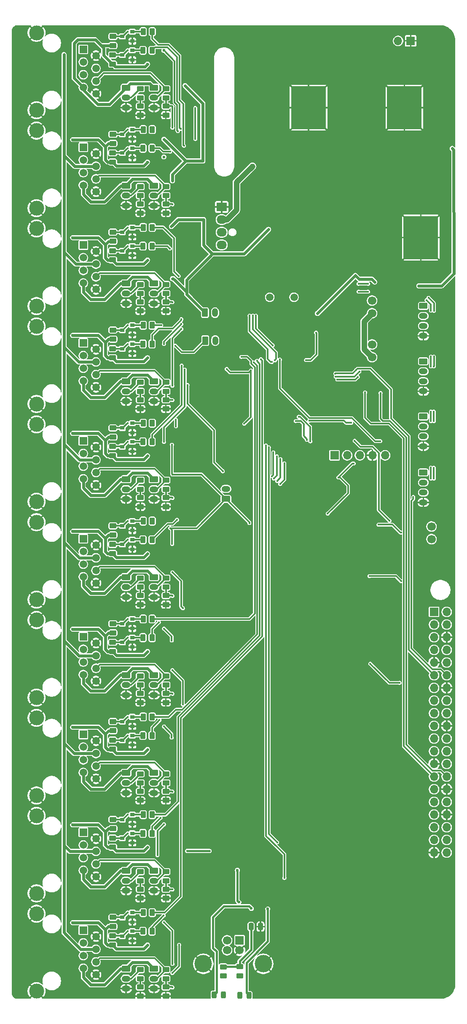
<source format=gbr>
%TF.GenerationSoftware,KiCad,Pcbnew,9.0.0*%
%TF.CreationDate,2025-03-21T01:21:14+03:00*%
%TF.ProjectId,MasterBoard,4d617374-6572-4426-9f61-72642e6b6963,rev?*%
%TF.SameCoordinates,Original*%
%TF.FileFunction,Copper,L2,Bot*%
%TF.FilePolarity,Positive*%
%FSLAX46Y46*%
G04 Gerber Fmt 4.6, Leading zero omitted, Abs format (unit mm)*
G04 Created by KiCad (PCBNEW 9.0.0) date 2025-03-21 01:21:14*
%MOMM*%
%LPD*%
G01*
G04 APERTURE LIST*
G04 Aperture macros list*
%AMRoundRect*
0 Rectangle with rounded corners*
0 $1 Rounding radius*
0 $2 $3 $4 $5 $6 $7 $8 $9 X,Y pos of 4 corners*
0 Add a 4 corners polygon primitive as box body*
4,1,4,$2,$3,$4,$5,$6,$7,$8,$9,$2,$3,0*
0 Add four circle primitives for the rounded corners*
1,1,$1+$1,$2,$3*
1,1,$1+$1,$4,$5*
1,1,$1+$1,$6,$7*
1,1,$1+$1,$8,$9*
0 Add four rect primitives between the rounded corners*
20,1,$1+$1,$2,$3,$4,$5,0*
20,1,$1+$1,$4,$5,$6,$7,0*
20,1,$1+$1,$6,$7,$8,$9,0*
20,1,$1+$1,$8,$9,$2,$3,0*%
G04 Aperture macros list end*
%TA.AperFunction,HeatsinkPad*%
%ADD10C,0.600000*%
%TD*%
%TA.AperFunction,SMDPad,CuDef*%
%ADD11RoundRect,0.250000X-3.250000X-4.050000X3.250000X-4.050000X3.250000X4.050000X-3.250000X4.050000X0*%
%TD*%
%TA.AperFunction,ComponentPad*%
%ADD12RoundRect,0.250000X-0.625000X0.350000X-0.625000X-0.350000X0.625000X-0.350000X0.625000X0.350000X0*%
%TD*%
%TA.AperFunction,ComponentPad*%
%ADD13O,1.750000X1.200000*%
%TD*%
%TA.AperFunction,ComponentPad*%
%ADD14C,1.500000*%
%TD*%
%TA.AperFunction,ComponentPad*%
%ADD15RoundRect,0.250000X0.625000X-0.350000X0.625000X0.350000X-0.625000X0.350000X-0.625000X-0.350000X0*%
%TD*%
%TA.AperFunction,ComponentPad*%
%ADD16R,1.500000X1.500000*%
%TD*%
%TA.AperFunction,ComponentPad*%
%ADD17C,3.000000*%
%TD*%
%TA.AperFunction,ComponentPad*%
%ADD18R,1.700000X1.700000*%
%TD*%
%TA.AperFunction,ComponentPad*%
%ADD19O,1.700000X1.700000*%
%TD*%
%TA.AperFunction,ComponentPad*%
%ADD20RoundRect,0.250000X-0.350000X-0.625000X0.350000X-0.625000X0.350000X0.625000X-0.350000X0.625000X0*%
%TD*%
%TA.AperFunction,ComponentPad*%
%ADD21O,1.200000X1.750000*%
%TD*%
%TA.AperFunction,ComponentPad*%
%ADD22C,1.700000*%
%TD*%
%TA.AperFunction,ComponentPad*%
%ADD23R,2.030000X1.730000*%
%TD*%
%TA.AperFunction,ComponentPad*%
%ADD24O,2.030000X1.730000*%
%TD*%
%TA.AperFunction,ComponentPad*%
%ADD25C,3.500000*%
%TD*%
%TA.AperFunction,SMDPad,CuDef*%
%ADD26RoundRect,0.250000X-0.262500X-0.450000X0.262500X-0.450000X0.262500X0.450000X-0.262500X0.450000X0*%
%TD*%
%TA.AperFunction,SMDPad,CuDef*%
%ADD27RoundRect,0.250000X-0.450000X0.262500X-0.450000X-0.262500X0.450000X-0.262500X0.450000X0.262500X0*%
%TD*%
%TA.AperFunction,SMDPad,CuDef*%
%ADD28R,0.900000X0.800000*%
%TD*%
%TA.AperFunction,SMDPad,CuDef*%
%ADD29RoundRect,0.250000X0.450000X-0.262500X0.450000X0.262500X-0.450000X0.262500X-0.450000X-0.262500X0*%
%TD*%
%TA.AperFunction,SMDPad,CuDef*%
%ADD30RoundRect,0.243750X-0.243750X-0.456250X0.243750X-0.456250X0.243750X0.456250X-0.243750X0.456250X0*%
%TD*%
%TA.AperFunction,SMDPad,CuDef*%
%ADD31RoundRect,0.243750X0.243750X0.456250X-0.243750X0.456250X-0.243750X-0.456250X0.243750X-0.456250X0*%
%TD*%
%TA.AperFunction,SMDPad,CuDef*%
%ADD32RoundRect,0.250000X0.250000X0.475000X-0.250000X0.475000X-0.250000X-0.475000X0.250000X-0.475000X0*%
%TD*%
%TA.AperFunction,ViaPad*%
%ADD33C,0.800000*%
%TD*%
%TA.AperFunction,ViaPad*%
%ADD34C,5.500000*%
%TD*%
%TA.AperFunction,ViaPad*%
%ADD35C,0.400000*%
%TD*%
%TA.AperFunction,ViaPad*%
%ADD36C,0.600000*%
%TD*%
%TA.AperFunction,ViaPad*%
%ADD37C,1.100000*%
%TD*%
%TA.AperFunction,Conductor*%
%ADD38C,0.300000*%
%TD*%
%TA.AperFunction,Conductor*%
%ADD39C,0.600000*%
%TD*%
%TA.AperFunction,Conductor*%
%ADD40C,0.450000*%
%TD*%
%TA.AperFunction,Conductor*%
%ADD41C,1.100000*%
%TD*%
G04 APERTURE END LIST*
D10*
%TO.P,U2,3,GND*%
%TO.N,GND*%
X140913000Y-55856398D03*
X140913000Y-57456398D03*
X140913000Y-59056398D03*
X140913000Y-60656398D03*
X140913000Y-62256398D03*
X140913000Y-63856398D03*
X142513000Y-55856398D03*
X142513000Y-57456398D03*
X142513000Y-59056398D03*
X142513000Y-60656398D03*
X142513000Y-62256398D03*
X142513000Y-63856398D03*
X144113000Y-55856398D03*
X144113000Y-57456398D03*
X144113000Y-59056398D03*
D11*
X144113000Y-59856398D03*
D10*
X144113000Y-60656398D03*
X144113000Y-62256398D03*
X144113000Y-63856398D03*
X145713000Y-55856398D03*
X145713000Y-57456398D03*
X145713000Y-59056398D03*
X145713000Y-60656398D03*
X145713000Y-62256398D03*
X145713000Y-63856398D03*
X147313000Y-55856398D03*
X147313000Y-57456398D03*
X147313000Y-59056398D03*
X147313000Y-60656398D03*
X147313000Y-62256398D03*
X147313000Y-63856398D03*
%TD*%
%TO.P,U1,3,GND*%
%TO.N,GND*%
X160163000Y-55856398D03*
X160163000Y-57456398D03*
X160163000Y-59056398D03*
X160163000Y-60656398D03*
X160163000Y-62256398D03*
X160163000Y-63856398D03*
X161763000Y-55856398D03*
X161763000Y-57456398D03*
X161763000Y-59056398D03*
X161763000Y-60656398D03*
X161763000Y-62256398D03*
X161763000Y-63856398D03*
X163363000Y-55856398D03*
X163363000Y-57456398D03*
X163363000Y-59056398D03*
D11*
X163363000Y-59856398D03*
D10*
X163363000Y-60656398D03*
X163363000Y-62256398D03*
X163363000Y-63856398D03*
X164963000Y-55856398D03*
X164963000Y-57456398D03*
X164963000Y-59056398D03*
X164963000Y-60656398D03*
X164963000Y-62256398D03*
X164963000Y-63856398D03*
X166563000Y-55856398D03*
X166563000Y-57456398D03*
X166563000Y-59056398D03*
X166563000Y-60656398D03*
X166563000Y-62256398D03*
X166563000Y-63856398D03*
%TD*%
D12*
%TO.P,ESA5,1,Pin_1*%
%TO.N,+5V*%
X107458000Y-153984176D03*
D13*
%TO.P,ESA5,2,Pin_2*%
%TO.N,/Motor4/ESA*%
X107458000Y-155984176D03*
%TO.P,ESA5,3,Pin_3*%
%TO.N,GND*%
X107458000Y-157984176D03*
%TD*%
D14*
%TO.P,X1,1,1*%
%TO.N,/STM32F407VG/OSC_OUT*%
X136313000Y-97856398D03*
%TO.P,X1,2,2*%
%TO.N,/STM32F407VG/OSC_IN*%
X141193000Y-97856398D03*
%TD*%
D15*
%TO.P,R39,1*%
%TO.N,+3.3V*%
X127523000Y-138296398D03*
D13*
%TO.P,R39,2*%
%TO.N,/ADC12_IN14*%
X127523000Y-136296398D03*
%TD*%
D12*
%TO.P,ESB5,1,Pin_1*%
%TO.N,+5V*%
X113058000Y-153984176D03*
D13*
%TO.P,ESB5,2,Pin_2*%
%TO.N,/Motor4/ESB*%
X113058000Y-155984176D03*
%TO.P,ESB5,3,Pin_3*%
%TO.N,GND*%
X113058000Y-157984176D03*
%TD*%
D12*
%TO.P,ESA10,1,Pin_1*%
%TO.N,+5V*%
X107458000Y-55856398D03*
D13*
%TO.P,ESA10,2,Pin_2*%
%TO.N,/Motor9/ESA*%
X107458000Y-57856398D03*
%TO.P,ESA10,3,Pin_3*%
%TO.N,GND*%
X107458000Y-59856398D03*
%TD*%
D12*
%TO.P,ESA8,1,Pin_1*%
%TO.N,+5V*%
X107458000Y-95107509D03*
D13*
%TO.P,ESA8,2,Pin_2*%
%TO.N,/Motor7/ESA*%
X107458000Y-97107509D03*
%TO.P,ESA8,3,Pin_3*%
%TO.N,GND*%
X107458000Y-99107509D03*
%TD*%
D16*
%TO.P,MC1,1*%
%TO.N,/Motor0/STEP*%
X98863000Y-224791398D03*
D14*
%TO.P,MC1,2*%
%TO.N,GND*%
X101403000Y-226061398D03*
%TO.P,MC1,3*%
%TO.N,/Motor0/DIR*%
X98863000Y-227331398D03*
%TO.P,MC1,4*%
%TO.N,EN*%
X101403000Y-228601398D03*
%TO.P,MC1,5*%
%TO.N,/Motor0/ESA*%
X98863000Y-229871398D03*
%TO.P,MC1,6*%
%TO.N,/Motor0/ESB*%
X101403000Y-231141398D03*
%TO.P,MC1,7*%
%TO.N,+5V*%
X98863000Y-232411398D03*
%TO.P,MC1,8*%
%TO.N,GND*%
X101403000Y-233681398D03*
D17*
%TO.P,MC1,SH*%
X89463000Y-221466398D03*
X89463000Y-237006398D03*
%TD*%
D12*
%TO.P,ESA2,1,Pin_1*%
%TO.N,+5V*%
X107458000Y-212860842D03*
D13*
%TO.P,ESA2,2,Pin_2*%
%TO.N,/Motor1/ESA*%
X107458000Y-214860842D03*
%TO.P,ESA2,3,Pin_3*%
%TO.N,GND*%
X107458000Y-216860842D03*
%TD*%
D16*
%TO.P,MC10,1*%
%TO.N,/Motor9/STEP*%
X98863000Y-48161398D03*
D14*
%TO.P,MC10,2*%
%TO.N,GND*%
X101403000Y-49431398D03*
%TO.P,MC10,3*%
%TO.N,/Motor9/DIR*%
X98863000Y-50701398D03*
%TO.P,MC10,4*%
%TO.N,EN*%
X101403000Y-51971398D03*
%TO.P,MC10,5*%
%TO.N,/Motor9/ESA*%
X98863000Y-53241398D03*
%TO.P,MC10,6*%
%TO.N,/Motor9/ESB*%
X101403000Y-54511398D03*
%TO.P,MC10,7*%
%TO.N,+5V*%
X98863000Y-55781398D03*
%TO.P,MC10,8*%
%TO.N,GND*%
X101403000Y-57051398D03*
D17*
%TO.P,MC10,SH*%
X89463000Y-44836398D03*
X89463000Y-60376398D03*
%TD*%
D12*
%TO.P,ESA9,1,Pin_1*%
%TO.N,+5V*%
X107458000Y-75481954D03*
D13*
%TO.P,ESA9,2,Pin_2*%
%TO.N,/Motor8/ESA*%
X107458000Y-77481954D03*
%TO.P,ESA9,3,Pin_3*%
%TO.N,GND*%
X107458000Y-79481954D03*
%TD*%
D16*
%TO.P,MC6,1*%
%TO.N,/Motor5/STEP*%
X98863000Y-126663620D03*
D14*
%TO.P,MC6,2*%
%TO.N,GND*%
X101403000Y-127933620D03*
%TO.P,MC6,3*%
%TO.N,/Motor5/DIR*%
X98863000Y-129203620D03*
%TO.P,MC6,4*%
%TO.N,EN*%
X101403000Y-130473620D03*
%TO.P,MC6,5*%
%TO.N,/Motor5/ESA*%
X98863000Y-131743620D03*
%TO.P,MC6,6*%
%TO.N,/Motor5/ESB*%
X101403000Y-133013620D03*
%TO.P,MC6,7*%
%TO.N,+5V*%
X98863000Y-134283620D03*
%TO.P,MC6,8*%
%TO.N,GND*%
X101403000Y-135553620D03*
D17*
%TO.P,MC6,SH*%
X89463000Y-123338620D03*
X89463000Y-138878620D03*
%TD*%
D12*
%TO.P,J2,1,Pin_1*%
%TO.N,+5V*%
X167163000Y-110706398D03*
D13*
%TO.P,J2,2,Pin_2*%
%TO.N,/HX711_SCK_2*%
X167163000Y-112706398D03*
%TO.P,J2,3,Pin_3*%
%TO.N,/HX711_DAT_2*%
X167163000Y-114706398D03*
%TO.P,J2,4,Pin_4*%
%TO.N,GND*%
X167163000Y-116706398D03*
%TD*%
D12*
%TO.P,ESB10,1,Pin_1*%
%TO.N,+5V*%
X113058000Y-55856398D03*
D13*
%TO.P,ESB10,2,Pin_2*%
%TO.N,/Motor9/ESB*%
X113058000Y-57856398D03*
%TO.P,ESB10,3,Pin_3*%
%TO.N,GND*%
X113058000Y-59856398D03*
%TD*%
D12*
%TO.P,J4,1,Pin_1*%
%TO.N,+5V*%
X167163000Y-133006398D03*
D13*
%TO.P,J4,2,Pin_2*%
%TO.N,/HX711_SCK_4*%
X167163000Y-135006398D03*
%TO.P,J4,3,Pin_3*%
%TO.N,/HX711_DAT_4*%
X167163000Y-137006398D03*
%TO.P,J4,4,Pin_4*%
%TO.N,GND*%
X167163000Y-139006398D03*
%TD*%
D12*
%TO.P,ESA3,1,Pin_1*%
%TO.N,+5V*%
X107458000Y-193235287D03*
D13*
%TO.P,ESA3,2,Pin_2*%
%TO.N,/Motor2/ESA*%
X107458000Y-195235287D03*
%TO.P,ESA3,3,Pin_3*%
%TO.N,GND*%
X107458000Y-197235287D03*
%TD*%
D16*
%TO.P,MC4,1*%
%TO.N,/Motor3/STEP*%
X98863000Y-165914731D03*
D14*
%TO.P,MC4,2*%
%TO.N,GND*%
X101403000Y-167184731D03*
%TO.P,MC4,3*%
%TO.N,/Motor3/DIR*%
X98863000Y-168454731D03*
%TO.P,MC4,4*%
%TO.N,EN*%
X101403000Y-169724731D03*
%TO.P,MC4,5*%
%TO.N,/Motor3/ESA*%
X98863000Y-170994731D03*
%TO.P,MC4,6*%
%TO.N,/Motor3/ESB*%
X101403000Y-172264731D03*
%TO.P,MC4,7*%
%TO.N,+5V*%
X98863000Y-173534731D03*
%TO.P,MC4,8*%
%TO.N,GND*%
X101403000Y-174804731D03*
D17*
%TO.P,MC4,SH*%
X89463000Y-162589731D03*
X89463000Y-178129731D03*
%TD*%
D18*
%TO.P,PWR1,1,Pin_1*%
%TO.N,GND*%
X164633000Y-46456398D03*
D19*
%TO.P,PWR1,2,Pin_2*%
%TO.N,+24V*%
X162093000Y-46456398D03*
%TD*%
D12*
%TO.P,ESB6,1,Pin_1*%
%TO.N,+5V*%
X113058000Y-134358620D03*
D13*
%TO.P,ESB6,2,Pin_2*%
%TO.N,/Motor5/ESB*%
X113058000Y-136358620D03*
%TO.P,ESB6,3,Pin_3*%
%TO.N,GND*%
X113058000Y-138358620D03*
%TD*%
D20*
%TO.P,R33,1*%
%TO.N,+3.3V*%
X123313000Y-100956398D03*
D21*
%TO.P,R33,2*%
%TO.N,/ADC12_IN4*%
X125313000Y-100956398D03*
%TD*%
D12*
%TO.P,ESA6,1,Pin_1*%
%TO.N,+5V*%
X107458000Y-134358620D03*
D13*
%TO.P,ESA6,2,Pin_2*%
%TO.N,/Motor5/ESA*%
X107458000Y-136358620D03*
%TO.P,ESA6,3,Pin_3*%
%TO.N,GND*%
X107458000Y-138358620D03*
%TD*%
D12*
%TO.P,J3,1,Pin_1*%
%TO.N,+5V*%
X167163000Y-121756398D03*
D13*
%TO.P,J3,2,Pin_2*%
%TO.N,/HX711_SCK_3*%
X167163000Y-123756398D03*
%TO.P,J3,3,Pin_3*%
%TO.N,/HX711_DAT_3*%
X167163000Y-125756398D03*
%TO.P,J3,4,Pin_4*%
%TO.N,GND*%
X167163000Y-127756398D03*
%TD*%
D10*
%TO.P,U3,3,GND*%
%TO.N,GND*%
X163463000Y-81906398D03*
X163463000Y-83506398D03*
X163463000Y-85106398D03*
X163463000Y-86706398D03*
X163463000Y-88306398D03*
X163463000Y-89906398D03*
X165063000Y-81906398D03*
X165063000Y-83506398D03*
X165063000Y-85106398D03*
X165063000Y-86706398D03*
X165063000Y-88306398D03*
X165063000Y-89906398D03*
X166663000Y-81906398D03*
X166663000Y-83506398D03*
X166663000Y-85106398D03*
D11*
X166663000Y-85906398D03*
D10*
X166663000Y-86706398D03*
X166663000Y-88306398D03*
X166663000Y-89906398D03*
X168263000Y-81906398D03*
X168263000Y-83506398D03*
X168263000Y-85106398D03*
X168263000Y-86706398D03*
X168263000Y-88306398D03*
X168263000Y-89906398D03*
X169863000Y-81906398D03*
X169863000Y-83506398D03*
X169863000Y-85106398D03*
X169863000Y-86706398D03*
X169863000Y-88306398D03*
X169863000Y-89906398D03*
%TD*%
D12*
%TO.P,ESB3,1,Pin_1*%
%TO.N,+5V*%
X113058000Y-193235287D03*
D13*
%TO.P,ESB3,2,Pin_2*%
%TO.N,/Motor2/ESB*%
X113058000Y-195235287D03*
%TO.P,ESB3,3,Pin_3*%
%TO.N,GND*%
X113058000Y-197235287D03*
%TD*%
D16*
%TO.P,MC7,1*%
%TO.N,/Motor6/STEP*%
X98863000Y-107038065D03*
D14*
%TO.P,MC7,2*%
%TO.N,GND*%
X101403000Y-108308065D03*
%TO.P,MC7,3*%
%TO.N,/Motor6/DIR*%
X98863000Y-109578065D03*
%TO.P,MC7,4*%
%TO.N,EN*%
X101403000Y-110848065D03*
%TO.P,MC7,5*%
%TO.N,/Motor6/ESA*%
X98863000Y-112118065D03*
%TO.P,MC7,6*%
%TO.N,/Motor6/ESB*%
X101403000Y-113388065D03*
%TO.P,MC7,7*%
%TO.N,+5V*%
X98863000Y-114658065D03*
%TO.P,MC7,8*%
%TO.N,GND*%
X101403000Y-115928065D03*
D17*
%TO.P,MC7,SH*%
X89463000Y-103713065D03*
X89463000Y-119253065D03*
%TD*%
D20*
%TO.P,R37,1*%
%TO.N,+3.3V*%
X123363000Y-106556398D03*
D21*
%TO.P,R37,2*%
%TO.N,/ADC12_IN5*%
X125363000Y-106556398D03*
%TD*%
D16*
%TO.P,MC5,1*%
%TO.N,/Motor4/STEP*%
X98863000Y-146289176D03*
D14*
%TO.P,MC5,2*%
%TO.N,GND*%
X101403000Y-147559176D03*
%TO.P,MC5,3*%
%TO.N,/Motor4/DIR*%
X98863000Y-148829176D03*
%TO.P,MC5,4*%
%TO.N,EN*%
X101403000Y-150099176D03*
%TO.P,MC5,5*%
%TO.N,/Motor4/ESA*%
X98863000Y-151369176D03*
%TO.P,MC5,6*%
%TO.N,/Motor4/ESB*%
X101403000Y-152639176D03*
%TO.P,MC5,7*%
%TO.N,+5V*%
X98863000Y-153909176D03*
%TO.P,MC5,8*%
%TO.N,GND*%
X101403000Y-155179176D03*
D17*
%TO.P,MC5,SH*%
X89463000Y-142964176D03*
X89463000Y-158504176D03*
%TD*%
D12*
%TO.P,ESA7,1,Pin_1*%
%TO.N,+5V*%
X107458000Y-114733065D03*
D13*
%TO.P,ESA7,2,Pin_2*%
%TO.N,/Motor6/ESA*%
X107458000Y-116733065D03*
%TO.P,ESA7,3,Pin_3*%
%TO.N,GND*%
X107458000Y-118733065D03*
%TD*%
D16*
%TO.P,MC3,1*%
%TO.N,/Motor2/STEP*%
X98863000Y-185540287D03*
D14*
%TO.P,MC3,2*%
%TO.N,GND*%
X101403000Y-186810287D03*
%TO.P,MC3,3*%
%TO.N,/Motor2/DIR*%
X98863000Y-188080287D03*
%TO.P,MC3,4*%
%TO.N,EN*%
X101403000Y-189350287D03*
%TO.P,MC3,5*%
%TO.N,/Motor2/ESA*%
X98863000Y-190620287D03*
%TO.P,MC3,6*%
%TO.N,/Motor2/ESB*%
X101403000Y-191890287D03*
%TO.P,MC3,7*%
%TO.N,+5V*%
X98863000Y-193160287D03*
%TO.P,MC3,8*%
%TO.N,GND*%
X101403000Y-194430287D03*
D17*
%TO.P,MC3,SH*%
X89463000Y-182215287D03*
X89463000Y-197755287D03*
%TD*%
D12*
%TO.P,ESB7,1,Pin_1*%
%TO.N,+5V*%
X113058000Y-114733065D03*
D13*
%TO.P,ESB7,2,Pin_2*%
%TO.N,/Motor6/ESB*%
X113058000Y-116733065D03*
%TO.P,ESB7,3,Pin_3*%
%TO.N,GND*%
X113058000Y-118733065D03*
%TD*%
D16*
%TO.P,MC8,1*%
%TO.N,/Motor7/STEP*%
X98863000Y-87412509D03*
D14*
%TO.P,MC8,2*%
%TO.N,GND*%
X101403000Y-88682509D03*
%TO.P,MC8,3*%
%TO.N,/Motor7/DIR*%
X98863000Y-89952509D03*
%TO.P,MC8,4*%
%TO.N,EN*%
X101403000Y-91222509D03*
%TO.P,MC8,5*%
%TO.N,/Motor7/ESA*%
X98863000Y-92492509D03*
%TO.P,MC8,6*%
%TO.N,/Motor7/ESB*%
X101403000Y-93762509D03*
%TO.P,MC8,7*%
%TO.N,+5V*%
X98863000Y-95032509D03*
%TO.P,MC8,8*%
%TO.N,GND*%
X101403000Y-96302509D03*
D17*
%TO.P,MC8,SH*%
X89463000Y-84087509D03*
X89463000Y-99627509D03*
%TD*%
D18*
%TO.P,RP1,1,3V3*%
%TO.N,+3.3V*%
X169323000Y-160956398D03*
D19*
%TO.P,RP1,2,5V*%
%TO.N,+5V*%
X171863000Y-160956398D03*
%TO.P,RP1,3,SDA/GPIO2*%
%TO.N,/SOME_PIN_0*%
X169323000Y-163496398D03*
%TO.P,RP1,4,5V*%
%TO.N,+5V*%
X171863000Y-163496398D03*
%TO.P,RP1,5,SCL/GPIO3*%
%TO.N,unconnected-(RP1-SCL{slash}GPIO3-Pad5)*%
X169323000Y-166036398D03*
%TO.P,RP1,6,GND*%
%TO.N,GND*%
X171863000Y-166036398D03*
%TO.P,RP1,7,GCLK0/GPIO4*%
%TO.N,unconnected-(RP1-GCLK0{slash}GPIO4-Pad7)*%
X169323000Y-168576398D03*
%TO.P,RP1,8,GPIO14/TXD*%
%TO.N,/RP_UART_TX*%
X171863000Y-168576398D03*
%TO.P,RP1,9,GND*%
%TO.N,GND*%
X169323000Y-171116398D03*
%TO.P,RP1,10,GPIO15/RXD*%
%TO.N,/RP_UART_RX*%
X171863000Y-171116398D03*
%TO.P,RP1,11,GPIO17*%
%TO.N,/RP_BOOT0*%
X169323000Y-173656398D03*
%TO.P,RP1,12,GPIO18/PWM0*%
%TO.N,/RP_RST*%
X171863000Y-173656398D03*
%TO.P,RP1,13,GPIO27*%
%TO.N,/SOME_PIN_1*%
X169323000Y-176196398D03*
%TO.P,RP1,14,GND*%
%TO.N,GND*%
X171863000Y-176196398D03*
%TO.P,RP1,15,GPIO22*%
%TO.N,/SOME_PIN_2*%
X169323000Y-178736398D03*
%TO.P,RP1,16,GPIO23*%
%TO.N,unconnected-(RP1-GPIO23-Pad16)*%
X171863000Y-178736398D03*
%TO.P,RP1,17,3V3*%
%TO.N,+3.3V*%
X169323000Y-181276398D03*
%TO.P,RP1,18,GPIO24*%
%TO.N,unconnected-(RP1-GPIO24-Pad18)*%
X171863000Y-181276398D03*
%TO.P,RP1,19,MOSI0/GPIO10*%
%TO.N,/SPI2_MOSI*%
X169323000Y-183816398D03*
%TO.P,RP1,20,GND*%
%TO.N,GND*%
X171863000Y-183816398D03*
%TO.P,RP1,21,MISO0/GPIO9*%
%TO.N,/SPI2_MISO*%
X169323000Y-186356398D03*
%TO.P,RP1,22,GPIO25*%
%TO.N,unconnected-(RP1-GPIO25-Pad22)*%
X171863000Y-186356398D03*
%TO.P,RP1,23,SCLK0/GPIO11*%
%TO.N,/SPI2_SCK*%
X169323000Y-188896398D03*
%TO.P,RP1,24,~{CE0}/GPIO8*%
%TO.N,/SPI2_CS*%
X171863000Y-188896398D03*
%TO.P,RP1,25,GND*%
%TO.N,GND*%
X169323000Y-191436398D03*
%TO.P,RP1,26,~{CE1}/GPIO7*%
%TO.N,/SPI2_NSS*%
X171863000Y-191436398D03*
%TO.P,RP1,27,ID_SD/GPIO0*%
%TO.N,/RP_UART1_TX*%
X169323000Y-193976398D03*
%TO.P,RP1,28,ID_SC/GPIO1*%
%TO.N,/RP_UART1_RX*%
X171863000Y-193976398D03*
%TO.P,RP1,29,GCLK1/GPIO5*%
%TO.N,unconnected-(RP1-GCLK1{slash}GPIO5-Pad29)*%
X169323000Y-196516398D03*
%TO.P,RP1,30,GND*%
%TO.N,GND*%
X171863000Y-196516398D03*
%TO.P,RP1,31,GCLK2/GPIO6*%
%TO.N,unconnected-(RP1-GCLK2{slash}GPIO6-Pad31)*%
X169323000Y-199056398D03*
%TO.P,RP1,32,PWM0/GPIO12*%
%TO.N,unconnected-(RP1-PWM0{slash}GPIO12-Pad32)*%
X171863000Y-199056398D03*
%TO.P,RP1,33,PWM1/GPIO13*%
%TO.N,unconnected-(RP1-PWM1{slash}GPIO13-Pad33)*%
X169323000Y-201596398D03*
%TO.P,RP1,34,GND*%
%TO.N,GND*%
X171863000Y-201596398D03*
%TO.P,RP1,35,GPIO19/MISO1*%
%TO.N,unconnected-(RP1-GPIO19{slash}MISO1-Pad35)*%
X169323000Y-204136398D03*
%TO.P,RP1,36,GPIO16*%
%TO.N,unconnected-(RP1-GPIO16-Pad36)*%
X171863000Y-204136398D03*
%TO.P,RP1,37,GPIO26*%
%TO.N,unconnected-(RP1-GPIO26-Pad37)*%
X169323000Y-206676398D03*
%TO.P,RP1,38,GPIO20/MOSI1*%
%TO.N,unconnected-(RP1-GPIO20{slash}MOSI1-Pad38)*%
X171863000Y-206676398D03*
%TO.P,RP1,39,GND*%
%TO.N,GND*%
X169323000Y-209216398D03*
%TO.P,RP1,40,GPIO21/SCLK1*%
%TO.N,unconnected-(RP1-GPIO21{slash}SCLK1-Pad40)*%
X171863000Y-209216398D03*
%TD*%
D12*
%TO.P,ESB8,1,Pin_1*%
%TO.N,+5V*%
X113058000Y-95107509D03*
D13*
%TO.P,ESB8,2,Pin_2*%
%TO.N,/Motor7/ESB*%
X113058000Y-97107509D03*
%TO.P,ESB8,3,Pin_3*%
%TO.N,GND*%
X113058000Y-99107509D03*
%TD*%
D16*
%TO.P,MC2,1*%
%TO.N,/Motor1/STEP*%
X98863000Y-205165842D03*
D14*
%TO.P,MC2,2*%
%TO.N,GND*%
X101403000Y-206435842D03*
%TO.P,MC2,3*%
%TO.N,/Motor1/DIR*%
X98863000Y-207705842D03*
%TO.P,MC2,4*%
%TO.N,EN*%
X101403000Y-208975842D03*
%TO.P,MC2,5*%
%TO.N,/Motor1/ESA*%
X98863000Y-210245842D03*
%TO.P,MC2,6*%
%TO.N,/Motor1/ESB*%
X101403000Y-211515842D03*
%TO.P,MC2,7*%
%TO.N,+5V*%
X98863000Y-212785842D03*
%TO.P,MC2,8*%
%TO.N,GND*%
X101403000Y-214055842D03*
D17*
%TO.P,MC2,SH*%
X89463000Y-201840842D03*
X89463000Y-217380842D03*
%TD*%
D22*
%TO.P,J5,1,Pin_1*%
%TO.N,+5V*%
X156854500Y-101076398D03*
%TO.P,J5,2,Pin_2*%
%TO.N,Net-(J5-Pin_2)*%
X156854500Y-98536398D03*
%TD*%
D12*
%TO.P,ESA1,1,Pin_1*%
%TO.N,+5V*%
X107458000Y-232486398D03*
D13*
%TO.P,ESA1,2,Pin_2*%
%TO.N,/Motor0/ESA*%
X107458000Y-234486398D03*
%TO.P,ESA1,3,Pin_3*%
%TO.N,GND*%
X107458000Y-236486398D03*
%TD*%
D12*
%TO.P,ESB1,1,Pin_1*%
%TO.N,+5V*%
X113058000Y-232486398D03*
D13*
%TO.P,ESB1,2,Pin_2*%
%TO.N,/Motor0/ESB*%
X113058000Y-234486398D03*
%TO.P,ESB1,3,Pin_3*%
%TO.N,GND*%
X113058000Y-236486398D03*
%TD*%
D12*
%TO.P,ESB4,1,Pin_1*%
%TO.N,+5V*%
X113058000Y-173609731D03*
D13*
%TO.P,ESB4,2,Pin_2*%
%TO.N,/Motor3/ESB*%
X113058000Y-175609731D03*
%TO.P,ESB4,3,Pin_3*%
%TO.N,GND*%
X113058000Y-177609731D03*
%TD*%
D23*
%TO.P,FAN1,1,-*%
%TO.N,GND*%
X126663000Y-79756398D03*
D24*
%TO.P,FAN1,2,+*%
%TO.N,+12V*%
X126663000Y-82296398D03*
%TO.P,FAN1,3,Tacho*%
%TO.N,Net-(FAN1-Tacho)*%
X126663000Y-84836398D03*
%TO.P,FAN1,4,PWM*%
%TO.N,/TIM8_3_FAN_PWM*%
X126663000Y-87376398D03*
%TD*%
D18*
%TO.P,USB1,1,VBUS*%
%TO.N,Net-(D5-A)*%
X130243000Y-226796398D03*
D22*
%TO.P,USB1,2,D-*%
%TO.N,Net-(U6-USBD-)*%
X127743000Y-226796398D03*
%TO.P,USB1,3,D+*%
%TO.N,Net-(U6-USBD+)*%
X127743000Y-228796398D03*
%TO.P,USB1,4,GND*%
%TO.N,GND*%
X130243000Y-228796398D03*
D25*
%TO.P,USB1,5,Shield*%
X135013000Y-231506398D03*
X122973000Y-231506398D03*
%TD*%
D22*
%TO.P,J7,1,Pin_1*%
%TO.N,+5V*%
X156854500Y-109876398D03*
%TO.P,J7,2,Pin_2*%
%TO.N,Net-(J7-Pin_2)*%
X156854500Y-107336398D03*
%TD*%
%TO.P,J6,1,Pin_1*%
%TO.N,+5V*%
X168807000Y-143816398D03*
%TO.P,J6,2,Pin_2*%
%TO.N,Net-(J6-Pin_2)*%
X168807000Y-146356398D03*
%TD*%
D12*
%TO.P,ESB2,1,Pin_1*%
%TO.N,+5V*%
X113058000Y-212860842D03*
D13*
%TO.P,ESB2,2,Pin_2*%
%TO.N,/Motor1/ESB*%
X113058000Y-214860842D03*
%TO.P,ESB2,3,Pin_3*%
%TO.N,GND*%
X113058000Y-216860842D03*
%TD*%
D16*
%TO.P,MC9,1*%
%TO.N,/Motor8/STEP*%
X98863000Y-67786954D03*
D14*
%TO.P,MC9,2*%
%TO.N,GND*%
X101403000Y-69056954D03*
%TO.P,MC9,3*%
%TO.N,/Motor8/DIR*%
X98863000Y-70326954D03*
%TO.P,MC9,4*%
%TO.N,EN*%
X101403000Y-71596954D03*
%TO.P,MC9,5*%
%TO.N,/Motor8/ESA*%
X98863000Y-72866954D03*
%TO.P,MC9,6*%
%TO.N,/Motor8/ESB*%
X101403000Y-74136954D03*
%TO.P,MC9,7*%
%TO.N,+5V*%
X98863000Y-75406954D03*
%TO.P,MC9,8*%
%TO.N,GND*%
X101403000Y-76676954D03*
D17*
%TO.P,MC9,SH*%
X89463000Y-64461954D03*
X89463000Y-80001954D03*
%TD*%
D18*
%TO.P,SWD1,1,Pin_1*%
%TO.N,Net-(D1-A)*%
X149323000Y-129556398D03*
D19*
%TO.P,SWD1,2,Pin_2*%
%TO.N,/SWDIO*%
X151863000Y-129556398D03*
%TO.P,SWD1,3,Pin_3*%
%TO.N,/SWCLK*%
X154403000Y-129556398D03*
%TO.P,SWD1,4,Pin_4*%
%TO.N,GND*%
X156943000Y-129556398D03*
%TO.P,SWD1,5,Pin_5*%
%TO.N,/RP_RST*%
X159483000Y-129556398D03*
%TD*%
D12*
%TO.P,ESB9,1,Pin_1*%
%TO.N,+5V*%
X113058000Y-75481954D03*
D13*
%TO.P,ESB9,2,Pin_2*%
%TO.N,/Motor8/ESB*%
X113058000Y-77481954D03*
%TO.P,ESB9,3,Pin_3*%
%TO.N,GND*%
X113058000Y-79481954D03*
%TD*%
D12*
%TO.P,ESA4,1,Pin_1*%
%TO.N,+5V*%
X107458000Y-173609731D03*
D13*
%TO.P,ESA4,2,Pin_2*%
%TO.N,/Motor3/ESA*%
X107458000Y-175609731D03*
%TO.P,ESA4,3,Pin_3*%
%TO.N,GND*%
X107458000Y-177609731D03*
%TD*%
D12*
%TO.P,J1,1,Pin_1*%
%TO.N,+5V*%
X167163000Y-99606398D03*
D13*
%TO.P,J1,2,Pin_2*%
%TO.N,/HX711_SCK_1*%
X167163000Y-101606398D03*
%TO.P,J1,3,Pin_3*%
%TO.N,/HX711_DAT_1*%
X167163000Y-103606398D03*
%TO.P,J1,4,Pin_4*%
%TO.N,GND*%
X167163000Y-105606398D03*
%TD*%
D26*
%TO.P,R113,1*%
%TO.N,Net-(Q26-B)*%
X110895500Y-123121120D03*
%TO.P,R113,2*%
%TO.N,/TIM3_STEP_3*%
X112720500Y-123121120D03*
%TD*%
D27*
%TO.P,R76,1*%
%TO.N,/Motor2/ESB*%
X115458000Y-193422787D03*
%TO.P,R76,2*%
%TO.N,/ES_B_2*%
X115458000Y-195247787D03*
%TD*%
D28*
%TO.P,Q27,1,B*%
%TO.N,Net-(Q27-B)*%
X108708000Y-126858620D03*
%TO.P,Q27,2,E*%
%TO.N,GND*%
X108708000Y-128758620D03*
%TO.P,Q27,3,C*%
%TO.N,Net-(Q27-C)*%
X106708000Y-127808620D03*
%TD*%
D29*
%TO.P,R146,1*%
%TO.N,GND*%
X115458000Y-80994454D03*
%TO.P,R146,2*%
%TO.N,/ES_B_8*%
X115458000Y-79169454D03*
%TD*%
%TO.P,R61,1*%
%TO.N,GND*%
X110308000Y-218373342D03*
%TO.P,R61,2*%
%TO.N,/ES_A_1*%
X110308000Y-216548342D03*
%TD*%
%TO.P,R85,1*%
%TO.N,GND*%
X110308000Y-179122231D03*
%TO.P,R85,2*%
%TO.N,/ES_A_3*%
X110308000Y-177297231D03*
%TD*%
%TO.P,R134,1*%
%TO.N,GND*%
X115458000Y-100620009D03*
%TO.P,R134,2*%
%TO.N,/ES_B_7*%
X115458000Y-98795009D03*
%TD*%
D28*
%TO.P,Q31,1,B*%
%TO.N,Net-(Q31-B)*%
X108708000Y-107233065D03*
%TO.P,Q31,2,E*%
%TO.N,GND*%
X108708000Y-109133065D03*
%TO.P,Q31,3,C*%
%TO.N,Net-(Q31-C)*%
X106708000Y-108183065D03*
%TD*%
D27*
%TO.P,R52,1*%
%TO.N,/Motor0/ESB*%
X115458000Y-232673898D03*
%TO.P,R52,2*%
%TO.N,/ES_B_0*%
X115458000Y-234498898D03*
%TD*%
D26*
%TO.P,R125,1*%
%TO.N,Net-(Q30-B)*%
X110895500Y-103495565D03*
%TO.P,R125,2*%
%TO.N,/TIM3_STEP_2*%
X112720500Y-103495565D03*
%TD*%
D27*
%TO.P,R163,1*%
%TO.N,Net-(Q42-C)*%
X104808000Y-45568898D03*
%TO.P,R163,2*%
%TO.N,+5V*%
X104808000Y-47393898D03*
%TD*%
D26*
%TO.P,R114,1*%
%TO.N,Net-(Q27-B)*%
X110845500Y-126858620D03*
%TO.P,R114,2*%
%TO.N,/PIN_DIR_5*%
X112670500Y-126858620D03*
%TD*%
D29*
%TO.P,R145,1*%
%TO.N,GND*%
X110308000Y-80994454D03*
%TO.P,R145,2*%
%TO.N,/ES_A_8*%
X110308000Y-79169454D03*
%TD*%
D27*
%TO.P,R151,1*%
%TO.N,Net-(Q38-C)*%
X104808000Y-65194454D03*
%TO.P,R151,2*%
%TO.N,+5V*%
X104808000Y-67019454D03*
%TD*%
D26*
%TO.P,R90,1*%
%TO.N,Net-(Q19-B)*%
X110845500Y-166109731D03*
%TO.P,R90,2*%
%TO.N,/PIN_DIR_3*%
X112670500Y-166109731D03*
%TD*%
D27*
%TO.P,R136,1*%
%TO.N,/Motor7/ESB*%
X115458000Y-95295009D03*
%TO.P,R136,2*%
%TO.N,/ES_B_7*%
X115458000Y-97120009D03*
%TD*%
%TO.P,R111,1*%
%TO.N,/Motor5/ESA*%
X110308000Y-134546120D03*
%TO.P,R111,2*%
%TO.N,/ES_A_5*%
X110308000Y-136371120D03*
%TD*%
D26*
%TO.P,R54,1*%
%TO.N,Net-(Q7-B)*%
X110845500Y-224986398D03*
%TO.P,R54,2*%
%TO.N,/PIN_DIR_0*%
X112670500Y-224986398D03*
%TD*%
D27*
%TO.P,R159,1*%
%TO.N,/Motor9/ESA*%
X110308000Y-56043898D03*
%TO.P,R159,2*%
%TO.N,/ES_A_9*%
X110308000Y-57868898D03*
%TD*%
D29*
%TO.P,R110,1*%
%TO.N,GND*%
X115458000Y-139871120D03*
%TO.P,R110,2*%
%TO.N,/ES_B_5*%
X115458000Y-138046120D03*
%TD*%
D30*
%TO.P,LD7,1,K*%
%TO.N,Net-(LD7-K)*%
X125125500Y-237756398D03*
%TO.P,LD7,2,A*%
%TO.N,Net-(LD7-A)*%
X127000500Y-237756398D03*
%TD*%
D27*
%TO.P,R79,1*%
%TO.N,Net-(Q14-C)*%
X104808000Y-182947787D03*
%TO.P,R79,2*%
%TO.N,+5V*%
X104808000Y-184772787D03*
%TD*%
D29*
%TO.P,R74,1*%
%TO.N,GND*%
X115458000Y-198747787D03*
%TO.P,R74,2*%
%TO.N,/ES_B_2*%
X115458000Y-196922787D03*
%TD*%
D28*
%TO.P,Q15,1,B*%
%TO.N,Net-(Q15-B)*%
X108708000Y-185735287D03*
%TO.P,Q15,2,E*%
%TO.N,GND*%
X108708000Y-187635287D03*
%TO.P,Q15,3,C*%
%TO.N,Net-(Q15-C)*%
X106708000Y-186685287D03*
%TD*%
D27*
%TO.P,R128,1*%
%TO.N,Net-(Q31-C)*%
X104758000Y-108170565D03*
%TO.P,R128,2*%
%TO.N,+5V*%
X104758000Y-109995565D03*
%TD*%
%TO.P,R152,1*%
%TO.N,Net-(Q39-C)*%
X104758000Y-68919454D03*
%TO.P,R152,2*%
%TO.N,+5V*%
X104758000Y-70744454D03*
%TD*%
%TO.P,R139,1*%
%TO.N,Net-(Q34-C)*%
X104808000Y-84820009D03*
%TO.P,R139,2*%
%TO.N,+5V*%
X104808000Y-86645009D03*
%TD*%
%TO.P,R67,1*%
%TO.N,Net-(Q10-C)*%
X104808000Y-202573342D03*
%TO.P,R67,2*%
%TO.N,+5V*%
X104808000Y-204398342D03*
%TD*%
%TO.P,R148,1*%
%TO.N,/Motor8/ESB*%
X115458000Y-75669454D03*
%TO.P,R148,2*%
%TO.N,/ES_B_8*%
X115458000Y-77494454D03*
%TD*%
%TO.P,R92,1*%
%TO.N,Net-(Q19-C)*%
X104758000Y-167047231D03*
%TO.P,R92,2*%
%TO.N,+5V*%
X104758000Y-168872231D03*
%TD*%
D26*
%TO.P,R161,1*%
%TO.N,Net-(Q42-B)*%
X110895500Y-44618898D03*
%TO.P,R161,2*%
%TO.N,/TIM4_STEP_2*%
X112720500Y-44618898D03*
%TD*%
D31*
%TO.P,LD6,1,K*%
%TO.N,Net-(LD6-K)*%
X132150500Y-237856398D03*
%TO.P,LD6,2,A*%
%TO.N,Net-(LD6-A)*%
X130275500Y-237856398D03*
%TD*%
D29*
%TO.P,R62,1*%
%TO.N,GND*%
X115458000Y-218373342D03*
%TO.P,R62,2*%
%TO.N,/ES_B_1*%
X115458000Y-216548342D03*
%TD*%
D26*
%TO.P,R78,1*%
%TO.N,Net-(Q15-B)*%
X110845500Y-185735287D03*
%TO.P,R78,2*%
%TO.N,/PIN_DIR_2*%
X112670500Y-185735287D03*
%TD*%
D29*
%TO.P,R133,1*%
%TO.N,GND*%
X110308000Y-100620009D03*
%TO.P,R133,2*%
%TO.N,/ES_A_7*%
X110308000Y-98795009D03*
%TD*%
D28*
%TO.P,Q10,1,B*%
%TO.N,Net-(Q10-B)*%
X108708000Y-201623342D03*
%TO.P,Q10,2,E*%
%TO.N,GND*%
X108708000Y-203523342D03*
%TO.P,Q10,3,C*%
%TO.N,Net-(Q10-C)*%
X106708000Y-202573342D03*
%TD*%
D29*
%TO.P,R122,1*%
%TO.N,GND*%
X115458000Y-120245565D03*
%TO.P,R122,2*%
%TO.N,/ES_B_6*%
X115458000Y-118420565D03*
%TD*%
%TO.P,R49,1*%
%TO.N,GND*%
X110308000Y-237998898D03*
%TO.P,R49,2*%
%TO.N,/ES_A_0*%
X110308000Y-236173898D03*
%TD*%
D27*
%TO.P,R123,1*%
%TO.N,/Motor6/ESA*%
X110308000Y-114920565D03*
%TO.P,R123,2*%
%TO.N,/ES_A_6*%
X110308000Y-116745565D03*
%TD*%
%TO.P,R103,1*%
%TO.N,Net-(Q22-C)*%
X104808000Y-143696676D03*
%TO.P,R103,2*%
%TO.N,+5V*%
X104808000Y-145521676D03*
%TD*%
D29*
%TO.P,R73,1*%
%TO.N,GND*%
X110308000Y-198747787D03*
%TO.P,R73,2*%
%TO.N,/ES_A_2*%
X110308000Y-196922787D03*
%TD*%
%TO.P,R86,1*%
%TO.N,GND*%
X115458000Y-179122231D03*
%TO.P,R86,2*%
%TO.N,/ES_B_3*%
X115458000Y-177297231D03*
%TD*%
%TO.P,R30,1*%
%TO.N,Net-(LD6-A)*%
X130263000Y-233918898D03*
%TO.P,R30,2*%
%TO.N,+3.3V*%
X130263000Y-232093898D03*
%TD*%
D26*
%TO.P,R162,1*%
%TO.N,Net-(Q43-B)*%
X110845500Y-48356398D03*
%TO.P,R162,2*%
%TO.N,/PIN_DIR_9*%
X112670500Y-48356398D03*
%TD*%
D28*
%TO.P,Q26,1,B*%
%TO.N,Net-(Q26-B)*%
X108708000Y-123121120D03*
%TO.P,Q26,2,E*%
%TO.N,GND*%
X108708000Y-125021120D03*
%TO.P,Q26,3,C*%
%TO.N,Net-(Q26-C)*%
X106708000Y-124071120D03*
%TD*%
D26*
%TO.P,R101,1*%
%TO.N,Net-(Q22-B)*%
X110895500Y-142746676D03*
%TO.P,R101,2*%
%TO.N,/TIM3_STEP_4*%
X112720500Y-142746676D03*
%TD*%
D29*
%TO.P,R158,1*%
%TO.N,GND*%
X115458000Y-61368898D03*
%TO.P,R158,2*%
%TO.N,/ES_B_9*%
X115458000Y-59543898D03*
%TD*%
D28*
%TO.P,Q23,1,B*%
%TO.N,Net-(Q23-B)*%
X108708000Y-146484176D03*
%TO.P,Q23,2,E*%
%TO.N,GND*%
X108708000Y-148384176D03*
%TO.P,Q23,3,C*%
%TO.N,Net-(Q23-C)*%
X106708000Y-147434176D03*
%TD*%
D32*
%TO.P,C31,1*%
%TO.N,GND*%
X134463000Y-224056398D03*
%TO.P,C31,2*%
%TO.N,+3.3V*%
X132563000Y-224056398D03*
%TD*%
D27*
%TO.P,R64,1*%
%TO.N,/Motor1/ESB*%
X115458000Y-213048342D03*
%TO.P,R64,2*%
%TO.N,/ES_B_1*%
X115458000Y-214873342D03*
%TD*%
D29*
%TO.P,R97,1*%
%TO.N,GND*%
X110308000Y-159496676D03*
%TO.P,R97,2*%
%TO.N,/ES_A_4*%
X110308000Y-157671676D03*
%TD*%
D27*
%TO.P,R87,1*%
%TO.N,/Motor3/ESA*%
X110308000Y-173797231D03*
%TO.P,R87,2*%
%TO.N,/ES_A_3*%
X110308000Y-175622231D03*
%TD*%
%TO.P,R68,1*%
%TO.N,Net-(Q11-C)*%
X104758000Y-206298342D03*
%TO.P,R68,2*%
%TO.N,+5V*%
X104758000Y-208123342D03*
%TD*%
%TO.P,R104,1*%
%TO.N,Net-(Q23-C)*%
X104758000Y-147421676D03*
%TO.P,R104,2*%
%TO.N,+5V*%
X104758000Y-149246676D03*
%TD*%
D29*
%TO.P,R109,1*%
%TO.N,GND*%
X110308000Y-139871120D03*
%TO.P,R109,2*%
%TO.N,/ES_A_5*%
X110308000Y-138046120D03*
%TD*%
D27*
%TO.P,R147,1*%
%TO.N,/Motor8/ESA*%
X110308000Y-75669454D03*
%TO.P,R147,2*%
%TO.N,/ES_A_8*%
X110308000Y-77494454D03*
%TD*%
D26*
%TO.P,R66,1*%
%TO.N,Net-(Q11-B)*%
X110845500Y-205360842D03*
%TO.P,R66,2*%
%TO.N,/PIN_DIR_1*%
X112670500Y-205360842D03*
%TD*%
D27*
%TO.P,R80,1*%
%TO.N,Net-(Q15-C)*%
X104758000Y-186672787D03*
%TO.P,R80,2*%
%TO.N,+5V*%
X104758000Y-188497787D03*
%TD*%
D28*
%TO.P,Q30,1,B*%
%TO.N,Net-(Q30-B)*%
X108708000Y-103495565D03*
%TO.P,Q30,2,E*%
%TO.N,GND*%
X108708000Y-105395565D03*
%TO.P,Q30,3,C*%
%TO.N,Net-(Q30-C)*%
X106708000Y-104445565D03*
%TD*%
%TO.P,Q14,1,B*%
%TO.N,Net-(Q14-B)*%
X108708000Y-181997787D03*
%TO.P,Q14,2,E*%
%TO.N,GND*%
X108708000Y-183897787D03*
%TO.P,Q14,3,C*%
%TO.N,Net-(Q14-C)*%
X106708000Y-182947787D03*
%TD*%
D27*
%TO.P,R99,1*%
%TO.N,/Motor4/ESA*%
X110308000Y-154171676D03*
%TO.P,R99,2*%
%TO.N,/ES_A_4*%
X110308000Y-155996676D03*
%TD*%
%TO.P,R140,1*%
%TO.N,Net-(Q35-C)*%
X104758000Y-88545009D03*
%TO.P,R140,2*%
%TO.N,+5V*%
X104758000Y-90370009D03*
%TD*%
%TO.P,R75,1*%
%TO.N,/Motor2/ESA*%
X110308000Y-193422787D03*
%TO.P,R75,2*%
%TO.N,/ES_A_2*%
X110308000Y-195247787D03*
%TD*%
D28*
%TO.P,Q42,1,B*%
%TO.N,Net-(Q42-B)*%
X108708000Y-44618898D03*
%TO.P,Q42,2,E*%
%TO.N,GND*%
X108708000Y-46518898D03*
%TO.P,Q42,3,C*%
%TO.N,Net-(Q42-C)*%
X106708000Y-45568898D03*
%TD*%
D27*
%TO.P,R115,1*%
%TO.N,Net-(Q26-C)*%
X104808000Y-124071120D03*
%TO.P,R115,2*%
%TO.N,+5V*%
X104808000Y-125896120D03*
%TD*%
%TO.P,R116,1*%
%TO.N,Net-(Q27-C)*%
X104758000Y-127796120D03*
%TO.P,R116,2*%
%TO.N,+5V*%
X104758000Y-129621120D03*
%TD*%
%TO.P,R56,1*%
%TO.N,Net-(Q7-C)*%
X104758000Y-225923898D03*
%TO.P,R56,2*%
%TO.N,+5V*%
X104758000Y-227748898D03*
%TD*%
%TO.P,R63,1*%
%TO.N,/Motor1/ESA*%
X110308000Y-213048342D03*
%TO.P,R63,2*%
%TO.N,/ES_A_1*%
X110308000Y-214873342D03*
%TD*%
D26*
%TO.P,R138,1*%
%TO.N,Net-(Q35-B)*%
X110845500Y-87607509D03*
%TO.P,R138,2*%
%TO.N,/PIN_DIR_7*%
X112670500Y-87607509D03*
%TD*%
D29*
%TO.P,R31,1*%
%TO.N,Net-(LD7-A)*%
X126963000Y-233968898D03*
%TO.P,R31,2*%
%TO.N,+3.3V*%
X126963000Y-232143898D03*
%TD*%
D26*
%TO.P,R149,1*%
%TO.N,Net-(Q38-B)*%
X110895500Y-64244454D03*
%TO.P,R149,2*%
%TO.N,/TIM4_STEP_1*%
X112720500Y-64244454D03*
%TD*%
%TO.P,R77,1*%
%TO.N,Net-(Q14-B)*%
X110895500Y-181997787D03*
%TO.P,R77,2*%
%TO.N,/TIM2{slash}5_STEP_3*%
X112720500Y-181997787D03*
%TD*%
D28*
%TO.P,Q7,1,B*%
%TO.N,Net-(Q7-B)*%
X108708000Y-224986398D03*
%TO.P,Q7,2,E*%
%TO.N,GND*%
X108708000Y-226886398D03*
%TO.P,Q7,3,C*%
%TO.N,Net-(Q7-C)*%
X106708000Y-225936398D03*
%TD*%
D27*
%TO.P,R135,1*%
%TO.N,/Motor7/ESA*%
X110308000Y-95295009D03*
%TO.P,R135,2*%
%TO.N,/ES_A_7*%
X110308000Y-97120009D03*
%TD*%
%TO.P,R100,1*%
%TO.N,/Motor4/ESB*%
X115458000Y-154171676D03*
%TO.P,R100,2*%
%TO.N,/ES_B_4*%
X115458000Y-155996676D03*
%TD*%
%TO.P,R164,1*%
%TO.N,Net-(Q43-C)*%
X104758000Y-49293898D03*
%TO.P,R164,2*%
%TO.N,+5V*%
X104758000Y-51118898D03*
%TD*%
D29*
%TO.P,R157,1*%
%TO.N,GND*%
X110308000Y-61368898D03*
%TO.P,R157,2*%
%TO.N,/ES_A_9*%
X110308000Y-59543898D03*
%TD*%
D27*
%TO.P,R112,1*%
%TO.N,/Motor5/ESB*%
X115458000Y-134546120D03*
%TO.P,R112,2*%
%TO.N,/ES_B_5*%
X115458000Y-136371120D03*
%TD*%
D26*
%TO.P,R65,1*%
%TO.N,Net-(Q10-B)*%
X110895500Y-201623342D03*
%TO.P,R65,2*%
%TO.N,/TIM2{slash}5_STEP_2*%
X112720500Y-201623342D03*
%TD*%
D29*
%TO.P,R98,1*%
%TO.N,GND*%
X115458000Y-159496676D03*
%TO.P,R98,2*%
%TO.N,/ES_B_4*%
X115458000Y-157671676D03*
%TD*%
D26*
%TO.P,R126,1*%
%TO.N,Net-(Q31-B)*%
X110845500Y-107233065D03*
%TO.P,R126,2*%
%TO.N,/PIN_DIR_6*%
X112670500Y-107233065D03*
%TD*%
D27*
%TO.P,R88,1*%
%TO.N,/Motor3/ESB*%
X115458000Y-173797231D03*
%TO.P,R88,2*%
%TO.N,/ES_B_3*%
X115458000Y-175622231D03*
%TD*%
D29*
%TO.P,R121,1*%
%TO.N,GND*%
X110308000Y-120245565D03*
%TO.P,R121,2*%
%TO.N,/ES_A_6*%
X110308000Y-118420565D03*
%TD*%
D27*
%TO.P,R160,1*%
%TO.N,/Motor9/ESB*%
X115458000Y-56043898D03*
%TO.P,R160,2*%
%TO.N,/ES_B_9*%
X115458000Y-57868898D03*
%TD*%
D28*
%TO.P,Q38,1,B*%
%TO.N,Net-(Q38-B)*%
X108708000Y-64244454D03*
%TO.P,Q38,2,E*%
%TO.N,GND*%
X108708000Y-66144454D03*
%TO.P,Q38,3,C*%
%TO.N,Net-(Q38-C)*%
X106708000Y-65194454D03*
%TD*%
D27*
%TO.P,R55,1*%
%TO.N,Net-(Q6-C)*%
X104808000Y-222198898D03*
%TO.P,R55,2*%
%TO.N,+5V*%
X104808000Y-224023898D03*
%TD*%
D28*
%TO.P,Q11,1,B*%
%TO.N,Net-(Q11-B)*%
X108708000Y-205360842D03*
%TO.P,Q11,2,E*%
%TO.N,GND*%
X108708000Y-207260842D03*
%TO.P,Q11,3,C*%
%TO.N,Net-(Q11-C)*%
X106708000Y-206310842D03*
%TD*%
%TO.P,Q6,1,B*%
%TO.N,Net-(Q6-B)*%
X108708000Y-221248898D03*
%TO.P,Q6,2,E*%
%TO.N,GND*%
X108708000Y-223148898D03*
%TO.P,Q6,3,C*%
%TO.N,Net-(Q6-C)*%
X106708000Y-222198898D03*
%TD*%
%TO.P,Q43,1,B*%
%TO.N,Net-(Q43-B)*%
X108708000Y-48356398D03*
%TO.P,Q43,2,E*%
%TO.N,GND*%
X108708000Y-50256398D03*
%TO.P,Q43,3,C*%
%TO.N,Net-(Q43-C)*%
X106708000Y-49306398D03*
%TD*%
D27*
%TO.P,R124,1*%
%TO.N,/Motor6/ESB*%
X115458000Y-114920565D03*
%TO.P,R124,2*%
%TO.N,/ES_B_6*%
X115458000Y-116745565D03*
%TD*%
D28*
%TO.P,Q19,1,B*%
%TO.N,Net-(Q19-B)*%
X108708000Y-166109731D03*
%TO.P,Q19,2,E*%
%TO.N,GND*%
X108708000Y-168009731D03*
%TO.P,Q19,3,C*%
%TO.N,Net-(Q19-C)*%
X106708000Y-167059731D03*
%TD*%
%TO.P,Q18,1,B*%
%TO.N,Net-(Q18-B)*%
X108708000Y-162372231D03*
%TO.P,Q18,2,E*%
%TO.N,GND*%
X108708000Y-164272231D03*
%TO.P,Q18,3,C*%
%TO.N,Net-(Q18-C)*%
X106708000Y-163322231D03*
%TD*%
D26*
%TO.P,R102,1*%
%TO.N,Net-(Q23-B)*%
X110845500Y-146484176D03*
%TO.P,R102,2*%
%TO.N,/PIN_DIR_4*%
X112670500Y-146484176D03*
%TD*%
D27*
%TO.P,R127,1*%
%TO.N,Net-(Q30-C)*%
X104808000Y-104445565D03*
%TO.P,R127,2*%
%TO.N,+5V*%
X104808000Y-106270565D03*
%TD*%
%TO.P,R51,1*%
%TO.N,/Motor0/ESA*%
X110308000Y-232673898D03*
%TO.P,R51,2*%
%TO.N,/ES_A_0*%
X110308000Y-234498898D03*
%TD*%
%TO.P,R91,1*%
%TO.N,Net-(Q18-C)*%
X104808000Y-163322231D03*
%TO.P,R91,2*%
%TO.N,+5V*%
X104808000Y-165147231D03*
%TD*%
D26*
%TO.P,R53,1*%
%TO.N,Net-(Q6-B)*%
X110895500Y-221248898D03*
%TO.P,R53,2*%
%TO.N,/TIM2{slash}5_STEP_1*%
X112720500Y-221248898D03*
%TD*%
%TO.P,R137,1*%
%TO.N,Net-(Q34-B)*%
X110895500Y-83870009D03*
%TO.P,R137,2*%
%TO.N,/TIM3_STEP_1*%
X112720500Y-83870009D03*
%TD*%
D28*
%TO.P,Q34,1,B*%
%TO.N,Net-(Q34-B)*%
X108708000Y-83870009D03*
%TO.P,Q34,2,E*%
%TO.N,GND*%
X108708000Y-85770009D03*
%TO.P,Q34,3,C*%
%TO.N,Net-(Q34-C)*%
X106708000Y-84820009D03*
%TD*%
%TO.P,Q35,1,B*%
%TO.N,Net-(Q35-B)*%
X108708000Y-87607509D03*
%TO.P,Q35,2,E*%
%TO.N,GND*%
X108708000Y-89507509D03*
%TO.P,Q35,3,C*%
%TO.N,Net-(Q35-C)*%
X106708000Y-88557509D03*
%TD*%
D26*
%TO.P,R89,1*%
%TO.N,Net-(Q18-B)*%
X110895500Y-162372231D03*
%TO.P,R89,2*%
%TO.N,/TIM2{slash}5_STEP_4*%
X112720500Y-162372231D03*
%TD*%
D29*
%TO.P,R50,1*%
%TO.N,GND*%
X115458000Y-237998898D03*
%TO.P,R50,2*%
%TO.N,/ES_B_0*%
X115458000Y-236173898D03*
%TD*%
D28*
%TO.P,Q22,1,B*%
%TO.N,Net-(Q22-B)*%
X108708000Y-142746676D03*
%TO.P,Q22,2,E*%
%TO.N,GND*%
X108708000Y-144646676D03*
%TO.P,Q22,3,C*%
%TO.N,Net-(Q22-C)*%
X106708000Y-143696676D03*
%TD*%
D26*
%TO.P,R150,1*%
%TO.N,Net-(Q39-B)*%
X110845500Y-67981954D03*
%TO.P,R150,2*%
%TO.N,/PIN_DIR_8*%
X112670500Y-67981954D03*
%TD*%
D28*
%TO.P,Q39,1,B*%
%TO.N,Net-(Q39-B)*%
X108708000Y-67981954D03*
%TO.P,Q39,2,E*%
%TO.N,GND*%
X108708000Y-69881954D03*
%TO.P,Q39,3,C*%
%TO.N,Net-(Q39-C)*%
X106708000Y-68931954D03*
%TD*%
D33*
%TO.N,GND*%
X135338000Y-59856398D03*
X135338000Y-63256398D03*
D34*
X170613000Y-46156398D03*
X136063000Y-46156398D03*
X170598000Y-214546398D03*
D35*
X140630000Y-111080000D03*
D33*
X154588000Y-63256398D03*
D34*
X121598000Y-214546398D03*
D35*
X139190000Y-102900000D03*
D33*
X137710000Y-120560000D03*
D35*
X136762999Y-106156398D03*
X131410000Y-108240000D03*
D33*
X154588000Y-59856398D03*
D34*
X121598000Y-156546398D03*
D35*
%TO.N,/RP_RST*%
X138363000Y-110356398D03*
X165143000Y-137886398D03*
X158525500Y-126706398D03*
D36*
%TO.N,+3.3V*%
X129813000Y-212756398D03*
D35*
X116783000Y-231536398D03*
X119753000Y-208886398D03*
X113763000Y-209756398D03*
X147953000Y-141236398D03*
X150088000Y-133986398D03*
X162373000Y-175176398D03*
X116758000Y-94145009D03*
X153513000Y-93496398D03*
X116663000Y-127446398D03*
X116758000Y-172647231D03*
X172963000Y-68018898D03*
X118877011Y-179500408D03*
X157383000Y-94806398D03*
X153202000Y-131195398D03*
X132223000Y-143146398D03*
X116703000Y-147356398D03*
X116313000Y-144156398D03*
X150088000Y-133986398D03*
X123013000Y-82276398D03*
X145863000Y-101106398D03*
X162713000Y-154806398D03*
X115058000Y-183922787D03*
X115058000Y-164297231D03*
X131188000Y-123230000D03*
X156503000Y-171336398D03*
X136063000Y-84256398D03*
X124243000Y-208896398D03*
D36*
X132563000Y-224056398D03*
D35*
X132540000Y-112540000D03*
X117363000Y-107576398D03*
X166242000Y-95584398D03*
X116543000Y-83666398D03*
X115058000Y-66169454D03*
X119303000Y-55426398D03*
D36*
X130113000Y-219156398D03*
D35*
X122883000Y-70556398D03*
X116623000Y-166686398D03*
X116758000Y-74519454D03*
X116758000Y-133396120D03*
X127663000Y-112256398D03*
X116758000Y-153021676D03*
X116603000Y-186156398D03*
X115058000Y-203548342D03*
X115058000Y-223173898D03*
X118863000Y-160216398D03*
X156363000Y-153776398D03*
%TO.N,Net-(U5-VCAP_2)*%
X144283000Y-122616398D03*
X152683000Y-123056398D03*
%TO.N,/ADC12_IN14*%
X126885500Y-132746398D03*
X119803000Y-115456398D03*
%TO.N,/ES_A_0*%
X110308000Y-236173898D03*
X138473000Y-130296398D03*
X137803000Y-134706398D03*
%TO.N,/ES_B_0*%
X116758000Y-233348898D03*
X116758000Y-236236398D03*
X139243000Y-131166398D03*
X138413000Y-135286398D03*
X118113000Y-227696398D03*
%TO.N,/ES_A_1*%
X110308000Y-216548342D03*
X110308000Y-216548342D03*
%TO.N,/ES_B_1*%
X116758000Y-216610842D03*
X116758000Y-216610842D03*
X137033000Y-128946398D03*
X136773000Y-133746398D03*
%TO.N,/ES_A_2*%
X110308000Y-196922787D03*
X110308000Y-196922787D03*
%TO.N,/ES_B_2*%
X116758000Y-196985287D03*
X116758000Y-196985287D03*
%TO.N,/ES_A_3*%
X110308000Y-177297231D03*
X110308000Y-177297231D03*
%TO.N,/ES_B_3*%
X116758000Y-177359731D03*
X116758000Y-177359731D03*
D36*
%TO.N,+5V*%
X96713000Y-144806398D03*
X96713000Y-164406398D03*
X96713000Y-125156398D03*
X111758000Y-51118898D03*
X96713000Y-184056398D03*
X96713000Y-203656398D03*
X96713000Y-105506398D03*
X96713000Y-223256398D03*
X96713000Y-85906398D03*
X111758000Y-70744454D03*
X96713000Y-66256398D03*
D37*
%TO.N,+12V*%
X132838000Y-71606398D03*
D35*
%TO.N,/ES_A_4*%
X110308000Y-157671676D03*
X110308000Y-157671676D03*
%TO.N,/ES_B_4*%
X116758000Y-157734176D03*
X116758000Y-157734176D03*
%TO.N,/ES_A_5*%
X110308000Y-138046120D03*
X110308000Y-138046120D03*
X115058000Y-126871120D03*
X119253000Y-112366398D03*
X136713000Y-110856398D03*
X132263000Y-101556398D03*
%TO.N,/ES_B_5*%
X117473000Y-122436398D03*
X116758000Y-138108620D03*
X116758000Y-138108620D03*
X117473000Y-123746398D03*
%TO.N,/ES_A_6*%
X118563000Y-103245307D03*
X110308000Y-118420565D03*
X110308000Y-118420565D03*
X115058000Y-107245565D03*
%TO.N,/ES_B_6*%
X116758000Y-115595565D03*
X116758000Y-118483065D03*
X133563000Y-101556398D03*
X116758000Y-118483065D03*
X118563000Y-104245307D03*
X136913000Y-107506398D03*
%TO.N,/ES_A_7*%
X110308000Y-98795009D03*
X110308000Y-98795009D03*
%TO.N,/ES_B_7*%
X116758000Y-98857509D03*
X116758000Y-98857509D03*
D36*
%TO.N,/ES_A_8*%
X115058000Y-69722344D03*
D35*
X110308000Y-79169454D03*
X110308000Y-79169454D03*
%TO.N,/ES_B_9*%
X116758000Y-59606398D03*
X116763000Y-63856398D03*
X116758000Y-59606398D03*
D36*
%TO.N,/ES_A_9*%
X115058000Y-48368898D03*
D35*
X117851909Y-64567489D03*
X110308000Y-59543898D03*
X110308000Y-59543898D03*
%TO.N,/TIM8_3_FAN_PWM*%
X168693000Y-100556398D03*
X167818935Y-98430463D03*
X156073000Y-96746398D03*
X168683000Y-122706398D03*
X144463000Y-126726398D03*
X168693000Y-109756398D03*
X142143000Y-121846398D03*
X168683000Y-132026398D03*
X168683000Y-120806398D03*
X168683000Y-111736398D03*
X168683000Y-134206398D03*
X154163000Y-96746398D03*
D36*
%TO.N,Net-(LD6-K)*%
X135913000Y-220506398D03*
%TO.N,Net-(LD7-K)*%
X132613000Y-220406398D03*
D35*
%TO.N,EN*%
X94963000Y-49206398D03*
%TO.N,/RS232_USART_RX*%
X135543000Y-127606398D03*
X139263000Y-214286398D03*
%TO.N,/RS232_USART_TX*%
X136133000Y-127966398D03*
X137803000Y-207156398D03*
%TO.N,/TIM4_PWM_3*%
X154313000Y-112756398D03*
X149555301Y-113791915D03*
%TO.N,/TIM8_2_TABLE_ON*%
X162713000Y-145046398D03*
X158163000Y-143466398D03*
%TO.N,/TIM4_PWM_4*%
X154001909Y-113845307D03*
X149889910Y-114357307D03*
%TO.N,Net-(Q6-C)*%
X107758000Y-221248898D03*
%TO.N,Net-(Q7-C)*%
X107758000Y-224986398D03*
%TO.N,Net-(Q10-C)*%
X107758000Y-201623342D03*
X107758000Y-201623342D03*
%TO.N,Net-(Q11-C)*%
X107758000Y-205360842D03*
X107758000Y-205360842D03*
%TO.N,Net-(Q14-C)*%
X107758000Y-181997787D03*
X107758000Y-181997787D03*
%TO.N,Net-(Q15-C)*%
X107758000Y-185735287D03*
X107758000Y-185735287D03*
%TO.N,Net-(Q18-C)*%
X107758000Y-162372231D03*
X107758000Y-162372231D03*
%TO.N,Net-(Q19-C)*%
X107758000Y-166109731D03*
X107758000Y-166109731D03*
%TO.N,Net-(Q22-C)*%
X107758000Y-142746676D03*
X107758000Y-142746676D03*
%TO.N,Net-(Q23-C)*%
X107758000Y-146484176D03*
X107758000Y-146484176D03*
%TO.N,Net-(Q26-C)*%
X107758000Y-123121120D03*
X107758000Y-123121120D03*
%TO.N,Net-(Q27-C)*%
X107758000Y-126858620D03*
X107758000Y-126858620D03*
%TO.N,Net-(Q30-C)*%
X107758000Y-103495565D03*
X107758000Y-103495565D03*
%TO.N,Net-(Q31-C)*%
X107758000Y-107233065D03*
X107758000Y-107233065D03*
%TO.N,Net-(Q34-C)*%
X107758000Y-83870009D03*
X107758000Y-83870009D03*
%TO.N,Net-(Q35-C)*%
X107758000Y-87607509D03*
X107758000Y-87607509D03*
%TO.N,Net-(Q38-C)*%
X107758000Y-64244454D03*
X107758000Y-64244454D03*
%TO.N,Net-(Q39-C)*%
X107758000Y-67981954D03*
X107758000Y-67981954D03*
%TO.N,Net-(Q42-C)*%
X107758000Y-44618898D03*
X107758000Y-44618898D03*
%TO.N,Net-(Q43-C)*%
X107758000Y-48356398D03*
X107758000Y-48356398D03*
%TO.N,/RP_UART1_RX*%
X158563000Y-117056398D03*
%TO.N,/RP_UART1_TX*%
X155463000Y-116956398D03*
%TO.N,/TIM8_4_TACHO*%
X169282815Y-134221394D03*
X154163000Y-95166398D03*
X169283003Y-120806398D03*
X169282252Y-132056398D03*
X156063000Y-95166398D03*
X141533000Y-122686398D03*
X169283003Y-122706398D03*
X169293003Y-109756398D03*
X169282907Y-111725685D03*
X169292743Y-100574037D03*
X168205093Y-97971240D03*
X143773000Y-126456398D03*
%TO.N,/TIM2{slash}5_STEP_1*%
X134513000Y-110285932D03*
%TO.N,/PIN_DIR_0*%
X137151765Y-134211737D03*
X115003000Y-221826398D03*
X137733000Y-129776398D03*
%TO.N,/TIM2{slash}5_STEP_2*%
X133763000Y-110606398D03*
%TO.N,/PIN_DIR_1*%
X114373000Y-202226398D03*
%TO.N,/TIM2{slash}5_STEP_3*%
X133131961Y-110952729D03*
%TO.N,/PIN_DIR_2*%
X114173000Y-182616398D03*
%TO.N,/TIM2{slash}5_STEP_4*%
X130613000Y-109806398D03*
%TO.N,/PIN_DIR_3*%
X114043000Y-163036398D03*
%TO.N,/TIM3_STEP_1*%
X118013000Y-93606398D03*
%TO.N,/PIN_DIR_4*%
X117673000Y-142496398D03*
%TO.N,/TIM3_STEP_2*%
X114523000Y-103495565D03*
%TO.N,/PIN_DIR_5*%
X118613000Y-111556398D03*
X132913000Y-101556398D03*
X137363000Y-110506398D03*
%TO.N,/TIM3_STEP_3*%
X112720500Y-123121120D03*
%TO.N,/PIN_DIR_6*%
X143613000Y-110456398D03*
X118563000Y-102256398D03*
X145613000Y-104956398D03*
%TO.N,/TIM3_STEP_4*%
X112720500Y-142746676D03*
%TO.N,/PIN_DIR_7*%
X116263000Y-88106398D03*
%TO.N,/TIM4_STEP_1*%
X112720500Y-64244454D03*
%TO.N,/PIN_DIR_8*%
X116313000Y-68656398D03*
%TO.N,/TIM4_STEP_2*%
X119088000Y-67481398D03*
%TO.N,/PIN_DIR_9*%
X118413000Y-64106398D03*
%TO.N,/SOME_PIN_0*%
X160363000Y-142676398D03*
X153373000Y-126646398D03*
%TO.N,/ES_B_8*%
X116758000Y-79231954D03*
X116758000Y-79231954D03*
%TO.N,/STM32F407VG/MOTOR_EN*%
X121363000Y-66106398D03*
X121363000Y-59918898D03*
%TO.N,/RP_BOOT0*%
X153664000Y-112456398D03*
X149463000Y-113156398D03*
%TD*%
D38*
%TO.N,/RP_RST*%
X144292000Y-122065398D02*
X144511232Y-122065398D01*
X138363000Y-110356398D02*
X138363000Y-116136398D01*
X168963529Y-172455398D02*
X170662000Y-172455398D01*
X138363000Y-116136398D02*
X144292000Y-122065398D01*
X165143000Y-138336398D02*
X164766000Y-138713398D01*
X165143000Y-137886398D02*
X165143000Y-138336398D01*
X144522232Y-122076398D02*
X152843000Y-122076398D01*
X170662000Y-172455398D02*
X171863000Y-173656398D01*
X164766000Y-138713398D02*
X164766000Y-168257869D01*
X152843000Y-122076398D02*
X157473000Y-126706398D01*
X157473000Y-126706398D02*
X158525500Y-126706398D01*
X164766000Y-168257869D02*
X168963529Y-172455398D01*
X144511232Y-122065398D02*
X144522232Y-122076398D01*
%TO.N,+3.3V*%
X116623000Y-165862231D02*
X115058000Y-164297231D01*
D39*
X156823000Y-94246398D02*
X157383000Y-94806398D01*
D38*
X118877011Y-179500408D02*
X118877011Y-174766242D01*
D40*
X130263000Y-231006398D02*
X130263000Y-232093898D01*
D38*
X116603000Y-185467787D02*
X115058000Y-183922787D01*
D39*
X116758000Y-73243342D02*
X116758000Y-74519454D01*
D38*
X147953000Y-141236398D02*
X152063000Y-137126398D01*
D40*
X130263000Y-232093898D02*
X127013000Y-232093898D01*
D38*
X118863000Y-160216398D02*
X118497000Y-159850398D01*
D39*
X173277354Y-93132486D02*
X173269220Y-68325118D01*
D38*
X150903000Y-134466398D02*
X150593000Y-134156398D01*
D39*
X145913000Y-101106398D02*
X145863000Y-101106398D01*
D38*
X116663000Y-133301120D02*
X116758000Y-133396120D01*
X132540000Y-121878000D02*
X131188000Y-123230000D01*
X150903000Y-134466398D02*
X150423000Y-133986398D01*
X116313000Y-144156398D02*
X121663000Y-144156398D01*
D39*
X124743000Y-89136398D02*
X125573000Y-89136398D01*
D38*
X132540000Y-112540000D02*
X132540000Y-121878000D01*
X121053000Y-108866398D02*
X123363000Y-106556398D01*
D39*
X119598000Y-97241398D02*
X119598000Y-96791398D01*
X173269220Y-68325118D02*
X172963000Y-68018898D01*
D40*
X119753000Y-208886398D02*
X119763000Y-208896398D01*
D38*
X116758000Y-133396120D02*
X122622722Y-133396120D01*
X117363000Y-107576398D02*
X118653000Y-108866398D01*
D39*
X170825442Y-95584398D02*
X173277354Y-93132486D01*
D38*
X152063000Y-135626398D02*
X150903000Y-134466398D01*
D39*
X119444944Y-70556398D02*
X115058000Y-66169454D01*
X122883000Y-70556398D02*
X119444944Y-70556398D01*
X131183000Y-89136398D02*
X136063000Y-84256398D01*
D38*
X113763000Y-204843342D02*
X115058000Y-203548342D01*
X118877011Y-174766242D02*
X116758000Y-172647231D01*
D39*
X119444944Y-70556398D02*
X116758000Y-73243342D01*
X117933000Y-82276398D02*
X116543000Y-83666398D01*
D38*
X132223000Y-142996398D02*
X132223000Y-143146398D01*
X116783000Y-231536398D02*
X116783000Y-224898898D01*
X118497000Y-154760676D02*
X116758000Y-153021676D01*
X156503000Y-171336398D02*
X160343000Y-175176398D01*
X116663000Y-127446398D02*
X116663000Y-133301120D01*
X116603000Y-186156398D02*
X116603000Y-185467787D01*
X152063000Y-137126398D02*
X152063000Y-135626398D01*
X113763000Y-209756398D02*
X113763000Y-204843342D01*
X122622722Y-133396120D02*
X127523000Y-138296398D01*
X127523000Y-138296398D02*
X132223000Y-142996398D01*
X116783000Y-224898898D02*
X115058000Y-223173898D01*
D40*
X130113000Y-219156398D02*
X129813000Y-218856398D01*
D39*
X154263000Y-94246398D02*
X156823000Y-94246398D01*
X153513000Y-93496398D02*
X153513000Y-93506398D01*
D38*
X153202000Y-131195398D02*
X152879000Y-131195398D01*
D39*
X125573000Y-89136398D02*
X131183000Y-89136398D01*
X116951611Y-94145009D02*
X116758000Y-94145009D01*
D38*
X132130000Y-112950000D02*
X132540000Y-112540000D01*
X116703000Y-144546398D02*
X116313000Y-144156398D01*
D39*
X123013000Y-82276398D02*
X117933000Y-82276398D01*
D40*
X132563000Y-228706398D02*
X130263000Y-231006398D01*
X129813000Y-218856398D02*
X129813000Y-212756398D01*
X132563000Y-224056398D02*
X132563000Y-228706398D01*
D39*
X123313000Y-100956398D02*
X119598000Y-97241398D01*
D38*
X127663000Y-112256398D02*
X128356602Y-112950000D01*
X118497000Y-159850398D02*
X118497000Y-154760676D01*
D39*
X123013000Y-82276398D02*
X123013000Y-87406398D01*
X166242000Y-95584398D02*
X170825442Y-95584398D01*
X122883000Y-59006398D02*
X119303000Y-55426398D01*
X119598000Y-96791398D02*
X116951611Y-94145009D01*
X119598000Y-97241398D02*
X119598000Y-94361398D01*
D38*
X152879000Y-131195398D02*
X150088000Y-133986398D01*
D39*
X124823000Y-89136398D02*
X125573000Y-89136398D01*
D38*
X150423000Y-133986398D02*
X150088000Y-133986398D01*
D40*
X127013000Y-232093898D02*
X126963000Y-232143898D01*
D39*
X153513000Y-93506398D02*
X145913000Y-101106398D01*
D40*
X119763000Y-208896398D02*
X124243000Y-208896398D01*
D38*
X156363000Y-153776398D02*
X161683000Y-153776398D01*
D39*
X122883000Y-70556398D02*
X122883000Y-59006398D01*
X123013000Y-87406398D02*
X124743000Y-89136398D01*
D38*
X118653000Y-108866398D02*
X121053000Y-108866398D01*
X116703000Y-147356398D02*
X116703000Y-144546398D01*
D39*
X153513000Y-93496398D02*
X154263000Y-94246398D01*
D38*
X121663000Y-144156398D02*
X127523000Y-138296398D01*
X116623000Y-166686398D02*
X116623000Y-165862231D01*
X128356602Y-112950000D02*
X132130000Y-112950000D01*
X161683000Y-153776398D02*
X162713000Y-154806398D01*
X160343000Y-175176398D02*
X162373000Y-175176398D01*
D39*
X119598000Y-94361398D02*
X124823000Y-89136398D01*
D38*
%TO.N,Net-(U5-VCAP_2)*%
X151203000Y-122606398D02*
X144293000Y-122606398D01*
X144293000Y-122606398D02*
X144283000Y-122616398D01*
X152683000Y-123056398D02*
X151653000Y-123056398D01*
X151653000Y-123056398D02*
X151203000Y-122606398D01*
%TO.N,/ADC12_IN14*%
X126885500Y-132746398D02*
X125143000Y-131003898D01*
X119803000Y-119216398D02*
X119803000Y-115456398D01*
X125143000Y-124556398D02*
X119803000Y-119216398D01*
X125143000Y-131003898D02*
X125143000Y-124556398D01*
%TO.N,/ES_A_0*%
X138473000Y-130296398D02*
X138473000Y-134036398D01*
X110308000Y-234498898D02*
X110308000Y-236173898D01*
X138473000Y-134036398D02*
X137803000Y-134706398D01*
%TO.N,/ES_B_0*%
X118113000Y-231993898D02*
X116758000Y-233348898D01*
X118113000Y-227696398D02*
X118113000Y-231993898D01*
X139243000Y-131166398D02*
X139243000Y-134456398D01*
X116695500Y-236173898D02*
X116758000Y-236236398D01*
X139243000Y-134456398D02*
X138413000Y-135286398D01*
X115458000Y-234498898D02*
X115458000Y-236173898D01*
X115458000Y-236173898D02*
X116695500Y-236173898D01*
%TO.N,/ES_A_1*%
X110308000Y-214873342D02*
X110308000Y-216548342D01*
X110308000Y-214873342D02*
X110308000Y-216548342D01*
%TO.N,/ES_B_1*%
X115458000Y-216548342D02*
X116695500Y-216548342D01*
X116695500Y-216548342D02*
X116758000Y-216610842D01*
X115458000Y-214873342D02*
X115458000Y-216548342D01*
X137033000Y-128946398D02*
X137033000Y-133486398D01*
X116695500Y-216548342D02*
X116758000Y-216610842D01*
X115458000Y-214873342D02*
X115458000Y-216548342D01*
X137033000Y-133486398D02*
X136773000Y-133746398D01*
X115458000Y-216548342D02*
X116695500Y-216548342D01*
%TO.N,/ES_A_2*%
X110308000Y-195247787D02*
X110308000Y-196922787D01*
X110308000Y-195247787D02*
X110308000Y-196922787D01*
%TO.N,/ES_B_2*%
X116695500Y-196922787D02*
X116758000Y-196985287D01*
X116695500Y-196922787D02*
X116758000Y-196985287D01*
X115458000Y-196922787D02*
X116695500Y-196922787D01*
X115458000Y-195247787D02*
X115458000Y-196922787D01*
X115458000Y-196922787D02*
X116695500Y-196922787D01*
X115458000Y-195247787D02*
X115458000Y-196922787D01*
%TO.N,/ES_A_3*%
X110308000Y-175622231D02*
X110308000Y-177297231D01*
X110308000Y-175622231D02*
X110308000Y-177297231D01*
%TO.N,/ES_B_3*%
X116695500Y-177297231D02*
X116758000Y-177359731D01*
X115458000Y-175622231D02*
X115458000Y-177297231D01*
X115458000Y-175622231D02*
X115458000Y-177297231D01*
X115458000Y-177297231D02*
X116695500Y-177297231D01*
X116695500Y-177297231D02*
X116758000Y-177359731D01*
X115458000Y-177297231D02*
X116695500Y-177297231D01*
%TO.N,/Motor0/ESB*%
X102153000Y-230391398D02*
X113175500Y-230391398D01*
X113645500Y-234486398D02*
X115458000Y-232673898D01*
X101403000Y-231141398D02*
X102153000Y-230391398D01*
X113175500Y-230391398D02*
X115458000Y-232673898D01*
X113058000Y-234486398D02*
X113645500Y-234486398D01*
%TO.N,/Motor0/ESA*%
X107458000Y-234486398D02*
X108495500Y-234486398D01*
X108495500Y-234486398D02*
X110308000Y-232673898D01*
D39*
%TO.N,+5V*%
X100350778Y-157218620D02*
X98850778Y-155718620D01*
X104758000Y-208144454D02*
X103751056Y-208144454D01*
X105519944Y-169656398D02*
X110996056Y-169656398D01*
X102988000Y-47931398D02*
X102988000Y-49348898D01*
X103263000Y-67656398D02*
X103899944Y-67019454D01*
X103263000Y-224656398D02*
X101863000Y-223256398D01*
X110996056Y-71506398D02*
X111758000Y-70744454D01*
X105519944Y-110756398D02*
X110996056Y-110756398D01*
X103751056Y-149294454D02*
X103263000Y-148806398D01*
X103263000Y-70256398D02*
X103263000Y-67656398D01*
X100350778Y-98318620D02*
X98850778Y-96818620D01*
X104758000Y-51118898D02*
X105295500Y-51656398D01*
X103751056Y-188544454D02*
X103263000Y-188056398D01*
X104758000Y-168894454D02*
X105519944Y-169656398D01*
X101863000Y-85906398D02*
X96713000Y-85906398D01*
X108721334Y-93818620D02*
X107445778Y-95094176D01*
X113045778Y-193244176D02*
X111770222Y-191968620D01*
X107445778Y-193244176D02*
X106375222Y-193244176D01*
X104758000Y-188544454D02*
X103751056Y-188544454D01*
X107445778Y-95094176D02*
X106375222Y-95094176D01*
X101863000Y-184056398D02*
X96713000Y-184056398D01*
X100350778Y-235718620D02*
X98850778Y-234218620D01*
X107458000Y-55856398D02*
X108284000Y-55030398D01*
X104758000Y-90394454D02*
X103751056Y-90394454D01*
X108721334Y-211568620D02*
X107445778Y-212844176D01*
X100350778Y-117968620D02*
X98850778Y-116468620D01*
X104758000Y-168894454D02*
X103751056Y-168894454D01*
X103263000Y-106906398D02*
X101863000Y-105506398D01*
X97713000Y-46256398D02*
X101313000Y-46256398D01*
X98863000Y-56280580D02*
X98863000Y-55781398D01*
X103263000Y-87306398D02*
X103899944Y-86669454D01*
X104758000Y-129644454D02*
X105519944Y-130406398D01*
X113045778Y-95094176D02*
X111770222Y-93818620D01*
X108733556Y-74206398D02*
X107458000Y-75481954D01*
X103899944Y-165169454D02*
X104808000Y-165169454D01*
X103263000Y-168406398D02*
X103263000Y-165806398D01*
X103263000Y-126556398D02*
X101863000Y-125156398D01*
X105519944Y-208906398D02*
X110996056Y-208906398D01*
X110996056Y-208906398D02*
X111758000Y-208144454D01*
X111770222Y-191968620D02*
X108721334Y-191968620D01*
X105519944Y-91156398D02*
X110996056Y-91156398D01*
X97013000Y-53931398D02*
X97013000Y-46956398D01*
X111770222Y-133068620D02*
X108721334Y-133068620D01*
X103150778Y-117968620D02*
X100350778Y-117968620D01*
X104758000Y-227744454D02*
X103751056Y-227744454D01*
X103899944Y-125919454D02*
X104808000Y-125919454D01*
X113058000Y-75481954D02*
X111782444Y-74206398D01*
X103263000Y-205056398D02*
X101863000Y-203656398D01*
X103751056Y-208144454D02*
X103263000Y-207656398D01*
X110996056Y-150056398D02*
X111758000Y-149294454D01*
X98850778Y-194968620D02*
X98850778Y-193169176D01*
X103751056Y-109994454D02*
X103263000Y-109506398D01*
X103263000Y-146206398D02*
X101863000Y-144806398D01*
X103150778Y-137568620D02*
X100350778Y-137568620D01*
X108721334Y-172318620D02*
X107445778Y-173594176D01*
X98850778Y-214568620D02*
X98850778Y-212769176D01*
X103150778Y-196468620D02*
X100350778Y-196468620D01*
X103751056Y-129644454D02*
X103263000Y-129156398D01*
X101863000Y-105506398D02*
X96713000Y-105506398D01*
X103263000Y-224656398D02*
X103899944Y-224019454D01*
X103899944Y-106269454D02*
X104808000Y-106269454D01*
D41*
X155253500Y-102677398D02*
X155253500Y-108275398D01*
D39*
X103263000Y-185456398D02*
X101863000Y-184056398D01*
D41*
X156854500Y-101076398D02*
X155253500Y-102677398D01*
D39*
X103899944Y-67019454D02*
X104808000Y-67019454D01*
X104758000Y-90394454D02*
X105519944Y-91156398D01*
X102450500Y-47393898D02*
X102988000Y-47931398D01*
X113045778Y-114744176D02*
X111770222Y-113468620D01*
X103899944Y-86669454D02*
X104808000Y-86669454D01*
X104758000Y-227744454D02*
X105519944Y-228506398D01*
X103899944Y-224019454D02*
X104808000Y-224019454D01*
X103263000Y-205056398D02*
X103899944Y-204419454D01*
D41*
X155253500Y-108275398D02*
X156854500Y-109876398D01*
D39*
X100350778Y-196468620D02*
X98850778Y-194968620D01*
X98863000Y-55781398D02*
X97013000Y-53931398D01*
X103899944Y-184819454D02*
X104808000Y-184819454D01*
X111770222Y-152718620D02*
X108721334Y-152718620D01*
X104758000Y-188544454D02*
X105519944Y-189306398D01*
X103150778Y-235718620D02*
X100350778Y-235718620D01*
X100350778Y-176818620D02*
X98850778Y-175318620D01*
X110996056Y-110756398D02*
X111758000Y-109994454D01*
X108721334Y-152718620D02*
X107445778Y-153994176D01*
X103899944Y-204419454D02*
X104808000Y-204419454D01*
X107445778Y-153994176D02*
X106375222Y-153994176D01*
X106375222Y-193244176D02*
X103150778Y-196468620D01*
X110996056Y-228506398D02*
X111758000Y-227744454D01*
X103263000Y-165806398D02*
X103899944Y-165169454D01*
X103263000Y-129156398D02*
X103263000Y-126556398D01*
X110996056Y-91156398D02*
X111758000Y-90394454D01*
X108721334Y-231218620D02*
X107445778Y-232494176D01*
X106375222Y-173594176D02*
X103150778Y-176818620D01*
X103263000Y-87306398D02*
X101863000Y-85906398D01*
X104108000Y-59206398D02*
X101788818Y-59206398D01*
X113045778Y-173594176D02*
X111770222Y-172318620D01*
X101313000Y-46256398D02*
X102450500Y-47393898D01*
X104758000Y-109994454D02*
X103751056Y-109994454D01*
X103751056Y-227744454D02*
X103263000Y-227256398D01*
X111770222Y-172318620D02*
X108721334Y-172318620D01*
X103263000Y-67656398D02*
X101863000Y-66256398D01*
X105519944Y-228506398D02*
X110996056Y-228506398D01*
X103150778Y-157218620D02*
X100350778Y-157218620D01*
X106387444Y-75481954D02*
X103163000Y-78706398D01*
X100350778Y-137568620D02*
X98850778Y-136068620D01*
X111770222Y-211568620D02*
X108721334Y-211568620D01*
X104758000Y-70744454D02*
X103751056Y-70744454D01*
X102450500Y-47393898D02*
X104808000Y-47393898D01*
X107458000Y-75481954D02*
X106387444Y-75481954D01*
X100350778Y-216068620D02*
X98850778Y-214568620D01*
X104758000Y-129644454D02*
X103751056Y-129644454D01*
X111220500Y-51656398D02*
X111758000Y-51118898D01*
X106375222Y-134344176D02*
X103150778Y-137568620D01*
X103263000Y-185456398D02*
X103899944Y-184819454D01*
X102988000Y-49348898D02*
X104758000Y-51118898D01*
X105519944Y-130406398D02*
X110996056Y-130406398D01*
X104758000Y-70744454D02*
X105519944Y-71506398D01*
X98850778Y-155718620D02*
X98850778Y-153919176D01*
X98863000Y-77206398D02*
X98863000Y-75406954D01*
X103751056Y-168894454D02*
X103263000Y-168406398D01*
X108284000Y-55030398D02*
X112232000Y-55030398D01*
X103263000Y-148806398D02*
X103263000Y-146206398D01*
X101863000Y-144806398D02*
X96713000Y-144806398D01*
X107445778Y-232494176D02*
X106375222Y-232494176D01*
X98850778Y-96818620D02*
X98850778Y-95019176D01*
X106375222Y-212844176D02*
X103150778Y-216068620D01*
X106375222Y-95094176D02*
X103150778Y-98318620D01*
X111770222Y-93818620D02*
X108721334Y-93818620D01*
X111782444Y-74206398D02*
X108733556Y-74206398D01*
X105519944Y-189306398D02*
X110996056Y-189306398D01*
X103263000Y-227256398D02*
X103263000Y-224656398D01*
X111770222Y-231218620D02*
X108721334Y-231218620D01*
X103150778Y-216068620D02*
X100350778Y-216068620D01*
X101863000Y-66256398D02*
X96713000Y-66256398D01*
X98850778Y-136068620D02*
X98850778Y-134269176D01*
X110996056Y-169656398D02*
X111758000Y-168894454D01*
X104758000Y-149294454D02*
X105519944Y-150056398D01*
X98850778Y-116468620D02*
X98850778Y-114669176D01*
X100363000Y-78706398D02*
X98863000Y-77206398D01*
X103751056Y-70744454D02*
X103263000Y-70256398D01*
X107445778Y-173594176D02*
X106375222Y-173594176D01*
X103263000Y-165806398D02*
X101863000Y-164406398D01*
X101863000Y-125156398D02*
X96713000Y-125156398D01*
X110996056Y-130406398D02*
X111758000Y-129644454D01*
X103899944Y-145569454D02*
X104808000Y-145569454D01*
X108721334Y-113468620D02*
X107445778Y-114744176D01*
X101863000Y-203656398D02*
X96713000Y-203656398D01*
X101863000Y-164406398D02*
X96713000Y-164406398D01*
X113045778Y-134344176D02*
X111770222Y-133068620D01*
X106375222Y-153994176D02*
X103150778Y-157218620D01*
X103751056Y-90394454D02*
X103263000Y-89906398D01*
X113045778Y-212844176D02*
X111770222Y-211568620D01*
X103150778Y-98318620D02*
X100350778Y-98318620D01*
X103150778Y-176818620D02*
X100350778Y-176818620D01*
X103263000Y-89906398D02*
X103263000Y-87306398D01*
X101788818Y-59206398D02*
X98863000Y-56280580D01*
X104758000Y-109994454D02*
X105519944Y-110756398D01*
X111770222Y-113468620D02*
X108721334Y-113468620D01*
X106375222Y-232494176D02*
X103150778Y-235718620D01*
X97013000Y-46956398D02*
X97713000Y-46256398D01*
X108721334Y-133068620D02*
X107445778Y-134344176D01*
X103263000Y-188056398D02*
X103263000Y-185456398D01*
X106375222Y-114744176D02*
X103150778Y-117968620D01*
X98850778Y-234218620D02*
X98850778Y-232419176D01*
X108721334Y-191968620D02*
X107445778Y-193244176D01*
X103263000Y-109506398D02*
X103263000Y-106906398D01*
X110996056Y-189306398D02*
X111758000Y-188544454D01*
X113045778Y-153994176D02*
X111770222Y-152718620D01*
X107458000Y-55856398D02*
X104108000Y-59206398D01*
X98850778Y-175318620D02*
X98850778Y-173519176D01*
X105295500Y-51656398D02*
X111220500Y-51656398D01*
X101863000Y-223256398D02*
X96713000Y-223256398D01*
X112232000Y-55030398D02*
X113058000Y-55856398D01*
X103263000Y-207656398D02*
X103263000Y-205056398D01*
X107445778Y-212844176D02*
X106375222Y-212844176D01*
X107445778Y-114744176D02*
X106375222Y-114744176D01*
X113045778Y-232494176D02*
X111770222Y-231218620D01*
X103263000Y-126556398D02*
X103899944Y-125919454D01*
X103263000Y-106906398D02*
X103899944Y-106269454D01*
X107445778Y-134344176D02*
X106375222Y-134344176D01*
X105519944Y-71506398D02*
X110996056Y-71506398D01*
X105519944Y-150056398D02*
X110996056Y-150056398D01*
X104758000Y-208144454D02*
X105519944Y-208906398D01*
X104758000Y-149294454D02*
X103751056Y-149294454D01*
X103263000Y-146206398D02*
X103899944Y-145569454D01*
X103163000Y-78706398D02*
X100363000Y-78706398D01*
D41*
%TO.N,+12V*%
X127703000Y-82296398D02*
X129613000Y-80386398D01*
X126663000Y-82296398D02*
X127703000Y-82296398D01*
X129613000Y-80386398D02*
X129613000Y-74796398D01*
X129613000Y-74796398D02*
X129648000Y-74796398D01*
X129648000Y-74796398D02*
X132838000Y-71606398D01*
D38*
%TO.N,/ES_A_4*%
X110308000Y-155996676D02*
X110308000Y-157671676D01*
X110308000Y-155996676D02*
X110308000Y-157671676D01*
%TO.N,/ES_B_4*%
X116695500Y-157671676D02*
X116758000Y-157734176D01*
X115458000Y-155996676D02*
X115458000Y-157671676D01*
X115458000Y-157671676D02*
X116695500Y-157671676D01*
X115458000Y-157671676D02*
X116695500Y-157671676D01*
X116695500Y-157671676D02*
X116758000Y-157734176D01*
X115458000Y-155996676D02*
X115458000Y-157671676D01*
%TO.N,/ES_A_5*%
X119253000Y-112366398D02*
X119253000Y-119766398D01*
X110308000Y-136371120D02*
X110308000Y-138046120D01*
X135913000Y-110256398D02*
X136513000Y-110856398D01*
X136513000Y-110856398D02*
X136713000Y-110856398D01*
X135913000Y-108306398D02*
X135913000Y-110256398D01*
X132263000Y-101556398D02*
X132263000Y-104656398D01*
X110308000Y-136371120D02*
X110308000Y-138046120D01*
X132263000Y-104656398D02*
X135913000Y-108306398D01*
X119253000Y-119766398D02*
X115058000Y-123961398D01*
X115058000Y-123961398D02*
X115058000Y-126871120D01*
%TO.N,/ES_B_5*%
X116695500Y-138046120D02*
X116758000Y-138108620D01*
X115458000Y-138046120D02*
X116695500Y-138046120D01*
X116695500Y-138046120D02*
X116758000Y-138108620D01*
X117473000Y-123746398D02*
X117473000Y-122436398D01*
X115458000Y-138046120D02*
X116695500Y-138046120D01*
X115458000Y-136371120D02*
X115458000Y-138046120D01*
X115458000Y-136371120D02*
X115458000Y-138046120D01*
%TO.N,/ES_A_6*%
X110308000Y-116745565D02*
X110308000Y-118420565D01*
X118563000Y-103256398D02*
X115058000Y-106761398D01*
X118563000Y-103245307D02*
X118563000Y-103256398D01*
X115058000Y-106761398D02*
X115058000Y-107245565D01*
X110308000Y-116745565D02*
X110308000Y-118420565D01*
%TO.N,/ES_B_6*%
X116695500Y-118420565D02*
X116758000Y-118483065D01*
X115458000Y-118420565D02*
X116695500Y-118420565D01*
X115458000Y-116745565D02*
X115458000Y-118420565D01*
X133563000Y-104156398D02*
X136913000Y-107506398D01*
X116695500Y-118420565D02*
X116758000Y-118483065D01*
X115458000Y-116745565D02*
X115458000Y-118420565D01*
X118563000Y-104256398D02*
X116758000Y-106061398D01*
X115458000Y-118420565D02*
X116695500Y-118420565D01*
X133563000Y-101556398D02*
X133563000Y-104156398D01*
X118563000Y-104245307D02*
X118563000Y-104256398D01*
X116758000Y-106061398D02*
X116758000Y-115595565D01*
%TO.N,/ES_A_7*%
X110308000Y-97120009D02*
X110308000Y-98795009D01*
X110308000Y-97120009D02*
X110308000Y-98795009D01*
%TO.N,/ES_B_7*%
X115458000Y-97120009D02*
X115458000Y-98795009D01*
X115458000Y-98795009D02*
X116695500Y-98795009D01*
X116695500Y-98795009D02*
X116758000Y-98857509D01*
X116695500Y-98795009D02*
X116758000Y-98857509D01*
X115458000Y-98795009D02*
X116695500Y-98795009D01*
X115458000Y-97120009D02*
X115458000Y-98795009D01*
%TO.N,/ES_A_8*%
X110308000Y-77494454D02*
X110308000Y-79169454D01*
X110308000Y-77494454D02*
X110308000Y-79169454D01*
%TO.N,/ES_B_9*%
X116695500Y-59543898D02*
X116758000Y-59606398D01*
X115458000Y-57868898D02*
X115458000Y-59543898D01*
X116695500Y-59543898D02*
X116758000Y-59606398D01*
X115458000Y-59543898D02*
X116695500Y-59543898D01*
X115458000Y-59543898D02*
X116695500Y-59543898D01*
X116763000Y-59611398D02*
X116758000Y-59606398D01*
X116763000Y-63856398D02*
X116763000Y-59611398D01*
X115458000Y-57868898D02*
X115458000Y-59543898D01*
%TO.N,/ES_A_9*%
X117713000Y-64406398D02*
X117713000Y-59306398D01*
X117851909Y-64545307D02*
X117713000Y-64406398D01*
X117713000Y-59306398D02*
X117213000Y-58806398D01*
X110308000Y-57868898D02*
X110308000Y-59543898D01*
X117851909Y-64567489D02*
X117851909Y-64545307D01*
X117213000Y-58806398D02*
X117213000Y-50506398D01*
X115075500Y-48368898D02*
X115058000Y-48368898D01*
X110308000Y-57868898D02*
X110308000Y-59543898D01*
X117213000Y-50506398D02*
X115075500Y-48368898D01*
%TO.N,/Motor1/ESA*%
X108495500Y-214860842D02*
X110308000Y-213048342D01*
X108495500Y-214860842D02*
X110308000Y-213048342D01*
X107458000Y-214860842D02*
X108495500Y-214860842D01*
X107458000Y-214860842D02*
X108495500Y-214860842D01*
%TO.N,/Motor2/ESA*%
X108495500Y-195235287D02*
X110308000Y-193422787D01*
X108495500Y-195235287D02*
X110308000Y-193422787D01*
X107458000Y-195235287D02*
X108495500Y-195235287D01*
X107458000Y-195235287D02*
X108495500Y-195235287D01*
%TO.N,/Motor3/ESA*%
X107458000Y-175609731D02*
X108495500Y-175609731D01*
X108495500Y-175609731D02*
X110308000Y-173797231D01*
X107458000Y-175609731D02*
X108495500Y-175609731D01*
X108495500Y-175609731D02*
X110308000Y-173797231D01*
%TO.N,/Motor4/ESA*%
X107458000Y-155984176D02*
X108495500Y-155984176D01*
X108495500Y-155984176D02*
X110308000Y-154171676D01*
X107458000Y-155984176D02*
X108495500Y-155984176D01*
X108495500Y-155984176D02*
X110308000Y-154171676D01*
%TO.N,/Motor5/ESA*%
X107458000Y-136358620D02*
X108495500Y-136358620D01*
X108495500Y-136358620D02*
X110308000Y-134546120D01*
X107458000Y-136358620D02*
X108495500Y-136358620D01*
X108495500Y-136358620D02*
X110308000Y-134546120D01*
%TO.N,/Motor6/ESA*%
X107458000Y-116733065D02*
X108495500Y-116733065D01*
X107458000Y-116733065D02*
X108495500Y-116733065D01*
X108495500Y-116733065D02*
X110308000Y-114920565D01*
X108495500Y-116733065D02*
X110308000Y-114920565D01*
%TO.N,/Motor7/ESA*%
X107458000Y-97107509D02*
X108495500Y-97107509D01*
X107458000Y-97107509D02*
X108495500Y-97107509D01*
X108495500Y-97107509D02*
X110308000Y-95295009D01*
X108495500Y-97107509D02*
X110308000Y-95295009D01*
%TO.N,/Motor8/ESA*%
X107458000Y-77481954D02*
X108495500Y-77481954D01*
X107458000Y-77481954D02*
X108495500Y-77481954D01*
X108495500Y-77481954D02*
X110308000Y-75669454D01*
X108495500Y-77481954D02*
X110308000Y-75669454D01*
%TO.N,/Motor9/ESA*%
X107458000Y-57856398D02*
X108495500Y-57856398D01*
X108495500Y-57856398D02*
X110308000Y-56043898D01*
X107458000Y-57856398D02*
X108495500Y-57856398D01*
X108495500Y-57856398D02*
X110308000Y-56043898D01*
%TO.N,/Motor1/ESB*%
X113058000Y-214860842D02*
X113645500Y-214860842D01*
X102153000Y-210765842D02*
X113175500Y-210765842D01*
X113058000Y-214860842D02*
X113645500Y-214860842D01*
X113175500Y-210765842D02*
X115458000Y-213048342D01*
X101403000Y-211515842D02*
X102153000Y-210765842D01*
X113645500Y-214860842D02*
X115458000Y-213048342D01*
X113645500Y-214860842D02*
X115458000Y-213048342D01*
%TO.N,/Motor2/ESB*%
X113645500Y-195235287D02*
X115458000Y-193422787D01*
X113058000Y-195235287D02*
X113645500Y-195235287D01*
X113645500Y-195235287D02*
X115458000Y-193422787D01*
X101403000Y-191890287D02*
X102153000Y-191140287D01*
X102153000Y-191140287D02*
X113175500Y-191140287D01*
X113175500Y-191140287D02*
X115458000Y-193422787D01*
X113058000Y-195235287D02*
X113645500Y-195235287D01*
%TO.N,/Motor3/ESB*%
X101403000Y-172264731D02*
X102153000Y-171514731D01*
X113175500Y-171514731D02*
X115458000Y-173797231D01*
X113645500Y-175609731D02*
X115458000Y-173797231D01*
X102153000Y-171514731D02*
X113175500Y-171514731D01*
X113058000Y-175609731D02*
X113645500Y-175609731D01*
X113645500Y-175609731D02*
X115458000Y-173797231D01*
X113058000Y-175609731D02*
X113645500Y-175609731D01*
%TO.N,/Motor4/ESB*%
X113058000Y-155984176D02*
X113645500Y-155984176D01*
X113645500Y-155984176D02*
X115458000Y-154171676D01*
X113645500Y-155984176D02*
X115458000Y-154171676D01*
X102153000Y-151889176D02*
X113175500Y-151889176D01*
X113058000Y-155984176D02*
X113645500Y-155984176D01*
X113175500Y-151889176D02*
X115458000Y-154171676D01*
X101403000Y-152639176D02*
X102153000Y-151889176D01*
%TO.N,/Motor5/ESB*%
X113645500Y-136358620D02*
X115458000Y-134546120D01*
X113175500Y-132263620D02*
X115458000Y-134546120D01*
X113058000Y-136358620D02*
X113645500Y-136358620D01*
X113645500Y-136358620D02*
X115458000Y-134546120D01*
X113058000Y-136358620D02*
X113645500Y-136358620D01*
X102153000Y-132263620D02*
X113175500Y-132263620D01*
X101403000Y-133013620D02*
X102153000Y-132263620D01*
%TO.N,/Motor6/ESB*%
X102153000Y-112638065D02*
X113175500Y-112638065D01*
X113058000Y-116733065D02*
X113645500Y-116733065D01*
X113645500Y-116733065D02*
X115458000Y-114920565D01*
X101403000Y-113388065D02*
X102153000Y-112638065D01*
X113058000Y-116733065D02*
X113645500Y-116733065D01*
X113175500Y-112638065D02*
X115458000Y-114920565D01*
X113645500Y-116733065D02*
X115458000Y-114920565D01*
%TO.N,/Motor7/ESB*%
X113645500Y-97107509D02*
X115458000Y-95295009D01*
X113645500Y-97107509D02*
X115458000Y-95295009D01*
X113175500Y-93012509D02*
X115458000Y-95295009D01*
X113058000Y-97107509D02*
X113645500Y-97107509D01*
X102153000Y-93012509D02*
X113175500Y-93012509D01*
X101403000Y-93762509D02*
X102153000Y-93012509D01*
X113058000Y-97107509D02*
X113645500Y-97107509D01*
%TO.N,/Motor8/ESB*%
X115458000Y-75669454D02*
X113294944Y-73506398D01*
X113645500Y-77481954D02*
X115458000Y-75669454D01*
X113645500Y-77481954D02*
X115458000Y-75669454D01*
X102033556Y-73506398D02*
X101403000Y-74136954D01*
X113294944Y-73506398D02*
X102033556Y-73506398D01*
X113058000Y-77481954D02*
X113645500Y-77481954D01*
X113058000Y-77481954D02*
X113645500Y-77481954D01*
%TO.N,/Motor9/ESB*%
X113058000Y-57856398D02*
X113645500Y-57856398D01*
X102958000Y-52956398D02*
X101403000Y-54511398D01*
X115458000Y-56043898D02*
X112370500Y-52956398D01*
X115458000Y-56043898D02*
X112370500Y-52956398D01*
X102958000Y-52956398D02*
X101403000Y-54511398D01*
X113645500Y-57856398D02*
X115458000Y-56043898D01*
X112370500Y-52956398D02*
X102958000Y-52956398D01*
X112370500Y-52956398D02*
X102958000Y-52956398D01*
X113645500Y-57856398D02*
X115458000Y-56043898D01*
X113058000Y-57856398D02*
X113645500Y-57856398D01*
%TO.N,/TIM8_3_FAN_PWM*%
X167818935Y-98430463D02*
X168693000Y-99304528D01*
X144463000Y-126726398D02*
X144463000Y-123856398D01*
X156073000Y-96746398D02*
X154163000Y-96746398D01*
X168683000Y-120806398D02*
X168683000Y-122706398D01*
X168693000Y-109756398D02*
X168693000Y-111726398D01*
X142453000Y-121846398D02*
X142143000Y-121846398D01*
X168693000Y-111726398D02*
X168683000Y-111736398D01*
X144463000Y-123856398D02*
X142453000Y-121846398D01*
X168683000Y-132026398D02*
X168683000Y-134206398D01*
X168693000Y-99304528D02*
X168693000Y-100556398D01*
D40*
%TO.N,Net-(LD6-K)*%
X131637000Y-237342898D02*
X131637000Y-231282398D01*
X135913000Y-227006398D02*
X135913000Y-220506398D01*
X132150500Y-237856398D02*
X131637000Y-237342898D01*
X131637000Y-231282398D02*
X135913000Y-227006398D01*
%TO.N,Net-(LD7-K)*%
X124913000Y-228356398D02*
X125611797Y-229055195D01*
X125611797Y-229055195D02*
X125611797Y-237270101D01*
X132163000Y-219956398D02*
X127113000Y-219956398D01*
X125611797Y-237270101D02*
X125125500Y-237756398D01*
X124913000Y-222156398D02*
X124913000Y-228356398D01*
X132613000Y-220406398D02*
X132163000Y-219956398D01*
X127113000Y-219956398D02*
X124913000Y-222156398D01*
D39*
%TO.N,EN*%
X94963000Y-225238580D02*
X98325818Y-228601398D01*
X98055778Y-150099176D02*
X94963000Y-147006398D01*
X94963000Y-49206398D02*
X94963000Y-69456398D01*
X101403000Y-189350287D02*
X97006889Y-189350287D01*
X101403000Y-169724731D02*
X97981333Y-169724731D01*
X101403000Y-71596954D02*
X97103556Y-71596954D01*
X97981333Y-169724731D02*
X94963000Y-166706398D01*
X97006889Y-189350287D02*
X94963000Y-187306398D01*
X101403000Y-130473620D02*
X98130222Y-130473620D01*
X94963000Y-69456398D02*
X94963000Y-88806398D01*
X98130222Y-130473620D02*
X94963000Y-127306398D01*
X97103556Y-71596954D02*
X94963000Y-69456398D01*
X94963000Y-207756398D02*
X94963000Y-225238580D01*
X94963000Y-147006398D02*
X94963000Y-166706398D01*
X96182444Y-208975842D02*
X94963000Y-207756398D01*
X97379111Y-91222509D02*
X94963000Y-88806398D01*
X98325818Y-228601398D02*
X101403000Y-228601398D01*
X94963000Y-166706398D02*
X94963000Y-187306398D01*
X101403000Y-208975842D02*
X96182444Y-208975842D01*
X101403000Y-150099176D02*
X98055778Y-150099176D01*
X101403000Y-91222509D02*
X97379111Y-91222509D01*
X94963000Y-107856398D02*
X94963000Y-127306398D01*
X94963000Y-88806398D02*
X94963000Y-107856398D01*
X97954667Y-110848065D02*
X94963000Y-107856398D01*
X94963000Y-127306398D02*
X94963000Y-147006398D01*
X94963000Y-187306398D02*
X94963000Y-207756398D01*
X101403000Y-110848065D02*
X97954667Y-110848065D01*
D38*
%TO.N,/RS232_USART_RX*%
X135583000Y-205866398D02*
X137923000Y-208206398D01*
X135543000Y-127606398D02*
X135583000Y-127646398D01*
X135583000Y-132876398D02*
X135583000Y-205866398D01*
X135583000Y-127646398D02*
X135583000Y-132876398D01*
X137923000Y-208206398D02*
X139263000Y-209546398D01*
X139263000Y-209546398D02*
X139263000Y-214286398D01*
%TO.N,/RS232_USART_TX*%
X136133000Y-205486398D02*
X137803000Y-207156398D01*
X136133000Y-127966398D02*
X136133000Y-205486398D01*
%TO.N,/TIM4_PWM_3*%
X149590818Y-113756398D02*
X149555301Y-113791915D01*
X154313000Y-112756398D02*
X153313000Y-113756398D01*
X153313000Y-113756398D02*
X149590818Y-113756398D01*
%TO.N,/TIM8_2_TABLE_ON*%
X160993000Y-143466398D02*
X158163000Y-143466398D01*
X162553000Y-145026398D02*
X160993000Y-143466398D01*
X162713000Y-145046398D02*
X162693000Y-145026398D01*
X162693000Y-145026398D02*
X162553000Y-145026398D01*
%TO.N,/TIM4_PWM_4*%
X153490818Y-114356398D02*
X149890819Y-114356398D01*
X149890819Y-114356398D02*
X149889910Y-114357307D01*
X154001909Y-113845307D02*
X153490818Y-114356398D01*
%TO.N,Net-(Q6-B)*%
X108708000Y-221248898D02*
X110895500Y-221248898D01*
%TO.N,Net-(Q6-C)*%
X104808000Y-222198898D02*
X106708000Y-222198898D01*
X106808000Y-222198898D02*
X107758000Y-221248898D01*
X106708000Y-222198898D02*
X106808000Y-222198898D01*
%TO.N,Net-(Q7-B)*%
X108708000Y-224986398D02*
X110845500Y-224986398D01*
%TO.N,Net-(Q7-C)*%
X106808000Y-225936398D02*
X107758000Y-224986398D01*
X106695500Y-225923898D02*
X106708000Y-225936398D01*
X104758000Y-225923898D02*
X106695500Y-225923898D01*
X106708000Y-225936398D02*
X106808000Y-225936398D01*
%TO.N,Net-(Q10-B)*%
X108708000Y-201623342D02*
X110895500Y-201623342D01*
X108708000Y-201623342D02*
X110895500Y-201623342D01*
%TO.N,Net-(Q10-C)*%
X104808000Y-202573342D02*
X106708000Y-202573342D01*
X106708000Y-202573342D02*
X106808000Y-202573342D01*
X104808000Y-202573342D02*
X106708000Y-202573342D01*
X106808000Y-202573342D02*
X107758000Y-201623342D01*
X106808000Y-202573342D02*
X107758000Y-201623342D01*
X106708000Y-202573342D02*
X106808000Y-202573342D01*
%TO.N,Net-(Q11-C)*%
X106808000Y-206310842D02*
X107758000Y-205360842D01*
X104758000Y-206298342D02*
X106695500Y-206298342D01*
X106708000Y-206310842D02*
X106808000Y-206310842D01*
X106695500Y-206298342D02*
X106708000Y-206310842D01*
X106695500Y-206298342D02*
X106708000Y-206310842D01*
X106708000Y-206310842D02*
X106808000Y-206310842D01*
X104758000Y-206298342D02*
X106695500Y-206298342D01*
X106808000Y-206310842D02*
X107758000Y-205360842D01*
%TO.N,Net-(Q11-B)*%
X108708000Y-205360842D02*
X110845500Y-205360842D01*
X108708000Y-205360842D02*
X110845500Y-205360842D01*
%TO.N,Net-(Q14-C)*%
X106808000Y-182947787D02*
X107758000Y-181997787D01*
X106708000Y-182947787D02*
X106808000Y-182947787D01*
X104808000Y-182947787D02*
X106708000Y-182947787D01*
X106808000Y-182947787D02*
X107758000Y-181997787D01*
X104808000Y-182947787D02*
X106708000Y-182947787D01*
X106708000Y-182947787D02*
X106808000Y-182947787D01*
%TO.N,Net-(Q14-B)*%
X108708000Y-181997787D02*
X110895500Y-181997787D01*
X108708000Y-181997787D02*
X110895500Y-181997787D01*
%TO.N,Net-(Q15-C)*%
X106695500Y-186672787D02*
X106708000Y-186685287D01*
X104758000Y-186672787D02*
X106695500Y-186672787D01*
X104758000Y-186672787D02*
X106695500Y-186672787D01*
X106708000Y-186685287D02*
X106808000Y-186685287D01*
X106708000Y-186685287D02*
X106808000Y-186685287D01*
X106808000Y-186685287D02*
X107758000Y-185735287D01*
X106695500Y-186672787D02*
X106708000Y-186685287D01*
X106808000Y-186685287D02*
X107758000Y-185735287D01*
%TO.N,Net-(Q15-B)*%
X108708000Y-185735287D02*
X110845500Y-185735287D01*
X108708000Y-185735287D02*
X110845500Y-185735287D01*
%TO.N,Net-(Q18-B)*%
X108708000Y-162372231D02*
X110895500Y-162372231D01*
X108708000Y-162372231D02*
X110895500Y-162372231D01*
%TO.N,Net-(Q18-C)*%
X104808000Y-163322231D02*
X106708000Y-163322231D01*
X104808000Y-163322231D02*
X106708000Y-163322231D01*
X106808000Y-163322231D02*
X107758000Y-162372231D01*
X106708000Y-163322231D02*
X106808000Y-163322231D01*
X106708000Y-163322231D02*
X106808000Y-163322231D01*
X106808000Y-163322231D02*
X107758000Y-162372231D01*
%TO.N,Net-(Q19-B)*%
X108708000Y-166109731D02*
X110845500Y-166109731D01*
X108708000Y-166109731D02*
X110845500Y-166109731D01*
%TO.N,Net-(Q19-C)*%
X106808000Y-167059731D02*
X107758000Y-166109731D01*
X104758000Y-167047231D02*
X106695500Y-167047231D01*
X106695500Y-167047231D02*
X106708000Y-167059731D01*
X106695500Y-167047231D02*
X106708000Y-167059731D01*
X104758000Y-167047231D02*
X106695500Y-167047231D01*
X106708000Y-167059731D02*
X106808000Y-167059731D01*
X106808000Y-167059731D02*
X107758000Y-166109731D01*
X106708000Y-167059731D02*
X106808000Y-167059731D01*
%TO.N,Net-(Q22-B)*%
X108708000Y-142746676D02*
X110895500Y-142746676D01*
X108708000Y-142746676D02*
X110895500Y-142746676D01*
%TO.N,Net-(Q22-C)*%
X106708000Y-143696676D02*
X106808000Y-143696676D01*
X104808000Y-143696676D02*
X106708000Y-143696676D01*
X106708000Y-143696676D02*
X106808000Y-143696676D01*
X104808000Y-143696676D02*
X106708000Y-143696676D01*
X106808000Y-143696676D02*
X107758000Y-142746676D01*
X106808000Y-143696676D02*
X107758000Y-142746676D01*
%TO.N,Net-(Q23-B)*%
X108708000Y-146484176D02*
X110845500Y-146484176D01*
X108708000Y-146484176D02*
X110845500Y-146484176D01*
%TO.N,Net-(Q23-C)*%
X104758000Y-147421676D02*
X106695500Y-147421676D01*
X106808000Y-147434176D02*
X107758000Y-146484176D01*
X106695500Y-147421676D02*
X106708000Y-147434176D01*
X106808000Y-147434176D02*
X107758000Y-146484176D01*
X106708000Y-147434176D02*
X106808000Y-147434176D01*
X106695500Y-147421676D02*
X106708000Y-147434176D01*
X106708000Y-147434176D02*
X106808000Y-147434176D01*
X104758000Y-147421676D02*
X106695500Y-147421676D01*
%TO.N,Net-(Q26-C)*%
X104808000Y-124071120D02*
X106708000Y-124071120D01*
X106708000Y-124071120D02*
X106808000Y-124071120D01*
X106808000Y-124071120D02*
X107758000Y-123121120D01*
X106708000Y-124071120D02*
X106808000Y-124071120D01*
X104808000Y-124071120D02*
X106708000Y-124071120D01*
X106808000Y-124071120D02*
X107758000Y-123121120D01*
%TO.N,Net-(Q26-B)*%
X108708000Y-123121120D02*
X110895500Y-123121120D01*
X108708000Y-123121120D02*
X110895500Y-123121120D01*
%TO.N,Net-(Q27-C)*%
X106695500Y-127796120D02*
X106708000Y-127808620D01*
X106808000Y-127808620D02*
X107758000Y-126858620D01*
X104758000Y-127796120D02*
X106695500Y-127796120D01*
X104758000Y-127796120D02*
X106695500Y-127796120D01*
X106808000Y-127808620D02*
X107758000Y-126858620D01*
X106708000Y-127808620D02*
X106808000Y-127808620D01*
X106708000Y-127808620D02*
X106808000Y-127808620D01*
X106695500Y-127796120D02*
X106708000Y-127808620D01*
%TO.N,Net-(Q27-B)*%
X108708000Y-126858620D02*
X110845500Y-126858620D01*
X108708000Y-126858620D02*
X110845500Y-126858620D01*
%TO.N,Net-(Q30-B)*%
X108708000Y-103495565D02*
X110895500Y-103495565D01*
X108708000Y-103495565D02*
X110895500Y-103495565D01*
%TO.N,Net-(Q30-C)*%
X104808000Y-104445565D02*
X106708000Y-104445565D01*
X104808000Y-104445565D02*
X106708000Y-104445565D01*
X106708000Y-104445565D02*
X106808000Y-104445565D01*
X106808000Y-104445565D02*
X107758000Y-103495565D01*
X106808000Y-104445565D02*
X107758000Y-103495565D01*
X106708000Y-104445565D02*
X106808000Y-104445565D01*
%TO.N,Net-(Q31-C)*%
X106708000Y-108183065D02*
X106808000Y-108183065D01*
X106808000Y-108183065D02*
X107758000Y-107233065D01*
X106695500Y-108170565D02*
X106708000Y-108183065D01*
X104758000Y-108170565D02*
X106695500Y-108170565D01*
X106808000Y-108183065D02*
X107758000Y-107233065D01*
X106695500Y-108170565D02*
X106708000Y-108183065D01*
X104758000Y-108170565D02*
X106695500Y-108170565D01*
X106708000Y-108183065D02*
X106808000Y-108183065D01*
%TO.N,Net-(Q31-B)*%
X108708000Y-107233065D02*
X110845500Y-107233065D01*
X108708000Y-107233065D02*
X110845500Y-107233065D01*
%TO.N,Net-(Q34-B)*%
X108708000Y-83870009D02*
X110895500Y-83870009D01*
X108708000Y-83870009D02*
X110895500Y-83870009D01*
%TO.N,Net-(Q34-C)*%
X104808000Y-84820009D02*
X106708000Y-84820009D01*
X106708000Y-84820009D02*
X106808000Y-84820009D01*
X104808000Y-84820009D02*
X106708000Y-84820009D01*
X106808000Y-84820009D02*
X107758000Y-83870009D01*
X106808000Y-84820009D02*
X107758000Y-83870009D01*
X106708000Y-84820009D02*
X106808000Y-84820009D01*
%TO.N,Net-(Q35-C)*%
X106708000Y-88557509D02*
X106808000Y-88557509D01*
X106695500Y-88545009D02*
X106708000Y-88557509D01*
X104758000Y-88545009D02*
X106695500Y-88545009D01*
X106808000Y-88557509D02*
X107758000Y-87607509D01*
X106695500Y-88545009D02*
X106708000Y-88557509D01*
X106808000Y-88557509D02*
X107758000Y-87607509D01*
X104758000Y-88545009D02*
X106695500Y-88545009D01*
X106708000Y-88557509D02*
X106808000Y-88557509D01*
%TO.N,Net-(Q35-B)*%
X108708000Y-87607509D02*
X110845500Y-87607509D01*
X108708000Y-87607509D02*
X110845500Y-87607509D01*
%TO.N,Net-(Q38-B)*%
X108708000Y-64244454D02*
X110895500Y-64244454D01*
X108708000Y-64244454D02*
X110895500Y-64244454D01*
%TO.N,Net-(Q38-C)*%
X104808000Y-65194454D02*
X106708000Y-65194454D01*
X106708000Y-65194454D02*
X106808000Y-65194454D01*
X106708000Y-65194454D02*
X106808000Y-65194454D01*
X106808000Y-65194454D02*
X107758000Y-64244454D01*
X104808000Y-65194454D02*
X106708000Y-65194454D01*
X106808000Y-65194454D02*
X107758000Y-64244454D01*
%TO.N,Net-(Q39-C)*%
X106808000Y-68931954D02*
X107758000Y-67981954D01*
X106695500Y-68919454D02*
X106708000Y-68931954D01*
X106708000Y-68931954D02*
X106808000Y-68931954D01*
X106808000Y-68931954D02*
X107758000Y-67981954D01*
X104758000Y-68919454D02*
X106695500Y-68919454D01*
X104758000Y-68919454D02*
X106695500Y-68919454D01*
X106695500Y-68919454D02*
X106708000Y-68931954D01*
X106708000Y-68931954D02*
X106808000Y-68931954D01*
%TO.N,Net-(Q39-B)*%
X108708000Y-67981954D02*
X110845500Y-67981954D01*
X108708000Y-67981954D02*
X110845500Y-67981954D01*
%TO.N,Net-(Q42-C)*%
X106808000Y-45568898D02*
X107758000Y-44618898D01*
X106708000Y-45568898D02*
X106808000Y-45568898D01*
X104808000Y-45568898D02*
X106708000Y-45568898D01*
X106808000Y-45568898D02*
X107758000Y-44618898D01*
X106708000Y-45568898D02*
X106808000Y-45568898D01*
X104808000Y-45568898D02*
X106708000Y-45568898D01*
%TO.N,Net-(Q42-B)*%
X108708000Y-44618898D02*
X110895500Y-44618898D01*
X108708000Y-44618898D02*
X110895500Y-44618898D01*
%TO.N,Net-(Q43-C)*%
X106708000Y-49306398D02*
X106808000Y-49306398D01*
X106695500Y-49293898D02*
X106708000Y-49306398D01*
X104758000Y-49293898D02*
X106695500Y-49293898D01*
X106808000Y-49306398D02*
X107758000Y-48356398D01*
X104758000Y-49293898D02*
X106695500Y-49293898D01*
X106708000Y-49306398D02*
X106808000Y-49306398D01*
X106695500Y-49293898D02*
X106708000Y-49306398D01*
X106808000Y-49306398D02*
X107758000Y-48356398D01*
%TO.N,Net-(Q43-B)*%
X108708000Y-48356398D02*
X110845500Y-48356398D01*
X108708000Y-48356398D02*
X110845500Y-48356398D01*
%TO.N,/RP_UART1_RX*%
X163764000Y-187575869D02*
X168963529Y-192775398D01*
X170662000Y-192775398D02*
X171863000Y-193976398D01*
X158563000Y-122196398D02*
X159033000Y-122666398D01*
X168963529Y-192775398D02*
X170662000Y-192775398D01*
X163764000Y-125945918D02*
X163764000Y-187575869D01*
X160484480Y-122666398D02*
X163764000Y-125945918D01*
X159033000Y-122666398D02*
X160484480Y-122666398D01*
X158563000Y-117056398D02*
X158563000Y-122196398D01*
%TO.N,/RP_UART1_TX*%
X160285960Y-123176398D02*
X163263000Y-126153438D01*
X155463000Y-116956398D02*
X155463000Y-122016398D01*
X163263000Y-126153438D02*
X163263000Y-187916398D01*
X156623000Y-123176398D02*
X160285960Y-123176398D01*
X163263000Y-187916398D02*
X169323000Y-193976398D01*
X155463000Y-122016398D02*
X156623000Y-123176398D01*
%TO.N,/TIM8_4_TACHO*%
X156063000Y-95166398D02*
X154163000Y-95166398D01*
X169282907Y-111725685D02*
X169293003Y-111715589D01*
X143773000Y-126326398D02*
X143133000Y-125686398D01*
X143133000Y-123266398D02*
X142553000Y-122686398D01*
X143133000Y-125686398D02*
X143133000Y-123266398D01*
X169282252Y-134220831D02*
X169282815Y-134221394D01*
X169292743Y-99056141D02*
X168207842Y-97971240D01*
X168207842Y-97971240D02*
X168205093Y-97971240D01*
X169283003Y-122706398D02*
X169283003Y-120806398D01*
X169282252Y-132056398D02*
X169282252Y-134220831D01*
X142553000Y-122686398D02*
X141533000Y-122686398D01*
X169293003Y-111715589D02*
X169293003Y-109756398D01*
X169292743Y-100574037D02*
X169292743Y-99056141D01*
X143773000Y-126456398D02*
X143773000Y-126326398D01*
%TO.N,/TIM2{slash}5_STEP_1*%
X118463000Y-182226398D02*
X118463000Y-218006398D01*
X134513000Y-110285932D02*
X134542534Y-110285932D01*
X134813000Y-165876398D02*
X118463000Y-182226398D01*
X134542534Y-110285932D02*
X134813000Y-110556398D01*
X115220500Y-221248898D02*
X112720500Y-221248898D01*
X134813000Y-110556398D02*
X134813000Y-165876398D01*
X118463000Y-218006398D02*
X115220500Y-221248898D01*
%TO.N,/PIN_DIR_0*%
X137157661Y-134211737D02*
X137733000Y-133636398D01*
X115003000Y-221826398D02*
X115003000Y-221836398D01*
X112670500Y-224168898D02*
X112670500Y-224986398D01*
X115003000Y-221836398D02*
X112670500Y-224168898D01*
X137151765Y-134211737D02*
X137157661Y-134211737D01*
X137733000Y-133636398D02*
X137733000Y-129776398D01*
%TO.N,/TIM2{slash}5_STEP_2*%
X117962000Y-199007398D02*
X115346056Y-201623342D01*
X118255479Y-181725398D02*
X117962000Y-182018877D01*
X117962000Y-182757398D02*
X117962000Y-199007398D01*
X133763000Y-110606398D02*
X133763000Y-110664529D01*
X118255479Y-181725398D02*
X118255480Y-181725398D01*
X134312000Y-111213529D02*
X134312000Y-112898878D01*
X117962000Y-182018878D02*
X117962000Y-182433918D01*
X134312000Y-112898878D02*
X134312000Y-165668878D01*
X117962000Y-182018877D02*
X117962000Y-182018878D01*
X134312000Y-165668878D02*
X118255479Y-181725398D01*
X115346056Y-201623342D02*
X112720500Y-201623342D01*
X117962000Y-182433918D02*
X117962000Y-182757398D01*
X133763000Y-110664529D02*
X134312000Y-111213529D01*
%TO.N,/PIN_DIR_1*%
X112670500Y-203928898D02*
X112670500Y-205360842D01*
X114373000Y-202226398D02*
X112670500Y-203928898D01*
%TO.N,/TIM2{slash}5_STEP_3*%
X118714958Y-180557398D02*
X117461000Y-180557398D01*
X133131961Y-110952729D02*
X133811000Y-111631768D01*
X133811000Y-165461357D02*
X127045959Y-172226398D01*
X133811000Y-111631768D02*
X133811000Y-112691357D01*
X133811000Y-113106399D02*
X133811000Y-165461357D01*
X127045959Y-172226398D02*
X118714958Y-180557398D01*
X117461000Y-180557398D02*
X116020611Y-181997787D01*
X133811000Y-112691357D02*
X133811000Y-113106399D01*
X116020611Y-181997787D02*
X112720500Y-181997787D01*
%TO.N,/PIN_DIR_2*%
X114173000Y-182616398D02*
X114173000Y-182666398D01*
X114173000Y-182666398D02*
X112670500Y-184168898D01*
X112670500Y-184168898D02*
X112670500Y-185735287D01*
%TO.N,/TIM2{slash}5_STEP_4*%
X132237167Y-162372231D02*
X112720500Y-162372231D01*
X130613000Y-109806398D02*
X131763000Y-109806398D01*
X133310000Y-161299398D02*
X132237167Y-162372231D01*
X131763000Y-109806398D02*
X132563000Y-110606398D01*
X132563000Y-111106398D02*
X132580961Y-111124359D01*
X132563000Y-110606398D02*
X132563000Y-111106398D01*
X132580961Y-111180961D02*
X133310000Y-111910000D01*
X133310000Y-111910000D02*
X133310000Y-161299398D01*
X132580961Y-111124359D02*
X132580961Y-111180961D01*
%TO.N,/PIN_DIR_3*%
X112670500Y-166109731D02*
X112670500Y-164408898D01*
X112670500Y-164408898D02*
X114043000Y-163036398D01*
%TO.N,/TIM3_STEP_1*%
X117113000Y-92706398D02*
X117113000Y-86056398D01*
X117113000Y-86056398D02*
X114926611Y-83870009D01*
X114926611Y-83870009D02*
X112720500Y-83870009D01*
X118013000Y-93606398D02*
X117113000Y-92706398D01*
%TO.N,/PIN_DIR_4*%
X112670500Y-146484176D02*
X115818278Y-143336398D01*
X115818278Y-143336398D02*
X115983000Y-143336398D01*
X116833000Y-143336398D02*
X117673000Y-142496398D01*
X115983000Y-143336398D02*
X116833000Y-143336398D01*
%TO.N,/TIM3_STEP_2*%
X112720500Y-103495565D02*
X114523000Y-103495565D01*
%TO.N,/PIN_DIR_5*%
X137613000Y-110256398D02*
X137363000Y-110506398D01*
X118613000Y-111556398D02*
X118613000Y-119466398D01*
X132913000Y-101556398D02*
X132913000Y-104306398D01*
X132913000Y-104306398D02*
X137613000Y-109006398D01*
X112670500Y-125408898D02*
X112670500Y-126858620D01*
X118613000Y-119466398D02*
X112670500Y-125408898D01*
X137613000Y-109006398D02*
X137613000Y-110256398D01*
%TO.N,/PIN_DIR_6*%
X143613000Y-110456398D02*
X144563000Y-110456398D01*
X118563000Y-102256398D02*
X118563000Y-102406398D01*
X144563000Y-110456398D02*
X145713000Y-109306398D01*
X113963000Y-104156398D02*
X112670500Y-105448898D01*
X145713000Y-109306398D02*
X145713000Y-105056398D01*
X118563000Y-102406398D02*
X116813000Y-104156398D01*
X116813000Y-104156398D02*
X113963000Y-104156398D01*
X112670500Y-105448898D02*
X112670500Y-107233065D01*
X145713000Y-105056398D02*
X145613000Y-104956398D01*
%TO.N,/PIN_DIR_7*%
X115764111Y-87607509D02*
X112670500Y-87607509D01*
X116263000Y-88106398D02*
X115764111Y-87607509D01*
%TO.N,/PIN_DIR_8*%
X116313000Y-68656398D02*
X114912708Y-68656398D01*
X114238264Y-67981954D02*
X112670500Y-67981954D01*
X114912708Y-68656398D02*
X114238264Y-67981954D01*
%TO.N,/TIM4_STEP_2*%
X117920521Y-49155398D02*
X116275500Y-47510378D01*
X118215000Y-58358398D02*
X118215000Y-50091356D01*
X118215000Y-50091356D02*
X118214000Y-50090356D01*
X118964000Y-64334630D02*
X118964000Y-63878166D01*
X118214000Y-50090356D02*
X118214000Y-49448877D01*
X119088000Y-67481398D02*
X118963000Y-67356398D01*
X118214000Y-49448878D02*
X117920520Y-49155398D01*
X118963000Y-67356398D02*
X118963000Y-64335630D01*
X112720500Y-46024398D02*
X112720500Y-44618898D01*
X118963000Y-59106398D02*
X118215000Y-58358398D01*
X118964000Y-63878166D02*
X118963000Y-63877166D01*
X116275500Y-47510378D02*
X115982021Y-47216898D01*
X115982021Y-47216898D02*
X113913000Y-47216898D01*
X118963000Y-63877166D02*
X118963000Y-59106398D01*
X113913000Y-47216898D02*
X112720500Y-46024398D01*
X117920520Y-49155398D02*
X117920521Y-49155398D01*
X118214000Y-49448877D02*
X118214000Y-49448878D01*
X118963000Y-64335630D02*
X118964000Y-64334630D01*
%TO.N,/PIN_DIR_9*%
X115774500Y-47717898D02*
X115327654Y-47717898D01*
X113309000Y-47717898D02*
X112670500Y-48356398D01*
X118214000Y-59513918D02*
X118214000Y-59098877D01*
X117920520Y-58805398D02*
X117920521Y-58805398D01*
X117713000Y-50297877D02*
X117713000Y-49656398D01*
X118214000Y-59098877D02*
X118214000Y-59098878D01*
X117714000Y-50298877D02*
X117714000Y-50298878D01*
X115327654Y-47717898D02*
X114788346Y-47717898D01*
X117920521Y-58805398D02*
X117714000Y-58598878D01*
X117714000Y-58598878D02*
X117714000Y-50713918D01*
X114788346Y-47717898D02*
X113309000Y-47717898D01*
X118413000Y-64106398D02*
X118214000Y-63907398D01*
X117714000Y-50713918D02*
X117714000Y-50298877D01*
X118214000Y-63907398D02*
X118214000Y-59513918D01*
X117713000Y-49656398D02*
X115774500Y-47717898D01*
X117714000Y-50298878D02*
X117713000Y-50297877D01*
X118214000Y-59098878D02*
X117920520Y-58805398D01*
%TO.N,/SOME_PIN_0*%
X154543000Y-127816398D02*
X155003000Y-127816398D01*
X155003000Y-127816398D02*
X156943000Y-127816398D01*
X156943000Y-127816398D02*
X158203000Y-129076398D01*
X158203000Y-140516398D02*
X160363000Y-142676398D01*
X153373000Y-126646398D02*
X154543000Y-127816398D01*
X158203000Y-129076398D02*
X158203000Y-140516398D01*
%TO.N,/ES_B_8*%
X115458000Y-77494454D02*
X115458000Y-79169454D01*
X116695500Y-79169454D02*
X116758000Y-79231954D01*
X115458000Y-77494454D02*
X115458000Y-79169454D01*
X115458000Y-79169454D02*
X116695500Y-79169454D01*
X115458000Y-79169454D02*
X116695500Y-79169454D01*
X116695500Y-79169454D02*
X116758000Y-79231954D01*
%TO.N,/STM32F407VG/MOTOR_EN*%
X121363000Y-66106398D02*
X121363000Y-59918898D01*
%TO.N,/RP_BOOT0*%
X164265000Y-125738398D02*
X164265000Y-125741356D01*
X164265000Y-168598398D02*
X164265000Y-126571439D01*
X164265000Y-126470919D02*
X164265000Y-126156399D01*
X153014000Y-113106398D02*
X149513000Y-113106398D01*
X160667800Y-122151198D02*
X160677800Y-122151198D01*
X153664000Y-112456398D02*
X153014000Y-113106398D01*
X160677800Y-122151198D02*
X164265000Y-125738398D01*
X156564000Y-112205398D02*
X160667800Y-116309198D01*
X164265000Y-126055877D02*
X164265000Y-125741356D01*
X164265000Y-126571439D02*
X164265000Y-126470919D01*
X153915000Y-112205398D02*
X156564000Y-112205398D01*
X153664000Y-112456398D02*
X153915000Y-112205398D01*
X149513000Y-113106398D02*
X149463000Y-113156398D01*
X160667800Y-116309198D02*
X160667800Y-122151198D01*
X169323000Y-173656398D02*
X164265000Y-168598398D01*
X164265000Y-126156399D02*
X164265000Y-126156397D01*
X164265000Y-126156397D02*
X164265000Y-126055877D01*
X164265000Y-125741356D02*
X164265000Y-125741357D01*
%TD*%
%TA.AperFunction,Conductor*%
%TO.N,GND*%
G36*
X166813000Y-89876561D02*
G01*
X166790164Y-89821430D01*
X166747968Y-89779234D01*
X166692837Y-89756398D01*
X166633163Y-89756398D01*
X166578032Y-89779234D01*
X166535836Y-89821430D01*
X166513000Y-89876561D01*
X166513000Y-88336235D01*
X166535836Y-88391366D01*
X166578032Y-88433562D01*
X166633163Y-88456398D01*
X166692837Y-88456398D01*
X166747968Y-88433562D01*
X166790164Y-88391366D01*
X166813000Y-88336235D01*
X166813000Y-89876561D01*
G37*
%TD.AperFunction*%
%TA.AperFunction,Conductor*%
G36*
X166813000Y-88276561D02*
G01*
X166790164Y-88221430D01*
X166747968Y-88179234D01*
X166692837Y-88156398D01*
X166633163Y-88156398D01*
X166578032Y-88179234D01*
X166535836Y-88221430D01*
X166513000Y-88276561D01*
X166513000Y-86736235D01*
X166535836Y-86791366D01*
X166578032Y-86833562D01*
X166633163Y-86856398D01*
X166692837Y-86856398D01*
X166747968Y-86833562D01*
X166790164Y-86791366D01*
X166813000Y-86736235D01*
X166813000Y-88276561D01*
G37*
%TD.AperFunction*%
%TA.AperFunction,Conductor*%
G36*
X166813000Y-85076561D02*
G01*
X166790164Y-85021430D01*
X166747968Y-84979234D01*
X166692837Y-84956398D01*
X166633163Y-84956398D01*
X166578032Y-84979234D01*
X166535836Y-85021430D01*
X166513000Y-85076561D01*
X166513000Y-83536235D01*
X166535836Y-83591366D01*
X166578032Y-83633562D01*
X166633163Y-83656398D01*
X166692837Y-83656398D01*
X166747968Y-83633562D01*
X166790164Y-83591366D01*
X166813000Y-83536235D01*
X166813000Y-85076561D01*
G37*
%TD.AperFunction*%
%TA.AperFunction,Conductor*%
G36*
X166813000Y-83476561D02*
G01*
X166790164Y-83421430D01*
X166747968Y-83379234D01*
X166692837Y-83356398D01*
X166633163Y-83356398D01*
X166578032Y-83379234D01*
X166535836Y-83421430D01*
X166513000Y-83476561D01*
X166513000Y-81936235D01*
X166535836Y-81991366D01*
X166578032Y-82033562D01*
X166633163Y-82056398D01*
X166692837Y-82056398D01*
X166747968Y-82033562D01*
X166790164Y-81991366D01*
X166813000Y-81936235D01*
X166813000Y-83476561D01*
G37*
%TD.AperFunction*%
%TA.AperFunction,Conductor*%
G36*
X144263000Y-63826561D02*
G01*
X144240164Y-63771430D01*
X144197968Y-63729234D01*
X144142837Y-63706398D01*
X144083163Y-63706398D01*
X144028032Y-63729234D01*
X143985836Y-63771430D01*
X143963000Y-63826561D01*
X143963000Y-62286235D01*
X143985836Y-62341366D01*
X144028032Y-62383562D01*
X144083163Y-62406398D01*
X144142837Y-62406398D01*
X144197968Y-62383562D01*
X144240164Y-62341366D01*
X144263000Y-62286235D01*
X144263000Y-63826561D01*
G37*
%TD.AperFunction*%
%TA.AperFunction,Conductor*%
G36*
X144263000Y-62226561D02*
G01*
X144240164Y-62171430D01*
X144197968Y-62129234D01*
X144142837Y-62106398D01*
X144083163Y-62106398D01*
X144028032Y-62129234D01*
X143985836Y-62171430D01*
X143963000Y-62226561D01*
X143963000Y-60686235D01*
X143985836Y-60741366D01*
X144028032Y-60783562D01*
X144083163Y-60806398D01*
X144142837Y-60806398D01*
X144197968Y-60783562D01*
X144240164Y-60741366D01*
X144263000Y-60686235D01*
X144263000Y-62226561D01*
G37*
%TD.AperFunction*%
%TA.AperFunction,Conductor*%
G36*
X163513000Y-63826561D02*
G01*
X163490164Y-63771430D01*
X163447968Y-63729234D01*
X163392837Y-63706398D01*
X163333163Y-63706398D01*
X163278032Y-63729234D01*
X163235836Y-63771430D01*
X163213000Y-63826561D01*
X163213000Y-62286235D01*
X163235836Y-62341366D01*
X163278032Y-62383562D01*
X163333163Y-62406398D01*
X163392837Y-62406398D01*
X163447968Y-62383562D01*
X163490164Y-62341366D01*
X163513000Y-62286235D01*
X163513000Y-63826561D01*
G37*
%TD.AperFunction*%
%TA.AperFunction,Conductor*%
G36*
X163513000Y-62226561D02*
G01*
X163490164Y-62171430D01*
X163447968Y-62129234D01*
X163392837Y-62106398D01*
X163333163Y-62106398D01*
X163278032Y-62129234D01*
X163235836Y-62171430D01*
X163213000Y-62226561D01*
X163213000Y-60686235D01*
X163235836Y-60741366D01*
X163278032Y-60783562D01*
X163333163Y-60806398D01*
X163392837Y-60806398D01*
X163447968Y-60783562D01*
X163490164Y-60741366D01*
X163513000Y-60686235D01*
X163513000Y-62226561D01*
G37*
%TD.AperFunction*%
%TA.AperFunction,Conductor*%
G36*
X144263000Y-59026561D02*
G01*
X144240164Y-58971430D01*
X144197968Y-58929234D01*
X144142837Y-58906398D01*
X144083163Y-58906398D01*
X144028032Y-58929234D01*
X143985836Y-58971430D01*
X143963000Y-59026561D01*
X143963000Y-57486235D01*
X143985836Y-57541366D01*
X144028032Y-57583562D01*
X144083163Y-57606398D01*
X144142837Y-57606398D01*
X144197968Y-57583562D01*
X144240164Y-57541366D01*
X144263000Y-57486235D01*
X144263000Y-59026561D01*
G37*
%TD.AperFunction*%
%TA.AperFunction,Conductor*%
G36*
X144263000Y-57426561D02*
G01*
X144240164Y-57371430D01*
X144197968Y-57329234D01*
X144142837Y-57306398D01*
X144083163Y-57306398D01*
X144028032Y-57329234D01*
X143985836Y-57371430D01*
X143963000Y-57426561D01*
X143963000Y-55886235D01*
X143985836Y-55941366D01*
X144028032Y-55983562D01*
X144083163Y-56006398D01*
X144142837Y-56006398D01*
X144197968Y-55983562D01*
X144240164Y-55941366D01*
X144263000Y-55886235D01*
X144263000Y-57426561D01*
G37*
%TD.AperFunction*%
%TA.AperFunction,Conductor*%
G36*
X163513000Y-59026561D02*
G01*
X163490164Y-58971430D01*
X163447968Y-58929234D01*
X163392837Y-58906398D01*
X163333163Y-58906398D01*
X163278032Y-58929234D01*
X163235836Y-58971430D01*
X163213000Y-59026561D01*
X163213000Y-57486235D01*
X163235836Y-57541366D01*
X163278032Y-57583562D01*
X163333163Y-57606398D01*
X163392837Y-57606398D01*
X163447968Y-57583562D01*
X163490164Y-57541366D01*
X163513000Y-57486235D01*
X163513000Y-59026561D01*
G37*
%TD.AperFunction*%
%TA.AperFunction,Conductor*%
G36*
X163513000Y-57426561D02*
G01*
X163490164Y-57371430D01*
X163447968Y-57329234D01*
X163392837Y-57306398D01*
X163333163Y-57306398D01*
X163278032Y-57329234D01*
X163235836Y-57371430D01*
X163213000Y-57426561D01*
X163213000Y-55886235D01*
X163235836Y-55941366D01*
X163278032Y-55983562D01*
X163333163Y-56006398D01*
X163392837Y-56006398D01*
X163447968Y-55983562D01*
X163490164Y-55941366D01*
X163513000Y-55886235D01*
X163513000Y-57426561D01*
G37*
%TD.AperFunction*%
%TA.AperFunction,Conductor*%
G36*
X88389759Y-43321250D02*
G01*
X88404111Y-43355898D01*
X88389759Y-43390546D01*
X88384940Y-43394772D01*
X88299255Y-43460520D01*
X88299255Y-43460521D01*
X89013395Y-44174661D01*
X88953030Y-44214997D01*
X88841599Y-44326428D01*
X88801263Y-44386793D01*
X88087123Y-43672653D01*
X88087122Y-43672653D01*
X87963152Y-43834213D01*
X87963142Y-43834228D01*
X87845165Y-44038568D01*
X87754869Y-44256564D01*
X87754867Y-44256570D01*
X87693801Y-44484470D01*
X87663000Y-44718423D01*
X87663000Y-44954372D01*
X87662999Y-44954372D01*
X87693801Y-45188325D01*
X87754867Y-45416225D01*
X87754869Y-45416231D01*
X87845165Y-45634227D01*
X87963142Y-45838567D01*
X87963152Y-45838582D01*
X88087122Y-46000141D01*
X88087123Y-46000142D01*
X88801263Y-45286001D01*
X88841599Y-45346368D01*
X88953030Y-45457799D01*
X89013395Y-45498133D01*
X88299255Y-46212274D01*
X88460815Y-46336245D01*
X88460830Y-46336255D01*
X88665171Y-46454232D01*
X88665170Y-46454232D01*
X88883166Y-46544528D01*
X88883172Y-46544530D01*
X89111072Y-46605596D01*
X89345025Y-46636398D01*
X89580974Y-46636398D01*
X89814927Y-46605596D01*
X90042827Y-46544530D01*
X90042833Y-46544528D01*
X90260829Y-46454232D01*
X90465169Y-46336255D01*
X90465184Y-46336245D01*
X90652363Y-46192617D01*
X90652366Y-46192615D01*
X90683119Y-46161862D01*
X90717767Y-46147510D01*
X90752416Y-46161861D01*
X90766768Y-46196509D01*
X90763038Y-46215261D01*
X90733225Y-46287236D01*
X90733219Y-46287252D01*
X90669593Y-46524709D01*
X90669591Y-46524717D01*
X90669591Y-46524721D01*
X90637500Y-46768471D01*
X90637500Y-47014325D01*
X90669591Y-47258075D01*
X90669592Y-47258079D01*
X90669593Y-47258086D01*
X90733219Y-47495543D01*
X90733221Y-47495549D01*
X90733222Y-47495551D01*
X90827306Y-47722690D01*
X90827308Y-47722693D01*
X90950231Y-47935603D01*
X90950241Y-47935618D01*
X91099890Y-48130644D01*
X91099901Y-48130656D01*
X91273741Y-48304496D01*
X91273753Y-48304507D01*
X91468779Y-48454156D01*
X91468788Y-48454162D01*
X91468792Y-48454165D01*
X91681708Y-48577092D01*
X91908847Y-48671176D01*
X91908853Y-48671177D01*
X91908854Y-48671178D01*
X92146311Y-48734804D01*
X92146312Y-48734804D01*
X92146323Y-48734807D01*
X92390073Y-48766898D01*
X92390076Y-48766898D01*
X92635924Y-48766898D01*
X92635927Y-48766898D01*
X92879677Y-48734807D01*
X93117153Y-48671176D01*
X93344292Y-48577092D01*
X93557208Y-48454165D01*
X93582458Y-48434790D01*
X93752246Y-48304507D01*
X93752248Y-48304504D01*
X93752256Y-48304499D01*
X93926101Y-48130654D01*
X93927205Y-48129216D01*
X94075758Y-47935618D01*
X94075759Y-47935615D01*
X94075767Y-47935606D01*
X94198694Y-47722690D01*
X94292778Y-47495551D01*
X94356409Y-47258075D01*
X94388500Y-47014325D01*
X94388500Y-46890502D01*
X96512500Y-46890502D01*
X96512500Y-53997293D01*
X96546607Y-54124582D01*
X96546608Y-54124586D01*
X96612500Y-54238712D01*
X97918711Y-55544923D01*
X97933063Y-55579571D01*
X97932122Y-55589130D01*
X97918949Y-55655358D01*
X97912500Y-55687782D01*
X97912500Y-55875014D01*
X97934091Y-55983562D01*
X97949026Y-56058646D01*
X97949029Y-56058656D01*
X98020675Y-56231623D01*
X98020676Y-56231625D01*
X98020678Y-56231629D01*
X98071820Y-56308168D01*
X98113160Y-56370039D01*
X98124698Y-56387306D01*
X98257092Y-56519700D01*
X98412769Y-56623720D01*
X98549819Y-56680488D01*
X98565716Y-56691110D01*
X101388318Y-59513712D01*
X101481504Y-59606898D01*
X101560560Y-59652541D01*
X101595632Y-59672790D01*
X101658469Y-59689627D01*
X101722921Y-59706897D01*
X101722922Y-59706898D01*
X101722925Y-59706898D01*
X104173895Y-59706898D01*
X104173895Y-59706897D01*
X104175757Y-59706398D01*
X106295205Y-59706398D01*
X107111590Y-59706398D01*
X107108556Y-59711653D01*
X107083000Y-59807028D01*
X107083000Y-59905768D01*
X107108556Y-60001143D01*
X107111590Y-60006398D01*
X106295205Y-60006398D01*
X106317586Y-60118918D01*
X106317586Y-60118919D01*
X106385428Y-60282704D01*
X106483923Y-60430114D01*
X106609283Y-60555474D01*
X106756693Y-60653969D01*
X106920479Y-60721811D01*
X107094361Y-60756398D01*
X107308000Y-60756398D01*
X107308000Y-60202808D01*
X107313255Y-60205842D01*
X107408630Y-60231398D01*
X107507370Y-60231398D01*
X107602745Y-60205842D01*
X107608000Y-60202808D01*
X107608000Y-60756398D01*
X107821639Y-60756398D01*
X107995520Y-60721811D01*
X107995521Y-60721811D01*
X108159306Y-60653969D01*
X108306716Y-60555474D01*
X108432076Y-60430114D01*
X108530571Y-60282704D01*
X108598413Y-60118919D01*
X108598413Y-60118918D01*
X108620795Y-60006398D01*
X107804410Y-60006398D01*
X107807444Y-60001143D01*
X107833000Y-59905768D01*
X107833000Y-59807028D01*
X107807444Y-59711653D01*
X107804410Y-59706398D01*
X108620794Y-59706398D01*
X108598413Y-59593877D01*
X108598413Y-59593876D01*
X108530571Y-59430091D01*
X108432076Y-59282681D01*
X108306716Y-59157321D01*
X108159306Y-59058826D01*
X107995520Y-58990984D01*
X107821639Y-58956398D01*
X107608000Y-58956398D01*
X107608000Y-59509987D01*
X107602745Y-59506954D01*
X107507370Y-59481398D01*
X107408630Y-59481398D01*
X107313255Y-59506954D01*
X107308000Y-59509987D01*
X107308000Y-58956398D01*
X107094361Y-58956398D01*
X106920479Y-58990984D01*
X106920478Y-58990984D01*
X106756693Y-59058826D01*
X106609283Y-59157321D01*
X106483923Y-59282681D01*
X106385428Y-59430091D01*
X106317586Y-59593876D01*
X106317586Y-59593877D01*
X106295205Y-59706398D01*
X104175757Y-59706398D01*
X104301186Y-59672790D01*
X104415314Y-59606898D01*
X106302508Y-57719702D01*
X106337155Y-57705351D01*
X106371803Y-57719703D01*
X106386155Y-57754351D01*
X106385214Y-57763908D01*
X106382500Y-57777555D01*
X106382500Y-57935245D01*
X106413260Y-58089885D01*
X106413263Y-58089896D01*
X106473604Y-58235572D01*
X106473606Y-58235577D01*
X106561211Y-58366687D01*
X106672711Y-58478187D01*
X106803821Y-58565792D01*
X106949503Y-58626135D01*
X106949509Y-58626136D01*
X106949512Y-58626137D01*
X107104152Y-58656897D01*
X107104158Y-58656898D01*
X107811842Y-58656898D01*
X107966497Y-58626135D01*
X108112179Y-58565792D01*
X108243289Y-58478187D01*
X108354789Y-58366687D01*
X108442394Y-58235577D01*
X108442396Y-58235571D01*
X108443531Y-58233450D01*
X108444772Y-58234113D01*
X108468269Y-58210625D01*
X108487014Y-58206898D01*
X108541646Y-58206898D01*
X108586216Y-58194955D01*
X108630788Y-58183012D01*
X108710712Y-58136868D01*
X109323852Y-57523726D01*
X109358500Y-57509375D01*
X109393148Y-57523727D01*
X109407500Y-57558375D01*
X109407500Y-58185673D01*
X109410353Y-58216096D01*
X109410353Y-58216097D01*
X109455204Y-58344274D01*
X109455208Y-58344283D01*
X109535849Y-58453548D01*
X109645114Y-58534189D01*
X109645117Y-58534190D01*
X109645118Y-58534191D01*
X109645120Y-58534191D01*
X109645123Y-58534193D01*
X109765739Y-58576398D01*
X109773301Y-58579044D01*
X109803734Y-58581898D01*
X109908500Y-58581898D01*
X109943148Y-58596250D01*
X109957500Y-58630898D01*
X109957500Y-58781898D01*
X109943148Y-58816546D01*
X109908500Y-58830898D01*
X109803724Y-58830898D01*
X109773301Y-58833751D01*
X109773300Y-58833751D01*
X109645123Y-58878602D01*
X109645114Y-58878606D01*
X109535849Y-58959247D01*
X109455208Y-59068512D01*
X109455204Y-59068521D01*
X109410353Y-59196698D01*
X109410353Y-59196699D01*
X109407500Y-59227122D01*
X109407500Y-59860673D01*
X109410353Y-59891096D01*
X109410353Y-59891097D01*
X109455204Y-60019274D01*
X109455208Y-60019283D01*
X109535849Y-60128548D01*
X109645114Y-60209189D01*
X109645117Y-60209190D01*
X109645118Y-60209191D01*
X109645120Y-60209191D01*
X109645123Y-60209193D01*
X109708582Y-60231398D01*
X109773301Y-60254044D01*
X109803734Y-60256898D01*
X109803744Y-60256898D01*
X110812256Y-60256898D01*
X110812266Y-60256898D01*
X110842699Y-60254044D01*
X110970882Y-60209191D01*
X111080150Y-60128548D01*
X111082073Y-60125943D01*
X111160791Y-60019283D01*
X111160791Y-60019282D01*
X111160793Y-60019280D01*
X111169026Y-59995751D01*
X111175573Y-59977043D01*
X111175573Y-59977042D01*
X111205646Y-59891097D01*
X111205646Y-59891096D01*
X111207959Y-59866428D01*
X111208500Y-59860664D01*
X111208500Y-59706398D01*
X111895205Y-59706398D01*
X112711590Y-59706398D01*
X112708556Y-59711653D01*
X112683000Y-59807028D01*
X112683000Y-59905768D01*
X112708556Y-60001143D01*
X112711590Y-60006398D01*
X111895205Y-60006398D01*
X111917586Y-60118918D01*
X111917586Y-60118919D01*
X111985428Y-60282704D01*
X112083923Y-60430114D01*
X112209283Y-60555474D01*
X112356693Y-60653969D01*
X112520479Y-60721811D01*
X112694361Y-60756398D01*
X112908000Y-60756398D01*
X112908000Y-60202808D01*
X112913255Y-60205842D01*
X113008630Y-60231398D01*
X113107370Y-60231398D01*
X113202745Y-60205842D01*
X113208000Y-60202808D01*
X113208000Y-60756398D01*
X113421639Y-60756398D01*
X113595520Y-60721811D01*
X113595521Y-60721811D01*
X113759306Y-60653969D01*
X113906716Y-60555474D01*
X114032076Y-60430114D01*
X114130571Y-60282704D01*
X114198413Y-60118919D01*
X114198413Y-60118918D01*
X114220795Y-60006398D01*
X113404410Y-60006398D01*
X113407444Y-60001143D01*
X113433000Y-59905768D01*
X113433000Y-59807028D01*
X113407444Y-59711653D01*
X113404410Y-59706398D01*
X114220794Y-59706398D01*
X114198413Y-59593877D01*
X114198413Y-59593876D01*
X114130571Y-59430091D01*
X114032076Y-59282681D01*
X113906716Y-59157321D01*
X113759306Y-59058826D01*
X113595520Y-58990984D01*
X113421639Y-58956398D01*
X113208000Y-58956398D01*
X113208000Y-59509987D01*
X113202745Y-59506954D01*
X113107370Y-59481398D01*
X113008630Y-59481398D01*
X112913255Y-59506954D01*
X112908000Y-59509987D01*
X112908000Y-58956398D01*
X112694361Y-58956398D01*
X112520479Y-58990984D01*
X112520478Y-58990984D01*
X112356693Y-59058826D01*
X112209283Y-59157321D01*
X112083923Y-59282681D01*
X111985428Y-59430091D01*
X111917586Y-59593876D01*
X111917586Y-59593877D01*
X111895205Y-59706398D01*
X111208500Y-59706398D01*
X111208500Y-59227132D01*
X111205646Y-59196699D01*
X111201049Y-59183562D01*
X111160795Y-59068521D01*
X111160791Y-59068512D01*
X111080150Y-58959247D01*
X110970885Y-58878606D01*
X110970876Y-58878602D01*
X110842698Y-58833751D01*
X110812275Y-58830898D01*
X110812266Y-58830898D01*
X110707500Y-58830898D01*
X110672852Y-58816546D01*
X110658500Y-58781898D01*
X110658500Y-58630898D01*
X110672852Y-58596250D01*
X110707500Y-58581898D01*
X110812256Y-58581898D01*
X110812266Y-58581898D01*
X110842699Y-58579044D01*
X110970882Y-58534191D01*
X111080150Y-58453548D01*
X111160793Y-58344280D01*
X111205646Y-58216097D01*
X111208500Y-58185664D01*
X111208500Y-57552132D01*
X111205646Y-57521699D01*
X111198542Y-57501398D01*
X111160795Y-57393521D01*
X111160791Y-57393512D01*
X111080150Y-57284247D01*
X110970885Y-57203606D01*
X110970876Y-57203602D01*
X110842698Y-57158751D01*
X110812275Y-57155898D01*
X110812266Y-57155898D01*
X109809977Y-57155898D01*
X109775329Y-57141546D01*
X109760977Y-57106898D01*
X109775329Y-57072250D01*
X109868363Y-56979217D01*
X110076330Y-56771250D01*
X110110978Y-56756898D01*
X110812256Y-56756898D01*
X110812266Y-56756898D01*
X110842699Y-56754044D01*
X110970882Y-56709191D01*
X111004720Y-56684218D01*
X111080150Y-56628548D01*
X111160791Y-56519283D01*
X111160791Y-56519282D01*
X111160793Y-56519280D01*
X111205646Y-56391097D01*
X111208500Y-56360664D01*
X111208500Y-55727132D01*
X111205646Y-55696699D01*
X111178663Y-55619586D01*
X111170439Y-55596082D01*
X111172542Y-55558638D01*
X111200505Y-55533648D01*
X111216689Y-55530898D01*
X111933500Y-55530898D01*
X111968148Y-55545250D01*
X111982500Y-55579898D01*
X111982500Y-56260673D01*
X111985353Y-56291096D01*
X111985353Y-56291097D01*
X112030204Y-56419274D01*
X112030207Y-56419281D01*
X112110849Y-56528548D01*
X112220114Y-56609189D01*
X112220117Y-56609190D01*
X112220118Y-56609191D01*
X112220120Y-56609191D01*
X112220123Y-56609193D01*
X112275437Y-56628548D01*
X112348301Y-56654044D01*
X112378734Y-56656898D01*
X112378744Y-56656898D01*
X113737256Y-56656898D01*
X113737266Y-56656898D01*
X113767699Y-56654044D01*
X113895882Y-56609191D01*
X113970614Y-56554037D01*
X114005150Y-56528548D01*
X114085793Y-56419281D01*
X114085795Y-56419274D01*
X114106304Y-56360664D01*
X114130646Y-56291097D01*
X114133500Y-56260664D01*
X114133500Y-55452132D01*
X114130646Y-55421699D01*
X114130646Y-55421698D01*
X114088801Y-55302110D01*
X114090904Y-55264666D01*
X114118868Y-55239677D01*
X114156312Y-55241780D01*
X114169699Y-55251279D01*
X114552778Y-55634358D01*
X114567130Y-55669006D01*
X114564381Y-55685186D01*
X114560356Y-55696691D01*
X114560353Y-55696704D01*
X114557500Y-55727122D01*
X114557500Y-56360673D01*
X114560353Y-56391091D01*
X114560354Y-56391098D01*
X114564381Y-56402606D01*
X114562277Y-56440050D01*
X114552778Y-56453436D01*
X113828753Y-57177461D01*
X113794105Y-57191813D01*
X113766883Y-57183555D01*
X113712180Y-57147004D01*
X113712176Y-57147002D01*
X113566498Y-57086661D01*
X113566487Y-57086658D01*
X113411847Y-57055898D01*
X113411842Y-57055898D01*
X112704158Y-57055898D01*
X112704152Y-57055898D01*
X112549512Y-57086658D01*
X112549501Y-57086661D01*
X112403824Y-57147002D01*
X112272711Y-57234608D01*
X112161210Y-57346109D01*
X112073604Y-57477222D01*
X112013263Y-57622899D01*
X112013260Y-57622910D01*
X111982500Y-57777550D01*
X111982500Y-57935245D01*
X112013260Y-58089885D01*
X112013263Y-58089896D01*
X112073604Y-58235572D01*
X112073606Y-58235577D01*
X112161211Y-58366687D01*
X112272711Y-58478187D01*
X112403821Y-58565792D01*
X112549503Y-58626135D01*
X112549509Y-58626136D01*
X112549512Y-58626137D01*
X112704152Y-58656897D01*
X112704158Y-58656898D01*
X113411842Y-58656898D01*
X113566497Y-58626135D01*
X113712179Y-58565792D01*
X113843289Y-58478187D01*
X113954789Y-58366687D01*
X114042394Y-58235577D01*
X114102737Y-58089895D01*
X114133500Y-57935240D01*
X114133500Y-57884375D01*
X114147851Y-57849728D01*
X114473852Y-57523726D01*
X114508500Y-57509375D01*
X114543148Y-57523727D01*
X114557500Y-57558375D01*
X114557500Y-58185673D01*
X114560353Y-58216096D01*
X114560353Y-58216097D01*
X114605204Y-58344274D01*
X114605208Y-58344283D01*
X114685849Y-58453548D01*
X114795114Y-58534189D01*
X114795117Y-58534190D01*
X114795118Y-58534191D01*
X114795120Y-58534191D01*
X114795123Y-58534193D01*
X114915739Y-58576398D01*
X114923301Y-58579044D01*
X114953734Y-58581898D01*
X115058500Y-58581898D01*
X115093148Y-58596250D01*
X115107500Y-58630898D01*
X115107500Y-58781898D01*
X115093148Y-58816546D01*
X115058500Y-58830898D01*
X114953724Y-58830898D01*
X114923301Y-58833751D01*
X114923300Y-58833751D01*
X114795123Y-58878602D01*
X114795114Y-58878606D01*
X114685849Y-58959247D01*
X114605208Y-59068512D01*
X114605204Y-59068521D01*
X114560353Y-59196698D01*
X114560353Y-59196699D01*
X114557500Y-59227122D01*
X114557500Y-59860673D01*
X114560353Y-59891096D01*
X114560353Y-59891097D01*
X114605204Y-60019274D01*
X114605208Y-60019283D01*
X114685849Y-60128548D01*
X114795114Y-60209189D01*
X114795117Y-60209190D01*
X114795118Y-60209191D01*
X114795120Y-60209191D01*
X114795123Y-60209193D01*
X114858582Y-60231398D01*
X114923301Y-60254044D01*
X114953734Y-60256898D01*
X114953744Y-60256898D01*
X115962256Y-60256898D01*
X115962266Y-60256898D01*
X115992699Y-60254044D01*
X116120882Y-60209191D01*
X116230150Y-60128548D01*
X116232073Y-60125943D01*
X116310791Y-60019283D01*
X116310791Y-60019282D01*
X116310793Y-60019280D01*
X116317249Y-60000828D01*
X116342239Y-59972865D01*
X116379683Y-59970761D01*
X116407647Y-59995751D01*
X116412500Y-60017012D01*
X116412500Y-60715731D01*
X116398148Y-60750379D01*
X116363500Y-60764731D01*
X116328852Y-60750379D01*
X116324457Y-60745339D01*
X116300564Y-60713833D01*
X116180097Y-60622478D01*
X116039439Y-60567010D01*
X116039440Y-60567010D01*
X115951063Y-60556398D01*
X115608000Y-60556398D01*
X115608000Y-62181398D01*
X115951063Y-62181398D01*
X116039440Y-62170785D01*
X116180097Y-62115317D01*
X116300564Y-62023963D01*
X116324456Y-61992457D01*
X116356828Y-61973520D01*
X116393107Y-61983020D01*
X116412044Y-62015392D01*
X116412500Y-62022064D01*
X116412500Y-63649352D01*
X116405935Y-63673852D01*
X116389794Y-63701809D01*
X116389791Y-63701815D01*
X116362500Y-63803667D01*
X116362500Y-63909128D01*
X116389792Y-64010983D01*
X116389793Y-64010987D01*
X116435334Y-64089864D01*
X116442520Y-64102311D01*
X116517087Y-64176878D01*
X116550513Y-64196176D01*
X116608410Y-64229604D01*
X116608412Y-64229604D01*
X116608413Y-64229605D01*
X116683861Y-64249821D01*
X116710269Y-64256897D01*
X116710270Y-64256898D01*
X116710273Y-64256898D01*
X116815730Y-64256898D01*
X116815730Y-64256897D01*
X116917587Y-64229605D01*
X117008913Y-64176878D01*
X117083480Y-64102311D01*
X117136207Y-64010985D01*
X117163499Y-63909128D01*
X117163500Y-63909128D01*
X117163500Y-63803668D01*
X117163499Y-63803667D01*
X117136208Y-63701815D01*
X117136207Y-63701811D01*
X117120065Y-63673852D01*
X117113500Y-63649352D01*
X117113500Y-59804783D01*
X117120064Y-59780284D01*
X117131207Y-59760985D01*
X117158499Y-59659128D01*
X117158500Y-59659128D01*
X117158500Y-59553668D01*
X117158499Y-59553667D01*
X117131207Y-59451812D01*
X117131206Y-59451808D01*
X117097778Y-59393911D01*
X117078480Y-59360485D01*
X117003913Y-59285918D01*
X116998306Y-59282681D01*
X116912589Y-59233191D01*
X116912585Y-59233190D01*
X116810730Y-59205898D01*
X116810727Y-59205898D01*
X116794745Y-59205898D01*
X116782062Y-59204228D01*
X116741646Y-59193398D01*
X116741644Y-59193398D01*
X116389258Y-59193398D01*
X116354610Y-59179046D01*
X116343008Y-59160581D01*
X116310795Y-59068521D01*
X116310791Y-59068512D01*
X116230150Y-58959247D01*
X116120885Y-58878606D01*
X116120876Y-58878602D01*
X115992698Y-58833751D01*
X115962275Y-58830898D01*
X115962266Y-58830898D01*
X115857500Y-58830898D01*
X115822852Y-58816546D01*
X115808500Y-58781898D01*
X115808500Y-58630898D01*
X115822852Y-58596250D01*
X115857500Y-58581898D01*
X115962256Y-58581898D01*
X115962266Y-58581898D01*
X115992699Y-58579044D01*
X116120882Y-58534191D01*
X116230150Y-58453548D01*
X116310793Y-58344280D01*
X116355646Y-58216097D01*
X116358500Y-58185664D01*
X116358500Y-57552132D01*
X116355646Y-57521699D01*
X116348542Y-57501398D01*
X116310795Y-57393521D01*
X116310791Y-57393512D01*
X116230150Y-57284247D01*
X116120885Y-57203606D01*
X116120876Y-57203602D01*
X115992698Y-57158751D01*
X115962275Y-57155898D01*
X115962266Y-57155898D01*
X114959977Y-57155898D01*
X114925329Y-57141546D01*
X114910977Y-57106898D01*
X114925329Y-57072250D01*
X115018363Y-56979217D01*
X115226330Y-56771250D01*
X115260978Y-56756898D01*
X115962256Y-56756898D01*
X115962266Y-56756898D01*
X115992699Y-56754044D01*
X116120882Y-56709191D01*
X116154720Y-56684218D01*
X116230150Y-56628548D01*
X116310791Y-56519283D01*
X116310791Y-56519282D01*
X116310793Y-56519280D01*
X116355646Y-56391097D01*
X116358500Y-56360664D01*
X116358500Y-55727132D01*
X116355646Y-55696699D01*
X116355643Y-55696691D01*
X116310795Y-55568521D01*
X116310791Y-55568512D01*
X116230150Y-55459247D01*
X116120885Y-55378606D01*
X116120876Y-55378602D01*
X115992698Y-55333751D01*
X115962275Y-55330898D01*
X115962266Y-55330898D01*
X115260977Y-55330898D01*
X115226329Y-55316546D01*
X113907076Y-53997293D01*
X112585712Y-52675928D01*
X112505790Y-52629784D01*
X112505786Y-52629783D01*
X112416647Y-52605898D01*
X112416644Y-52605898D01*
X102911856Y-52605898D01*
X102911853Y-52605898D01*
X102822713Y-52629783D01*
X102822709Y-52629784D01*
X102742787Y-52675928D01*
X102742786Y-52675929D01*
X101803131Y-53615583D01*
X101768483Y-53629935D01*
X101749733Y-53626205D01*
X101680251Y-53597425D01*
X101496616Y-53560898D01*
X101309384Y-53560898D01*
X101217986Y-53579078D01*
X101125751Y-53597424D01*
X101125741Y-53597427D01*
X100952774Y-53669073D01*
X100952770Y-53669075D01*
X100952769Y-53669076D01*
X100919025Y-53691623D01*
X100797092Y-53773095D01*
X100664697Y-53905490D01*
X100560675Y-54061172D01*
X100489029Y-54234139D01*
X100489026Y-54234149D01*
X100470680Y-54326384D01*
X100452500Y-54417782D01*
X100452500Y-54605014D01*
X100476740Y-54726877D01*
X100489026Y-54788646D01*
X100489029Y-54788656D01*
X100560675Y-54961623D01*
X100560676Y-54961625D01*
X100560678Y-54961629D01*
X100638955Y-55078779D01*
X100645780Y-55088994D01*
X100664698Y-55117306D01*
X100797092Y-55249700D01*
X100952769Y-55353720D01*
X100952774Y-55353722D01*
X101125741Y-55425368D01*
X101125743Y-55425368D01*
X101125749Y-55425371D01*
X101309384Y-55461898D01*
X101309387Y-55461898D01*
X101496613Y-55461898D01*
X101496616Y-55461898D01*
X101680251Y-55425371D01*
X101853231Y-55353720D01*
X102008908Y-55249700D01*
X102141302Y-55117306D01*
X102245322Y-54961629D01*
X102316973Y-54788649D01*
X102353500Y-54605014D01*
X102353500Y-54417782D01*
X102316973Y-54234147D01*
X102288192Y-54164663D01*
X102288192Y-54127161D01*
X102298811Y-54111267D01*
X103088830Y-53321250D01*
X103123478Y-53306898D01*
X112205022Y-53306898D01*
X112239670Y-53321250D01*
X113938118Y-55019698D01*
X113952470Y-55054346D01*
X113938118Y-55088994D01*
X113903470Y-55103346D01*
X113887287Y-55100596D01*
X113767698Y-55058751D01*
X113737275Y-55055898D01*
X113737266Y-55055898D01*
X112985610Y-55055898D01*
X112950962Y-55041546D01*
X112539314Y-54629898D01*
X112425188Y-54564006D01*
X112425184Y-54564005D01*
X112297895Y-54529898D01*
X112297892Y-54529898D01*
X108349892Y-54529898D01*
X108218107Y-54529898D01*
X108218104Y-54529898D01*
X108114938Y-54557542D01*
X108090814Y-54564005D01*
X108090811Y-54564006D01*
X107976685Y-54629898D01*
X107976685Y-54629899D01*
X107565038Y-55041546D01*
X107530390Y-55055898D01*
X106778724Y-55055898D01*
X106748301Y-55058751D01*
X106748300Y-55058751D01*
X106620123Y-55103602D01*
X106620114Y-55103606D01*
X106510849Y-55184247D01*
X106430208Y-55293512D01*
X106430204Y-55293521D01*
X106385353Y-55421698D01*
X106385353Y-55421699D01*
X106382500Y-55452122D01*
X106382500Y-56203788D01*
X106368148Y-56238436D01*
X103915038Y-58691546D01*
X103880390Y-58705898D01*
X102016428Y-58705898D01*
X101981780Y-58691546D01*
X101475180Y-58184946D01*
X101460828Y-58150298D01*
X101475180Y-58115650D01*
X101504078Y-58101985D01*
X101504055Y-58101867D01*
X101504529Y-58101772D01*
X101505036Y-58101533D01*
X101506415Y-58101397D01*
X101709271Y-58061048D01*
X101709277Y-58061046D01*
X101900361Y-57981896D01*
X102032844Y-57893373D01*
X101597936Y-57458466D01*
X101679306Y-57411488D01*
X101763090Y-57327704D01*
X101810068Y-57246335D01*
X102244975Y-57681242D01*
X102333498Y-57548759D01*
X102412648Y-57357675D01*
X102412650Y-57357669D01*
X102453000Y-57154810D01*
X102453000Y-56947985D01*
X102412650Y-56745126D01*
X102412648Y-56745120D01*
X102333499Y-56554039D01*
X102244976Y-56421553D01*
X102244975Y-56421553D01*
X101810068Y-56856460D01*
X101763090Y-56775092D01*
X101679306Y-56691308D01*
X101597936Y-56644329D01*
X102032844Y-56209422D01*
X102032843Y-56209420D01*
X101900358Y-56120898D01*
X101709277Y-56041749D01*
X101709271Y-56041747D01*
X101506413Y-56001398D01*
X101299587Y-56001398D01*
X101096728Y-56041747D01*
X101096722Y-56041749D01*
X100905639Y-56120899D01*
X100773155Y-56209421D01*
X101208062Y-56644329D01*
X101126694Y-56691308D01*
X101042910Y-56775092D01*
X100995931Y-56856461D01*
X100561023Y-56421553D01*
X100472501Y-56554037D01*
X100393351Y-56745120D01*
X100393349Y-56745126D01*
X100352999Y-56947985D01*
X100352863Y-56949375D01*
X100352640Y-56949790D01*
X100352531Y-56950343D01*
X100352363Y-56950309D01*
X100335182Y-56982448D01*
X100299293Y-56993333D01*
X100269451Y-56979217D01*
X99660273Y-56370039D01*
X99645921Y-56335391D01*
X99654178Y-56308169D01*
X99705322Y-56231629D01*
X99711344Y-56217090D01*
X99714724Y-56208931D01*
X99714724Y-56208930D01*
X99751188Y-56120898D01*
X99776973Y-56058649D01*
X99813500Y-55875014D01*
X99813500Y-55687782D01*
X99776973Y-55504147D01*
X99755431Y-55452141D01*
X99705324Y-55331172D01*
X99705322Y-55331167D01*
X99601302Y-55175490D01*
X99468908Y-55043096D01*
X99466588Y-55041546D01*
X99430381Y-55017353D01*
X99313231Y-54939076D01*
X99313227Y-54939074D01*
X99313225Y-54939073D01*
X99140258Y-54867427D01*
X99140248Y-54867424D01*
X99055263Y-54850520D01*
X98956616Y-54830898D01*
X98769384Y-54830898D01*
X98738159Y-54837109D01*
X98670732Y-54850520D01*
X98633949Y-54843203D01*
X98626525Y-54837109D01*
X97527852Y-53738436D01*
X97513500Y-53703788D01*
X97513500Y-53147782D01*
X97912500Y-53147782D01*
X97912500Y-53335014D01*
X97936740Y-53456877D01*
X97949026Y-53518646D01*
X97949029Y-53518656D01*
X98020675Y-53691623D01*
X98020676Y-53691625D01*
X98020678Y-53691629D01*
X98124698Y-53847306D01*
X98257092Y-53979700D01*
X98412769Y-54083720D01*
X98412774Y-54083722D01*
X98585741Y-54155368D01*
X98585743Y-54155368D01*
X98585749Y-54155371D01*
X98769384Y-54191898D01*
X98769387Y-54191898D01*
X98956613Y-54191898D01*
X98956616Y-54191898D01*
X99140251Y-54155371D01*
X99313231Y-54083720D01*
X99468908Y-53979700D01*
X99601302Y-53847306D01*
X99705322Y-53691629D01*
X99776973Y-53518649D01*
X99813500Y-53335014D01*
X99813500Y-53147782D01*
X99776973Y-52964147D01*
X99705322Y-52791167D01*
X99601302Y-52635490D01*
X99468908Y-52503096D01*
X99313231Y-52399076D01*
X99313227Y-52399074D01*
X99313225Y-52399073D01*
X99140258Y-52327427D01*
X99140248Y-52327424D01*
X99066194Y-52312694D01*
X98956616Y-52290898D01*
X98769384Y-52290898D01*
X98677986Y-52309078D01*
X98585751Y-52327424D01*
X98585741Y-52327427D01*
X98412774Y-52399073D01*
X98412770Y-52399075D01*
X98412769Y-52399076D01*
X98379025Y-52421623D01*
X98257092Y-52503095D01*
X98124697Y-52635490D01*
X98020675Y-52791172D01*
X97949029Y-52964139D01*
X97949026Y-52964149D01*
X97930680Y-53056384D01*
X97912500Y-53147782D01*
X97513500Y-53147782D01*
X97513500Y-51877782D01*
X100452500Y-51877782D01*
X100452500Y-52065014D01*
X100470777Y-52156897D01*
X100489026Y-52248646D01*
X100489029Y-52248656D01*
X100560675Y-52421623D01*
X100560676Y-52421625D01*
X100560678Y-52421629D01*
X100664698Y-52577306D01*
X100797092Y-52709700D01*
X100952769Y-52813720D01*
X100952774Y-52813722D01*
X101125741Y-52885368D01*
X101125743Y-52885368D01*
X101125749Y-52885371D01*
X101309384Y-52921898D01*
X101309387Y-52921898D01*
X101496613Y-52921898D01*
X101496616Y-52921898D01*
X101680251Y-52885371D01*
X101853231Y-52813720D01*
X102008908Y-52709700D01*
X102141302Y-52577306D01*
X102245322Y-52421629D01*
X102316973Y-52248649D01*
X102353500Y-52065014D01*
X102353500Y-51877782D01*
X102316973Y-51694147D01*
X102245322Y-51521167D01*
X102141302Y-51365490D01*
X102008908Y-51233096D01*
X101853231Y-51129076D01*
X101853227Y-51129074D01*
X101853225Y-51129073D01*
X101680258Y-51057427D01*
X101680248Y-51057424D01*
X101606194Y-51042694D01*
X101496616Y-51020898D01*
X101309384Y-51020898D01*
X101217986Y-51039078D01*
X101125751Y-51057424D01*
X101125741Y-51057427D01*
X100952774Y-51129073D01*
X100952770Y-51129075D01*
X100952769Y-51129076D01*
X100919025Y-51151623D01*
X100797092Y-51233095D01*
X100664697Y-51365490D01*
X100560675Y-51521172D01*
X100489029Y-51694139D01*
X100489026Y-51694149D01*
X100471117Y-51784189D01*
X100452500Y-51877782D01*
X97513500Y-51877782D01*
X97513500Y-50607782D01*
X97912500Y-50607782D01*
X97912500Y-50795014D01*
X97919236Y-50828877D01*
X97949026Y-50978646D01*
X97949029Y-50978656D01*
X98020675Y-51151623D01*
X98020676Y-51151625D01*
X98020678Y-51151629D01*
X98124698Y-51307306D01*
X98257092Y-51439700D01*
X98412769Y-51543720D01*
X98412774Y-51543722D01*
X98585741Y-51615368D01*
X98585743Y-51615368D01*
X98585749Y-51615371D01*
X98769384Y-51651898D01*
X98769387Y-51651898D01*
X98956613Y-51651898D01*
X98956616Y-51651898D01*
X99140251Y-51615371D01*
X99313231Y-51543720D01*
X99468908Y-51439700D01*
X99601302Y-51307306D01*
X99705322Y-51151629D01*
X99776973Y-50978649D01*
X99813500Y-50795014D01*
X99813500Y-50607782D01*
X99776973Y-50424147D01*
X99769414Y-50405898D01*
X99714724Y-50273864D01*
X99705324Y-50251172D01*
X99705322Y-50251167D01*
X99601302Y-50095490D01*
X99468908Y-49963096D01*
X99313231Y-49859076D01*
X99313227Y-49859074D01*
X99313225Y-49859073D01*
X99140258Y-49787427D01*
X99140248Y-49787424D01*
X99048999Y-49769274D01*
X98956616Y-49750898D01*
X98769384Y-49750898D01*
X98677986Y-49769078D01*
X98585751Y-49787424D01*
X98585741Y-49787427D01*
X98412774Y-49859073D01*
X98412770Y-49859075D01*
X98412769Y-49859076D01*
X98383627Y-49878548D01*
X98257092Y-49963095D01*
X98124697Y-50095490D01*
X98020675Y-50251172D01*
X97949029Y-50424139D01*
X97949026Y-50424149D01*
X97945665Y-50441048D01*
X97912500Y-50607782D01*
X97513500Y-50607782D01*
X97513500Y-47391650D01*
X97912500Y-47391650D01*
X97912500Y-48931146D01*
X97924133Y-48989629D01*
X97939125Y-49012065D01*
X97968447Y-49055950D01*
X97991432Y-49071308D01*
X98034769Y-49100265D01*
X98093252Y-49111898D01*
X98093255Y-49111898D01*
X99632745Y-49111898D01*
X99632748Y-49111898D01*
X99691231Y-49100265D01*
X99757552Y-49055950D01*
X99801867Y-48989629D01*
X99813500Y-48931146D01*
X99813500Y-47391650D01*
X99801867Y-47333167D01*
X99768847Y-47283750D01*
X99757552Y-47266845D01*
X99702271Y-47229908D01*
X99691231Y-47222531D01*
X99632748Y-47210898D01*
X98093252Y-47210898D01*
X98034769Y-47222531D01*
X97968447Y-47266845D01*
X97934001Y-47318398D01*
X97924133Y-47333167D01*
X97912500Y-47391650D01*
X97513500Y-47391650D01*
X97513500Y-47184008D01*
X97527852Y-47149360D01*
X97905962Y-46771250D01*
X97940610Y-46756898D01*
X101085390Y-46756898D01*
X101120038Y-46771250D01*
X102473148Y-48124360D01*
X102487500Y-48159008D01*
X102487500Y-49059488D01*
X102473148Y-49094136D01*
X102438500Y-49108488D01*
X102403852Y-49094136D01*
X102393230Y-49078240D01*
X102333499Y-48934039D01*
X102244976Y-48801553D01*
X102244975Y-48801553D01*
X101810068Y-49236460D01*
X101763090Y-49155092D01*
X101679306Y-49071308D01*
X101597936Y-49024329D01*
X102032844Y-48589422D01*
X102032843Y-48589420D01*
X101900358Y-48500898D01*
X101709277Y-48421749D01*
X101709271Y-48421747D01*
X101506413Y-48381398D01*
X101299587Y-48381398D01*
X101096728Y-48421747D01*
X101096722Y-48421749D01*
X100905639Y-48500899D01*
X100773155Y-48589421D01*
X101208062Y-49024329D01*
X101126694Y-49071308D01*
X101042910Y-49155092D01*
X100995931Y-49236460D01*
X100561023Y-48801553D01*
X100472501Y-48934037D01*
X100393351Y-49125120D01*
X100393349Y-49125126D01*
X100353000Y-49327985D01*
X100353000Y-49534810D01*
X100393349Y-49737669D01*
X100393351Y-49737675D01*
X100472500Y-49928756D01*
X100561022Y-50061241D01*
X100561024Y-50061242D01*
X100995931Y-49626334D01*
X101042910Y-49707704D01*
X101126694Y-49791488D01*
X101208063Y-49838466D01*
X100773155Y-50273373D01*
X100773155Y-50273374D01*
X100905641Y-50361897D01*
X101096722Y-50441046D01*
X101096728Y-50441048D01*
X101299587Y-50481398D01*
X101506413Y-50481398D01*
X101709271Y-50441048D01*
X101709277Y-50441046D01*
X101900361Y-50361896D01*
X102032844Y-50273373D01*
X101597936Y-49838466D01*
X101679306Y-49791488D01*
X101763090Y-49707704D01*
X101810068Y-49626335D01*
X102244975Y-50061242D01*
X102333498Y-49928759D01*
X102412648Y-49737675D01*
X102412650Y-49737669D01*
X102444105Y-49579527D01*
X102464941Y-49548344D01*
X102501723Y-49541027D01*
X102532906Y-49561863D01*
X102534599Y-49564586D01*
X102587500Y-49656212D01*
X103843148Y-50911860D01*
X103857500Y-50946508D01*
X103857500Y-51435673D01*
X103860353Y-51466096D01*
X103860353Y-51466097D01*
X103905204Y-51594274D01*
X103905208Y-51594283D01*
X103985849Y-51703548D01*
X104095114Y-51784189D01*
X104095117Y-51784190D01*
X104095118Y-51784191D01*
X104095120Y-51784191D01*
X104095123Y-51784193D01*
X104223301Y-51829044D01*
X104253734Y-51831898D01*
X104742890Y-51831898D01*
X104777538Y-51846250D01*
X104895000Y-51963712D01*
X104988186Y-52056898D01*
X105029957Y-52081015D01*
X105102311Y-52122789D01*
X105102313Y-52122789D01*
X105102314Y-52122790D01*
X105202707Y-52149690D01*
X105229604Y-52156897D01*
X105229605Y-52156898D01*
X105229608Y-52156898D01*
X111286395Y-52156898D01*
X111286395Y-52156897D01*
X111413686Y-52122790D01*
X111527814Y-52056898D01*
X112158500Y-51426212D01*
X112224392Y-51312084D01*
X112258499Y-51184793D01*
X112258500Y-51184793D01*
X112258500Y-51053002D01*
X112258499Y-51053001D01*
X112238576Y-50978649D01*
X112224392Y-50925712D01*
X112224391Y-50925711D01*
X112224391Y-50925709D01*
X112158499Y-50811583D01*
X112065314Y-50718398D01*
X111951188Y-50652506D01*
X111951184Y-50652505D01*
X111823896Y-50618398D01*
X111823893Y-50618398D01*
X111692108Y-50618398D01*
X111692105Y-50618398D01*
X111564815Y-50652505D01*
X111564811Y-50652506D01*
X111450685Y-50718398D01*
X111450685Y-50718399D01*
X111027538Y-51141546D01*
X110992890Y-51155898D01*
X105707500Y-51155898D01*
X105672852Y-51141546D01*
X105658500Y-51106898D01*
X105658500Y-50802141D01*
X105658499Y-50802122D01*
X105655646Y-50771699D01*
X105655646Y-50771698D01*
X105630975Y-50701192D01*
X107958001Y-50701192D01*
X107960910Y-50726274D01*
X108006213Y-50828877D01*
X108085520Y-50908184D01*
X108188126Y-50953488D01*
X108213189Y-50956396D01*
X108213209Y-50956397D01*
X108557999Y-50956397D01*
X108858000Y-50956397D01*
X109202788Y-50956397D01*
X109202794Y-50956396D01*
X109227876Y-50953487D01*
X109330479Y-50908184D01*
X109409786Y-50828877D01*
X109455090Y-50726271D01*
X109457998Y-50701208D01*
X109458000Y-50701188D01*
X109458000Y-50406398D01*
X108858000Y-50406398D01*
X108858000Y-50956397D01*
X108557999Y-50956397D01*
X108558000Y-50956396D01*
X108558000Y-50406398D01*
X107958001Y-50406398D01*
X107958001Y-50701192D01*
X105630975Y-50701192D01*
X105610795Y-50643521D01*
X105610791Y-50643512D01*
X105530150Y-50534247D01*
X105420885Y-50453606D01*
X105420876Y-50453602D01*
X105360146Y-50432352D01*
X105292698Y-50408751D01*
X105262275Y-50405898D01*
X105262266Y-50405898D01*
X104773110Y-50405898D01*
X104738462Y-50391546D01*
X104437462Y-50090546D01*
X104423110Y-50055898D01*
X104437462Y-50021250D01*
X104472110Y-50006898D01*
X105262256Y-50006898D01*
X105262266Y-50006898D01*
X105292699Y-50004044D01*
X105420882Y-49959191D01*
X105507501Y-49895264D01*
X105530150Y-49878548D01*
X105610791Y-49769283D01*
X105610791Y-49769282D01*
X105610793Y-49769280D01*
X105638357Y-49690506D01*
X105643008Y-49677215D01*
X105667997Y-49649251D01*
X105689258Y-49644398D01*
X106008500Y-49644398D01*
X106043148Y-49658750D01*
X106057500Y-49693398D01*
X106057500Y-49726146D01*
X106069133Y-49784629D01*
X106086882Y-49811193D01*
X106113447Y-49850950D01*
X106125609Y-49859076D01*
X106179769Y-49895265D01*
X106238252Y-49906898D01*
X106238255Y-49906898D01*
X107177745Y-49906898D01*
X107177748Y-49906898D01*
X107236231Y-49895265D01*
X107302552Y-49850950D01*
X107328841Y-49811607D01*
X107958000Y-49811607D01*
X107958000Y-50106398D01*
X108558000Y-50106398D01*
X108858000Y-50106398D01*
X109457999Y-50106398D01*
X109457999Y-49811610D01*
X109457998Y-49811603D01*
X109455089Y-49786521D01*
X109409786Y-49683918D01*
X109330479Y-49604611D01*
X109330480Y-49604611D01*
X109227873Y-49559307D01*
X109202810Y-49556399D01*
X109202790Y-49556398D01*
X108858000Y-49556398D01*
X108858000Y-50106398D01*
X108558000Y-50106398D01*
X108558000Y-49556398D01*
X108213212Y-49556398D01*
X108213205Y-49556399D01*
X108188123Y-49559308D01*
X108085520Y-49604611D01*
X108006213Y-49683918D01*
X107960909Y-49786524D01*
X107958001Y-49811587D01*
X107958000Y-49811607D01*
X107328841Y-49811607D01*
X107346867Y-49784629D01*
X107358500Y-49726146D01*
X107358500Y-49271875D01*
X107372851Y-49237228D01*
X107859438Y-48750640D01*
X107881399Y-48737961D01*
X107912587Y-48729605D01*
X107984001Y-48688373D01*
X108021182Y-48683479D01*
X108050935Y-48706309D01*
X108057500Y-48730809D01*
X108057500Y-48776146D01*
X108069133Y-48834629D01*
X108069575Y-48835290D01*
X108113447Y-48900950D01*
X108140012Y-48918699D01*
X108179769Y-48945265D01*
X108238252Y-48956898D01*
X108238255Y-48956898D01*
X109177745Y-48956898D01*
X109177748Y-48956898D01*
X109236231Y-48945265D01*
X109302552Y-48900950D01*
X109346867Y-48834629D01*
X109358500Y-48776146D01*
X109358500Y-48755898D01*
X109372852Y-48721250D01*
X109407500Y-48706898D01*
X110083500Y-48706898D01*
X110118148Y-48721250D01*
X110132500Y-48755898D01*
X110132500Y-48860673D01*
X110135353Y-48891096D01*
X110135353Y-48891097D01*
X110180204Y-49019274D01*
X110180208Y-49019283D01*
X110260849Y-49128548D01*
X110370114Y-49209189D01*
X110370117Y-49209190D01*
X110370118Y-49209191D01*
X110370120Y-49209191D01*
X110370123Y-49209193D01*
X110491259Y-49251580D01*
X110498301Y-49254044D01*
X110528734Y-49256898D01*
X110528744Y-49256898D01*
X111162256Y-49256898D01*
X111162266Y-49256898D01*
X111192699Y-49254044D01*
X111320882Y-49209191D01*
X111413952Y-49140503D01*
X111430150Y-49128548D01*
X111510791Y-49019283D01*
X111510791Y-49019282D01*
X111510793Y-49019280D01*
X111555646Y-48891097D01*
X111558500Y-48860664D01*
X111558500Y-47852132D01*
X111558499Y-47852122D01*
X111957500Y-47852122D01*
X111957500Y-48860673D01*
X111960353Y-48891096D01*
X111960353Y-48891097D01*
X112005204Y-49019274D01*
X112005208Y-49019283D01*
X112085849Y-49128548D01*
X112195114Y-49209189D01*
X112195117Y-49209190D01*
X112195118Y-49209191D01*
X112195120Y-49209191D01*
X112195123Y-49209193D01*
X112316259Y-49251580D01*
X112323301Y-49254044D01*
X112353734Y-49256898D01*
X112353744Y-49256898D01*
X112987256Y-49256898D01*
X112987266Y-49256898D01*
X113017699Y-49254044D01*
X113145882Y-49209191D01*
X113238952Y-49140503D01*
X113255150Y-49128548D01*
X113335791Y-49019283D01*
X113335791Y-49019282D01*
X113335793Y-49019280D01*
X113380646Y-48891097D01*
X113383500Y-48860664D01*
X113383500Y-48159375D01*
X113397852Y-48124727D01*
X113439829Y-48082750D01*
X113474477Y-48068398D01*
X114568695Y-48068398D01*
X114603343Y-48082750D01*
X114617695Y-48117398D01*
X114611130Y-48141898D01*
X114591608Y-48175709D01*
X114591607Y-48175713D01*
X114557500Y-48303002D01*
X114557500Y-48434793D01*
X114591607Y-48562082D01*
X114591608Y-48562086D01*
X114654591Y-48671174D01*
X114657500Y-48676212D01*
X114750686Y-48769398D01*
X114762367Y-48776142D01*
X114864811Y-48835289D01*
X114864813Y-48835289D01*
X114864814Y-48835290D01*
X114959475Y-48860654D01*
X114992104Y-48869397D01*
X114992105Y-48869398D01*
X114992108Y-48869398D01*
X115060022Y-48869398D01*
X115094670Y-48883750D01*
X116848148Y-50637228D01*
X116862500Y-50671876D01*
X116862500Y-58852543D01*
X116870840Y-58883666D01*
X116870840Y-58883667D01*
X116886385Y-58941685D01*
X116886386Y-58941686D01*
X116932530Y-59021610D01*
X117348148Y-59437228D01*
X117362500Y-59471876D01*
X117362500Y-64452543D01*
X117370247Y-64481454D01*
X117383030Y-64529161D01*
X117386386Y-64541686D01*
X117386387Y-64541689D01*
X117432530Y-64621610D01*
X117449545Y-64638625D01*
X117462227Y-64660591D01*
X117478701Y-64722075D01*
X117478702Y-64722078D01*
X117511655Y-64779153D01*
X117531429Y-64813402D01*
X117605996Y-64887969D01*
X117639422Y-64907267D01*
X117697319Y-64940695D01*
X117697321Y-64940695D01*
X117697322Y-64940696D01*
X117747672Y-64954187D01*
X117799178Y-64967988D01*
X117799179Y-64967989D01*
X117799182Y-64967989D01*
X117904639Y-64967989D01*
X117904639Y-64967988D01*
X118006496Y-64940696D01*
X118097822Y-64887969D01*
X118172389Y-64813402D01*
X118218051Y-64734312D01*
X118225115Y-64722078D01*
X118225115Y-64722077D01*
X118225116Y-64722076D01*
X118252408Y-64620219D01*
X118252409Y-64620219D01*
X118252409Y-64541854D01*
X118266761Y-64507206D01*
X118301409Y-64492854D01*
X118314091Y-64494524D01*
X118360270Y-64506898D01*
X118360273Y-64506898D01*
X118465729Y-64506898D01*
X118511908Y-64494524D01*
X118550818Y-64484098D01*
X118588000Y-64488993D01*
X118610830Y-64518745D01*
X118612500Y-64531428D01*
X118612500Y-67402544D01*
X118632635Y-67477688D01*
X118636386Y-67491686D01*
X118636387Y-67491689D01*
X118682530Y-67571610D01*
X118693755Y-67582835D01*
X118706437Y-67604801D01*
X118714792Y-67635983D01*
X118714793Y-67635987D01*
X118758439Y-67711583D01*
X118767520Y-67727311D01*
X118842087Y-67801878D01*
X118875513Y-67821176D01*
X118933410Y-67854604D01*
X118933412Y-67854604D01*
X118933413Y-67854605D01*
X118995467Y-67871232D01*
X119035269Y-67881897D01*
X119035270Y-67881898D01*
X119035273Y-67881898D01*
X119140730Y-67881898D01*
X119140730Y-67881897D01*
X119242587Y-67854605D01*
X119333913Y-67801878D01*
X119408480Y-67727311D01*
X119461207Y-67635985D01*
X119488499Y-67534128D01*
X119488500Y-67534128D01*
X119488500Y-67428668D01*
X119488499Y-67428667D01*
X119475848Y-67381454D01*
X119461207Y-67326811D01*
X119461206Y-67326810D01*
X119461206Y-67326808D01*
X119408479Y-67235484D01*
X119333912Y-67160917D01*
X119332665Y-67159960D01*
X119332269Y-67159274D01*
X119331642Y-67158647D01*
X119331810Y-67158478D01*
X119313918Y-67127479D01*
X119313500Y-67121090D01*
X119313500Y-64390958D01*
X119314416Y-64384005D01*
X119314081Y-64383961D01*
X119314500Y-64380777D01*
X119314500Y-63832021D01*
X119314081Y-63828838D01*
X119314414Y-63828794D01*
X119313500Y-63821839D01*
X119313500Y-59866167D01*
X120962500Y-59866167D01*
X120962500Y-59971628D01*
X120989792Y-60073483D01*
X120989793Y-60073485D01*
X121005935Y-60101444D01*
X121012500Y-60125943D01*
X121012500Y-65899352D01*
X121005935Y-65923852D01*
X120989794Y-65951809D01*
X120989791Y-65951815D01*
X120962500Y-66053667D01*
X120962500Y-66159128D01*
X120989792Y-66260983D01*
X120989793Y-66260987D01*
X121025187Y-66322290D01*
X121042520Y-66352311D01*
X121117087Y-66426878D01*
X121150513Y-66446176D01*
X121208410Y-66479604D01*
X121208412Y-66479604D01*
X121208413Y-66479605D01*
X121280987Y-66499051D01*
X121310269Y-66506897D01*
X121310270Y-66506898D01*
X121310273Y-66506898D01*
X121415730Y-66506898D01*
X121415730Y-66506897D01*
X121517587Y-66479605D01*
X121608913Y-66426878D01*
X121683480Y-66352311D01*
X121736207Y-66260985D01*
X121763499Y-66159128D01*
X121763500Y-66159128D01*
X121763500Y-66053668D01*
X121763499Y-66053667D01*
X121736208Y-65951815D01*
X121736207Y-65951811D01*
X121720065Y-65923852D01*
X121713500Y-65899352D01*
X121713500Y-60125943D01*
X121720064Y-60101444D01*
X121736207Y-60073485D01*
X121763499Y-59971628D01*
X121763500Y-59971628D01*
X121763500Y-59866168D01*
X121763499Y-59866167D01*
X121736207Y-59764312D01*
X121736206Y-59764308D01*
X121693088Y-59689627D01*
X121683480Y-59672985D01*
X121608913Y-59598418D01*
X121574532Y-59578568D01*
X121517589Y-59545691D01*
X121517585Y-59545690D01*
X121415730Y-59518398D01*
X121415727Y-59518398D01*
X121310273Y-59518398D01*
X121310270Y-59518398D01*
X121208414Y-59545690D01*
X121208410Y-59545691D01*
X121117086Y-59598418D01*
X121117086Y-59598419D01*
X121042521Y-59672984D01*
X121042520Y-59672984D01*
X120989793Y-59764308D01*
X120989792Y-59764312D01*
X120962500Y-59866167D01*
X119313500Y-59866167D01*
X119313500Y-59060251D01*
X119294939Y-58990984D01*
X119289614Y-58971110D01*
X119282765Y-58959248D01*
X119272626Y-58941686D01*
X119263312Y-58925553D01*
X119243470Y-58891186D01*
X118579852Y-58227568D01*
X118565500Y-58192920D01*
X118565500Y-50045211D01*
X118565081Y-50042028D01*
X118565414Y-50041984D01*
X118564500Y-50035029D01*
X118564500Y-49619559D01*
X125162500Y-49619559D01*
X125162500Y-71793236D01*
X125199765Y-72064363D01*
X125199766Y-72064368D01*
X125273602Y-72327890D01*
X125276801Y-72335256D01*
X125382635Y-72578909D01*
X125426860Y-72651634D01*
X125524830Y-72812741D01*
X125524831Y-72812742D01*
X125524832Y-72812743D01*
X125697546Y-73025036D01*
X125897558Y-73211835D01*
X126014851Y-73294629D01*
X126121138Y-73369655D01*
X126121140Y-73369656D01*
X126121143Y-73369658D01*
X126364136Y-73495567D01*
X126622010Y-73587216D01*
X126622013Y-73587216D01*
X126622017Y-73587218D01*
X126889960Y-73642897D01*
X126922817Y-73645144D01*
X127163000Y-73661573D01*
X127418558Y-73644092D01*
X127436039Y-73642897D01*
X127703982Y-73587218D01*
X127703984Y-73587217D01*
X127703990Y-73587216D01*
X127961864Y-73495567D01*
X128204857Y-73369658D01*
X128428442Y-73211835D01*
X128628454Y-73025036D01*
X128801168Y-72812743D01*
X128943365Y-72578909D01*
X129052398Y-72327890D01*
X129126235Y-72064363D01*
X129163500Y-71793236D01*
X129163500Y-71656398D01*
X129163500Y-71590506D01*
X129163500Y-63949461D01*
X140313000Y-63949461D01*
X140323612Y-64037838D01*
X140378992Y-64178272D01*
X140378992Y-64178273D01*
X140772286Y-63784980D01*
X140781867Y-63781011D01*
X140763000Y-63826561D01*
X140763000Y-63886235D01*
X140785836Y-63941366D01*
X140828032Y-63983562D01*
X140883163Y-64006398D01*
X140942837Y-64006398D01*
X140988385Y-63987531D01*
X140984417Y-63997111D01*
X140591123Y-64390404D01*
X140731560Y-64445785D01*
X140731559Y-64445785D01*
X140819937Y-64456398D01*
X143963000Y-64456398D01*
X143963000Y-63886235D01*
X143985836Y-63941366D01*
X144028032Y-63983562D01*
X144083163Y-64006398D01*
X144142837Y-64006398D01*
X144197968Y-63983562D01*
X144240164Y-63941366D01*
X144263000Y-63886235D01*
X144263000Y-64456398D01*
X147406063Y-64456398D01*
X147494440Y-64445785D01*
X147634875Y-64390404D01*
X147241582Y-63997111D01*
X147237613Y-63987530D01*
X147283163Y-64006398D01*
X147342837Y-64006398D01*
X147397968Y-63983562D01*
X147440164Y-63941366D01*
X147463000Y-63886235D01*
X147463000Y-63826561D01*
X147444132Y-63781011D01*
X147453713Y-63784980D01*
X147847006Y-64178273D01*
X147902387Y-64037838D01*
X147913000Y-63949461D01*
X159563000Y-63949461D01*
X159573612Y-64037838D01*
X159628992Y-64178272D01*
X159628992Y-64178273D01*
X160022286Y-63784980D01*
X160031867Y-63781011D01*
X160013000Y-63826561D01*
X160013000Y-63886235D01*
X160035836Y-63941366D01*
X160078032Y-63983562D01*
X160133163Y-64006398D01*
X160192837Y-64006398D01*
X160238385Y-63987531D01*
X160234417Y-63997111D01*
X159841123Y-64390404D01*
X159981560Y-64445785D01*
X159981559Y-64445785D01*
X160069937Y-64456398D01*
X163213000Y-64456398D01*
X163213000Y-63886235D01*
X163235836Y-63941366D01*
X163278032Y-63983562D01*
X163333163Y-64006398D01*
X163392837Y-64006398D01*
X163447968Y-63983562D01*
X163490164Y-63941366D01*
X163513000Y-63886235D01*
X163513000Y-64456398D01*
X166656063Y-64456398D01*
X166744440Y-64445785D01*
X166884875Y-64390404D01*
X166491582Y-63997111D01*
X166487613Y-63987530D01*
X166533163Y-64006398D01*
X166592837Y-64006398D01*
X166647968Y-63983562D01*
X166690164Y-63941366D01*
X166713000Y-63886235D01*
X166713000Y-63826561D01*
X166694132Y-63781011D01*
X166703713Y-63784980D01*
X167097006Y-64178273D01*
X167152387Y-64037838D01*
X167163000Y-63949461D01*
X167163000Y-60006398D01*
X163513000Y-60006398D01*
X163513000Y-60626561D01*
X163490164Y-60571430D01*
X163447968Y-60529234D01*
X163392837Y-60506398D01*
X163333163Y-60506398D01*
X163278032Y-60529234D01*
X163235836Y-60571430D01*
X163213000Y-60626561D01*
X163213000Y-60006398D01*
X159563000Y-60006398D01*
X159563000Y-63949461D01*
X147913000Y-63949461D01*
X147913000Y-60006398D01*
X144263000Y-60006398D01*
X144263000Y-60626561D01*
X144240164Y-60571430D01*
X144197968Y-60529234D01*
X144142837Y-60506398D01*
X144083163Y-60506398D01*
X144028032Y-60529234D01*
X143985836Y-60571430D01*
X143963000Y-60626561D01*
X143963000Y-60006398D01*
X140313000Y-60006398D01*
X140313000Y-63949461D01*
X129163500Y-63949461D01*
X129163500Y-55763334D01*
X140313000Y-55763334D01*
X140313000Y-59706398D01*
X143963000Y-59706398D01*
X143963000Y-59086235D01*
X143985836Y-59141366D01*
X144028032Y-59183562D01*
X144083163Y-59206398D01*
X144142837Y-59206398D01*
X144197968Y-59183562D01*
X144240164Y-59141366D01*
X144263000Y-59086235D01*
X144263000Y-59706398D01*
X147913000Y-59706398D01*
X147913000Y-55763334D01*
X159563000Y-55763334D01*
X159563000Y-59706398D01*
X163213000Y-59706398D01*
X163213000Y-59086235D01*
X163235836Y-59141366D01*
X163278032Y-59183562D01*
X163333163Y-59206398D01*
X163392837Y-59206398D01*
X163447968Y-59183562D01*
X163490164Y-59141366D01*
X163513000Y-59086235D01*
X163513000Y-59706398D01*
X167163000Y-59706398D01*
X167163000Y-55763334D01*
X167152387Y-55674957D01*
X167097006Y-55534521D01*
X166703713Y-55927815D01*
X166694133Y-55931783D01*
X166713000Y-55886235D01*
X166713000Y-55826561D01*
X166690164Y-55771430D01*
X166647968Y-55729234D01*
X166592837Y-55706398D01*
X166533163Y-55706398D01*
X166487613Y-55725265D01*
X166491582Y-55715684D01*
X166884875Y-55322390D01*
X166744439Y-55267010D01*
X166744440Y-55267010D01*
X166656063Y-55256398D01*
X163513000Y-55256398D01*
X163513000Y-55826561D01*
X163490164Y-55771430D01*
X163447968Y-55729234D01*
X163392837Y-55706398D01*
X163333163Y-55706398D01*
X163278032Y-55729234D01*
X163235836Y-55771430D01*
X163213000Y-55826561D01*
X163213000Y-55256398D01*
X160069937Y-55256398D01*
X159981559Y-55267010D01*
X159841124Y-55322390D01*
X159841123Y-55322390D01*
X160234417Y-55715684D01*
X160238385Y-55725264D01*
X160192837Y-55706398D01*
X160133163Y-55706398D01*
X160078032Y-55729234D01*
X160035836Y-55771430D01*
X160013000Y-55826561D01*
X160013000Y-55886235D01*
X160031866Y-55931783D01*
X160022286Y-55927815D01*
X159628992Y-55534521D01*
X159628992Y-55534522D01*
X159573612Y-55674957D01*
X159563000Y-55763334D01*
X147913000Y-55763334D01*
X147902387Y-55674957D01*
X147847006Y-55534521D01*
X147453713Y-55927815D01*
X147444133Y-55931783D01*
X147463000Y-55886235D01*
X147463000Y-55826561D01*
X147440164Y-55771430D01*
X147397968Y-55729234D01*
X147342837Y-55706398D01*
X147283163Y-55706398D01*
X147237613Y-55725265D01*
X147241582Y-55715684D01*
X147634875Y-55322390D01*
X147494439Y-55267010D01*
X147494440Y-55267010D01*
X147406063Y-55256398D01*
X144263000Y-55256398D01*
X144263000Y-55826561D01*
X144240164Y-55771430D01*
X144197968Y-55729234D01*
X144142837Y-55706398D01*
X144083163Y-55706398D01*
X144028032Y-55729234D01*
X143985836Y-55771430D01*
X143963000Y-55826561D01*
X143963000Y-55256398D01*
X140819937Y-55256398D01*
X140731559Y-55267010D01*
X140591124Y-55322390D01*
X140591123Y-55322390D01*
X140984417Y-55715684D01*
X140988385Y-55725264D01*
X140942837Y-55706398D01*
X140883163Y-55706398D01*
X140828032Y-55729234D01*
X140785836Y-55771430D01*
X140763000Y-55826561D01*
X140763000Y-55886235D01*
X140781866Y-55931783D01*
X140772286Y-55927815D01*
X140378992Y-55534521D01*
X140378992Y-55534522D01*
X140323612Y-55674957D01*
X140313000Y-55763334D01*
X129163500Y-55763334D01*
X129163500Y-49690506D01*
X129163500Y-49619560D01*
X129161511Y-49605092D01*
X129155219Y-49559308D01*
X129126235Y-49348433D01*
X129052398Y-49084906D01*
X128943365Y-48833887D01*
X128841204Y-48665890D01*
X128801169Y-48600054D01*
X128801168Y-48600053D01*
X128720499Y-48500898D01*
X128628454Y-48387760D01*
X128428442Y-48200961D01*
X128295183Y-48106897D01*
X128204861Y-48043140D01*
X128204853Y-48043136D01*
X128168735Y-48024421D01*
X127961864Y-47917229D01*
X127961863Y-47917228D01*
X127961862Y-47917228D01*
X127703982Y-47825577D01*
X127436039Y-47769898D01*
X127163000Y-47751223D01*
X126889960Y-47769898D01*
X126622017Y-47825577D01*
X126364137Y-47917228D01*
X126364128Y-47917233D01*
X126121146Y-48043136D01*
X126121138Y-48043140D01*
X125897561Y-48200959D01*
X125897553Y-48200965D01*
X125697549Y-48387757D01*
X125697539Y-48387768D01*
X125524831Y-48600053D01*
X125524830Y-48600054D01*
X125382635Y-48833887D01*
X125382633Y-48833890D01*
X125273602Y-49084905D01*
X125199766Y-49348427D01*
X125199765Y-49348432D01*
X125162500Y-49619559D01*
X118564500Y-49619559D01*
X118564500Y-49402730D01*
X118540614Y-49313590D01*
X118540613Y-49313587D01*
X118529077Y-49293608D01*
X118494469Y-49233665D01*
X118429212Y-49168408D01*
X118429210Y-49168406D01*
X118135732Y-48874928D01*
X116490712Y-47229908D01*
X116487922Y-47227118D01*
X116487915Y-47227112D01*
X116197234Y-46936429D01*
X116117310Y-46890284D01*
X116117307Y-46890283D01*
X116028168Y-46866398D01*
X116028165Y-46866398D01*
X114078478Y-46866398D01*
X114043830Y-46852046D01*
X113217062Y-46025278D01*
X134062500Y-46025278D01*
X134062500Y-46058430D01*
X134062500Y-46287518D01*
X134096730Y-46547514D01*
X134096731Y-46547518D01*
X134096732Y-46547525D01*
X134164599Y-46800810D01*
X134164602Y-46800817D01*
X134264957Y-47043095D01*
X134305236Y-47112860D01*
X134396074Y-47270198D01*
X134396084Y-47270213D01*
X134555709Y-47478239D01*
X134555720Y-47478251D01*
X134741146Y-47663677D01*
X134741158Y-47663688D01*
X134949184Y-47823313D01*
X134949193Y-47823319D01*
X134949197Y-47823322D01*
X135176303Y-47954441D01*
X135418581Y-48054796D01*
X135418584Y-48054796D01*
X135418587Y-48054798D01*
X135671872Y-48122665D01*
X135671873Y-48122665D01*
X135671884Y-48122668D01*
X135931880Y-48156898D01*
X135931883Y-48156898D01*
X136194117Y-48156898D01*
X136194120Y-48156898D01*
X136454116Y-48122668D01*
X136612550Y-48080216D01*
X136707412Y-48054798D01*
X136707412Y-48054797D01*
X136707419Y-48054796D01*
X136949697Y-47954441D01*
X137176803Y-47823322D01*
X137178918Y-47821699D01*
X137384841Y-47663688D01*
X137384843Y-47663685D01*
X137384851Y-47663680D01*
X137570282Y-47478249D01*
X137574351Y-47472947D01*
X137729915Y-47270213D01*
X137729916Y-47270210D01*
X137729924Y-47270201D01*
X137861043Y-47043095D01*
X137961398Y-46800817D01*
X137964170Y-46790474D01*
X138025962Y-46559859D01*
X138029270Y-46547514D01*
X138054888Y-46352933D01*
X161042500Y-46352933D01*
X161042500Y-46559863D01*
X161057724Y-46636398D01*
X161082869Y-46762815D01*
X161082871Y-46762821D01*
X161151714Y-46929022D01*
X161162059Y-46953996D01*
X161185295Y-46988771D01*
X161244328Y-47077122D01*
X161277023Y-47126053D01*
X161423345Y-47272375D01*
X161595402Y-47387339D01*
X161786580Y-47466528D01*
X161989535Y-47506898D01*
X161989538Y-47506898D01*
X162196462Y-47506898D01*
X162196465Y-47506898D01*
X162399420Y-47466528D01*
X162590598Y-47387339D01*
X162762655Y-47272375D01*
X162908977Y-47126053D01*
X163023941Y-46953996D01*
X163103130Y-46762818D01*
X163125753Y-46649083D01*
X163140181Y-46576551D01*
X163140182Y-46576544D01*
X163143500Y-46559861D01*
X163143500Y-46352936D01*
X163143500Y-46352933D01*
X163103130Y-46149978D01*
X163023941Y-45958800D01*
X162908977Y-45786743D01*
X162762655Y-45640421D01*
X162756634Y-45636398D01*
X162703555Y-45600932D01*
X162644705Y-45561610D01*
X162644701Y-45561607D01*
X163483000Y-45561607D01*
X163483000Y-46306398D01*
X164155555Y-46306398D01*
X164133000Y-46390572D01*
X164133000Y-46522224D01*
X164155555Y-46606398D01*
X163483001Y-46606398D01*
X163483001Y-47351192D01*
X163485910Y-47376274D01*
X163531213Y-47478877D01*
X163610520Y-47558184D01*
X163713126Y-47603488D01*
X163738189Y-47606396D01*
X163738209Y-47606397D01*
X164482999Y-47606397D01*
X164483000Y-47606396D01*
X164483000Y-46933843D01*
X164567174Y-46956398D01*
X164698826Y-46956398D01*
X164783000Y-46933843D01*
X164783000Y-47606397D01*
X165527788Y-47606397D01*
X165527794Y-47606396D01*
X165552876Y-47603487D01*
X165655479Y-47558184D01*
X165734786Y-47478877D01*
X165780090Y-47376271D01*
X165782998Y-47351208D01*
X165783000Y-47351188D01*
X165783000Y-46606398D01*
X165110445Y-46606398D01*
X165133000Y-46522224D01*
X165133000Y-46390572D01*
X165110445Y-46306398D01*
X165782999Y-46306398D01*
X165782999Y-46025278D01*
X168612500Y-46025278D01*
X168612500Y-46058430D01*
X168612500Y-46287518D01*
X168646730Y-46547514D01*
X168646731Y-46547518D01*
X168646732Y-46547525D01*
X168714599Y-46800810D01*
X168714602Y-46800817D01*
X168814957Y-47043095D01*
X168855236Y-47112860D01*
X168946074Y-47270198D01*
X168946084Y-47270213D01*
X169105709Y-47478239D01*
X169105720Y-47478251D01*
X169291146Y-47663677D01*
X169291158Y-47663688D01*
X169499184Y-47823313D01*
X169499193Y-47823319D01*
X169499197Y-47823322D01*
X169726303Y-47954441D01*
X169968581Y-48054796D01*
X169968584Y-48054796D01*
X169968587Y-48054798D01*
X170221872Y-48122665D01*
X170221873Y-48122665D01*
X170221884Y-48122668D01*
X170481880Y-48156898D01*
X170481883Y-48156898D01*
X170744117Y-48156898D01*
X170744120Y-48156898D01*
X171004116Y-48122668D01*
X171162550Y-48080216D01*
X171257412Y-48054798D01*
X171257412Y-48054797D01*
X171257419Y-48054796D01*
X171499697Y-47954441D01*
X171726803Y-47823322D01*
X171728918Y-47821699D01*
X171934841Y-47663688D01*
X171934843Y-47663685D01*
X171934851Y-47663680D01*
X172120282Y-47478249D01*
X172124351Y-47472947D01*
X172279915Y-47270213D01*
X172279916Y-47270210D01*
X172279924Y-47270201D01*
X172411043Y-47043095D01*
X172511398Y-46800817D01*
X172514170Y-46790474D01*
X172575962Y-46559859D01*
X172579270Y-46547514D01*
X172613500Y-46287518D01*
X172613500Y-46025278D01*
X172579270Y-45765282D01*
X172576756Y-45755898D01*
X172511400Y-45511985D01*
X172511396Y-45511975D01*
X172506323Y-45499727D01*
X172411043Y-45269701D01*
X172279924Y-45042595D01*
X172279921Y-45042591D01*
X172279915Y-45042582D01*
X172120290Y-44834556D01*
X172120279Y-44834544D01*
X171934853Y-44649118D01*
X171934841Y-44649107D01*
X171726815Y-44489482D01*
X171726800Y-44489472D01*
X171582903Y-44406394D01*
X171499697Y-44358355D01*
X171282522Y-44268398D01*
X171257422Y-44258001D01*
X171257412Y-44257997D01*
X171004127Y-44190130D01*
X171004120Y-44190129D01*
X171004116Y-44190128D01*
X170744120Y-44155898D01*
X170481880Y-44155898D01*
X170221884Y-44190128D01*
X170221880Y-44190128D01*
X170221872Y-44190130D01*
X169968587Y-44257997D01*
X169968577Y-44258001D01*
X169868775Y-44299341D01*
X169726303Y-44358355D01*
X169726300Y-44358356D01*
X169726299Y-44358357D01*
X169499199Y-44489472D01*
X169499184Y-44489482D01*
X169291158Y-44649107D01*
X169291146Y-44649118D01*
X169105720Y-44834544D01*
X169105709Y-44834556D01*
X168946084Y-45042582D01*
X168946074Y-45042597D01*
X168825106Y-45252122D01*
X168814957Y-45269701D01*
X168805132Y-45293421D01*
X168714603Y-45511975D01*
X168714599Y-45511985D01*
X168646732Y-45765270D01*
X168646730Y-45765278D01*
X168646730Y-45765282D01*
X168612500Y-46025278D01*
X165782999Y-46025278D01*
X165782999Y-45561610D01*
X165782998Y-45561603D01*
X165780089Y-45536521D01*
X165734786Y-45433918D01*
X165655479Y-45354611D01*
X165655480Y-45354611D01*
X165552873Y-45309307D01*
X165527810Y-45306399D01*
X165527790Y-45306398D01*
X164783000Y-45306398D01*
X164783000Y-45978952D01*
X164698826Y-45956398D01*
X164567174Y-45956398D01*
X164483000Y-45978952D01*
X164483000Y-45306398D01*
X163738212Y-45306398D01*
X163738205Y-45306399D01*
X163713123Y-45309308D01*
X163610520Y-45354611D01*
X163531213Y-45433918D01*
X163485909Y-45536524D01*
X163483001Y-45561587D01*
X163483000Y-45561607D01*
X162644701Y-45561607D01*
X162590598Y-45525457D01*
X162590596Y-45525456D01*
X162399423Y-45446269D01*
X162399417Y-45446267D01*
X162317572Y-45429987D01*
X162196465Y-45405898D01*
X161989535Y-45405898D01*
X161888520Y-45425990D01*
X161786582Y-45446267D01*
X161786576Y-45446269D01*
X161595403Y-45525456D01*
X161423345Y-45640420D01*
X161277022Y-45786743D01*
X161162058Y-45958801D01*
X161082871Y-46149974D01*
X161082869Y-46149980D01*
X161069884Y-46215261D01*
X161042500Y-46352933D01*
X138054888Y-46352933D01*
X138063500Y-46287518D01*
X138063500Y-46025278D01*
X138029270Y-45765282D01*
X138026756Y-45755898D01*
X137961400Y-45511985D01*
X137961396Y-45511975D01*
X137956323Y-45499727D01*
X137861043Y-45269701D01*
X137729924Y-45042595D01*
X137729921Y-45042591D01*
X137729915Y-45042582D01*
X137570290Y-44834556D01*
X137570279Y-44834544D01*
X137384853Y-44649118D01*
X137384841Y-44649107D01*
X137176815Y-44489482D01*
X137176800Y-44489472D01*
X137032903Y-44406394D01*
X136949697Y-44358355D01*
X136732522Y-44268398D01*
X136707422Y-44258001D01*
X136707412Y-44257997D01*
X136454127Y-44190130D01*
X136454120Y-44190129D01*
X136454116Y-44190128D01*
X136194120Y-44155898D01*
X135931880Y-44155898D01*
X135671884Y-44190128D01*
X135671880Y-44190128D01*
X135671872Y-44190130D01*
X135418587Y-44257997D01*
X135418577Y-44258001D01*
X135318775Y-44299341D01*
X135176303Y-44358355D01*
X135176300Y-44358356D01*
X135176299Y-44358357D01*
X134949199Y-44489472D01*
X134949184Y-44489482D01*
X134741158Y-44649107D01*
X134741146Y-44649118D01*
X134555720Y-44834544D01*
X134555709Y-44834556D01*
X134396084Y-45042582D01*
X134396074Y-45042597D01*
X134275106Y-45252122D01*
X134264957Y-45269701D01*
X134255132Y-45293421D01*
X134164603Y-45511975D01*
X134164599Y-45511985D01*
X134096732Y-45765270D01*
X134096730Y-45765278D01*
X134096730Y-45765282D01*
X134062500Y-46025278D01*
X113217062Y-46025278D01*
X113085352Y-45893568D01*
X113071000Y-45858920D01*
X113071000Y-45550155D01*
X113085352Y-45515507D01*
X113103812Y-45503906D01*
X113195882Y-45471691D01*
X113305150Y-45391048D01*
X113365477Y-45309307D01*
X113385791Y-45281783D01*
X113385791Y-45281782D01*
X113385793Y-45281780D01*
X113430646Y-45153597D01*
X113433500Y-45123164D01*
X113433500Y-44114632D01*
X113430646Y-44084199D01*
X113428880Y-44079153D01*
X113385795Y-43956021D01*
X113385791Y-43956012D01*
X113305150Y-43846747D01*
X113195885Y-43766106D01*
X113195876Y-43766102D01*
X113067698Y-43721251D01*
X113037275Y-43718398D01*
X113037266Y-43718398D01*
X112403734Y-43718398D01*
X112403724Y-43718398D01*
X112373301Y-43721251D01*
X112373300Y-43721251D01*
X112245123Y-43766102D01*
X112245114Y-43766106D01*
X112135849Y-43846747D01*
X112055208Y-43956012D01*
X112055204Y-43956021D01*
X112010353Y-44084198D01*
X112010353Y-44084199D01*
X112007500Y-44114622D01*
X112007500Y-45123173D01*
X112010353Y-45153596D01*
X112010353Y-45153597D01*
X112055204Y-45281774D01*
X112055208Y-45281783D01*
X112135849Y-45391048D01*
X112242512Y-45469768D01*
X112245118Y-45471691D01*
X112337185Y-45503905D01*
X112365147Y-45528894D01*
X112370000Y-45550155D01*
X112370000Y-46070543D01*
X112383639Y-46121442D01*
X112383639Y-46121443D01*
X112393885Y-46159685D01*
X112393886Y-46159688D01*
X112440030Y-46239610D01*
X113484170Y-47283750D01*
X113498522Y-47318398D01*
X113484170Y-47353046D01*
X113449522Y-47367398D01*
X113262853Y-47367398D01*
X113173713Y-47391283D01*
X113093783Y-47437432D01*
X113080038Y-47451177D01*
X113045389Y-47465528D01*
X113029210Y-47462779D01*
X113017703Y-47458753D01*
X113017700Y-47458752D01*
X113017699Y-47458752D01*
X113017697Y-47458751D01*
X113017693Y-47458751D01*
X112987275Y-47455898D01*
X112987266Y-47455898D01*
X112353734Y-47455898D01*
X112353724Y-47455898D01*
X112323301Y-47458751D01*
X112323300Y-47458751D01*
X112195123Y-47503602D01*
X112195114Y-47503606D01*
X112085849Y-47584247D01*
X112005208Y-47693512D01*
X112005204Y-47693521D01*
X111960353Y-47821698D01*
X111960353Y-47821699D01*
X111957500Y-47852122D01*
X111558499Y-47852122D01*
X111555646Y-47821699D01*
X111552198Y-47811846D01*
X111510795Y-47693521D01*
X111510791Y-47693512D01*
X111430150Y-47584247D01*
X111320885Y-47503606D01*
X111320876Y-47503602D01*
X111192698Y-47458751D01*
X111162275Y-47455898D01*
X111162266Y-47455898D01*
X110528734Y-47455898D01*
X110528724Y-47455898D01*
X110498301Y-47458751D01*
X110498300Y-47458751D01*
X110370123Y-47503602D01*
X110370114Y-47503606D01*
X110260849Y-47584247D01*
X110180208Y-47693512D01*
X110180204Y-47693521D01*
X110135353Y-47821698D01*
X110135353Y-47821699D01*
X110132500Y-47852122D01*
X110132500Y-47956898D01*
X110118148Y-47991546D01*
X110083500Y-48005898D01*
X109407500Y-48005898D01*
X109372852Y-47991546D01*
X109358500Y-47956898D01*
X109358500Y-47936653D01*
X109358500Y-47936650D01*
X109346867Y-47878167D01*
X109310221Y-47823323D01*
X109302552Y-47811845D01*
X109262795Y-47785280D01*
X109236231Y-47767531D01*
X109177748Y-47755898D01*
X108238252Y-47755898D01*
X108179769Y-47767531D01*
X108113447Y-47811845D01*
X108086529Y-47852132D01*
X108069133Y-47878167D01*
X108057500Y-47936650D01*
X108057500Y-47936653D01*
X108057500Y-47981986D01*
X108043148Y-48016634D01*
X108008500Y-48030986D01*
X107984000Y-48024421D01*
X107912589Y-47983191D01*
X107912585Y-47983190D01*
X107810730Y-47955898D01*
X107810727Y-47955898D01*
X107705273Y-47955898D01*
X107705270Y-47955898D01*
X107603414Y-47983190D01*
X107603410Y-47983191D01*
X107512086Y-48035918D01*
X107512086Y-48035919D01*
X107437521Y-48110484D01*
X107437520Y-48110484D01*
X107384793Y-48201808D01*
X107384792Y-48201811D01*
X107376436Y-48232996D01*
X107363754Y-48254960D01*
X106927170Y-48691546D01*
X106892522Y-48705898D01*
X106238252Y-48705898D01*
X106179769Y-48717531D01*
X106113447Y-48761845D01*
X106075578Y-48818521D01*
X106069133Y-48828167D01*
X106057500Y-48886650D01*
X106057500Y-48886653D01*
X106057500Y-48894398D01*
X106043148Y-48929046D01*
X106008500Y-48943398D01*
X105689258Y-48943398D01*
X105654610Y-48929046D01*
X105643008Y-48910581D01*
X105610795Y-48818521D01*
X105610791Y-48818512D01*
X105530150Y-48709247D01*
X105420885Y-48628606D01*
X105420876Y-48628602D01*
X105292698Y-48583751D01*
X105262275Y-48580898D01*
X105262266Y-48580898D01*
X104253734Y-48580898D01*
X104253724Y-48580898D01*
X104223301Y-48583751D01*
X104223300Y-48583751D01*
X104095123Y-48628602D01*
X104095114Y-48628606D01*
X103985849Y-48709247D01*
X103905208Y-48818512D01*
X103905204Y-48818521D01*
X103860353Y-48946698D01*
X103860353Y-48946699D01*
X103857500Y-48977122D01*
X103857500Y-49392288D01*
X103843148Y-49426936D01*
X103808500Y-49441288D01*
X103773852Y-49426936D01*
X103502852Y-49155936D01*
X103488500Y-49121288D01*
X103488500Y-47943398D01*
X103502852Y-47908750D01*
X103537500Y-47894398D01*
X103949009Y-47894398D01*
X103983657Y-47908750D01*
X103988427Y-47914292D01*
X104018056Y-47954438D01*
X104035851Y-47978550D01*
X104145114Y-48059189D01*
X104145117Y-48059190D01*
X104145118Y-48059191D01*
X104145120Y-48059191D01*
X104145123Y-48059193D01*
X104205204Y-48080216D01*
X104273301Y-48104044D01*
X104303734Y-48106898D01*
X104303744Y-48106898D01*
X105312256Y-48106898D01*
X105312266Y-48106898D01*
X105342699Y-48104044D01*
X105470882Y-48059191D01*
X105476835Y-48054798D01*
X105580150Y-47978548D01*
X105660791Y-47869283D01*
X105660791Y-47869282D01*
X105660793Y-47869280D01*
X105705646Y-47741097D01*
X105708500Y-47710664D01*
X105708500Y-47077132D01*
X105705646Y-47046699D01*
X105702559Y-47037878D01*
X105676601Y-46963692D01*
X107958001Y-46963692D01*
X107960910Y-46988774D01*
X108006213Y-47091377D01*
X108085520Y-47170684D01*
X108188126Y-47215988D01*
X108213189Y-47218896D01*
X108213209Y-47218897D01*
X108557999Y-47218897D01*
X108858000Y-47218897D01*
X109202788Y-47218897D01*
X109202794Y-47218896D01*
X109227876Y-47215987D01*
X109330479Y-47170684D01*
X109409786Y-47091377D01*
X109455090Y-46988771D01*
X109457998Y-46963708D01*
X109458000Y-46963688D01*
X109458000Y-46668898D01*
X108858000Y-46668898D01*
X108858000Y-47218897D01*
X108557999Y-47218897D01*
X108558000Y-47218896D01*
X108558000Y-46668898D01*
X107958001Y-46668898D01*
X107958001Y-46963692D01*
X105676601Y-46963692D01*
X105660795Y-46918521D01*
X105660791Y-46918512D01*
X105580150Y-46809247D01*
X105470885Y-46728606D01*
X105470876Y-46728602D01*
X105374423Y-46694852D01*
X105342698Y-46683751D01*
X105312275Y-46680898D01*
X105312266Y-46680898D01*
X104303734Y-46680898D01*
X104303724Y-46680898D01*
X104273301Y-46683751D01*
X104273300Y-46683751D01*
X104145123Y-46728602D01*
X104145114Y-46728606D01*
X104035851Y-46809245D01*
X104010334Y-46843820D01*
X103988433Y-46873496D01*
X103956313Y-46892851D01*
X103949009Y-46893398D01*
X102678110Y-46893398D01*
X102643462Y-46879046D01*
X101620314Y-45855898D01*
X101506188Y-45790006D01*
X101506184Y-45790005D01*
X101378895Y-45755898D01*
X101378892Y-45755898D01*
X97778892Y-45755898D01*
X97647107Y-45755898D01*
X97647104Y-45755898D01*
X97541818Y-45784110D01*
X97519814Y-45790005D01*
X97519811Y-45790006D01*
X97405685Y-45855898D01*
X97405685Y-45855899D01*
X96612501Y-46649083D01*
X96612500Y-46649083D01*
X96546608Y-46763209D01*
X96546607Y-46763213D01*
X96512500Y-46890502D01*
X94388500Y-46890502D01*
X94388500Y-46768471D01*
X94356409Y-46524721D01*
X94305907Y-46336245D01*
X94292780Y-46287252D01*
X94292779Y-46287251D01*
X94292778Y-46287245D01*
X94198694Y-46060106D01*
X94075767Y-45847190D01*
X94075764Y-45847186D01*
X94075758Y-45847177D01*
X93926109Y-45652151D01*
X93926098Y-45652139D01*
X93752258Y-45478299D01*
X93752246Y-45478288D01*
X93557220Y-45328639D01*
X93557205Y-45328629D01*
X93496222Y-45293421D01*
X93424690Y-45252122D01*
X103907500Y-45252122D01*
X103907500Y-45885673D01*
X103910353Y-45916096D01*
X103910353Y-45916097D01*
X103955204Y-46044274D01*
X103955208Y-46044283D01*
X104035849Y-46153548D01*
X104145114Y-46234189D01*
X104145117Y-46234190D01*
X104145118Y-46234191D01*
X104145120Y-46234191D01*
X104145123Y-46234193D01*
X104202775Y-46254366D01*
X104273301Y-46279044D01*
X104303734Y-46281898D01*
X104303744Y-46281898D01*
X105312256Y-46281898D01*
X105312266Y-46281898D01*
X105342699Y-46279044D01*
X105470882Y-46234191D01*
X105496532Y-46215261D01*
X105580150Y-46153548D01*
X105660791Y-46044283D01*
X105660791Y-46044282D01*
X105660793Y-46044280D01*
X105693008Y-45952215D01*
X105717997Y-45924251D01*
X105739258Y-45919398D01*
X106008500Y-45919398D01*
X106043148Y-45933750D01*
X106057500Y-45968398D01*
X106057500Y-45988646D01*
X106069133Y-46047129D01*
X106077804Y-46060106D01*
X106113447Y-46113450D01*
X106125410Y-46121443D01*
X106179769Y-46157765D01*
X106238252Y-46169398D01*
X106238255Y-46169398D01*
X107177745Y-46169398D01*
X107177748Y-46169398D01*
X107236231Y-46157765D01*
X107302552Y-46113450D01*
X107328841Y-46074107D01*
X107958000Y-46074107D01*
X107958000Y-46368898D01*
X108558000Y-46368898D01*
X108858000Y-46368898D01*
X109457999Y-46368898D01*
X109457999Y-46074110D01*
X109457998Y-46074103D01*
X109455089Y-46049021D01*
X109409786Y-45946418D01*
X109330479Y-45867111D01*
X109330480Y-45867111D01*
X109227873Y-45821807D01*
X109202810Y-45818899D01*
X109202790Y-45818898D01*
X108858000Y-45818898D01*
X108858000Y-46368898D01*
X108558000Y-46368898D01*
X108558000Y-45818898D01*
X108213212Y-45818898D01*
X108213205Y-45818899D01*
X108188123Y-45821808D01*
X108085520Y-45867111D01*
X108006213Y-45946418D01*
X107960909Y-46049024D01*
X107958001Y-46074087D01*
X107958000Y-46074107D01*
X107328841Y-46074107D01*
X107346867Y-46047129D01*
X107358500Y-45988646D01*
X107358500Y-45534375D01*
X107372851Y-45499728D01*
X107859438Y-45013140D01*
X107881399Y-45000461D01*
X107912587Y-44992105D01*
X107984001Y-44950873D01*
X108021182Y-44945979D01*
X108050935Y-44968809D01*
X108057500Y-44993309D01*
X108057500Y-45038646D01*
X108069133Y-45097129D01*
X108086523Y-45123154D01*
X108113447Y-45163450D01*
X108140012Y-45181199D01*
X108179769Y-45207765D01*
X108238252Y-45219398D01*
X108238255Y-45219398D01*
X109177745Y-45219398D01*
X109177748Y-45219398D01*
X109236231Y-45207765D01*
X109302552Y-45163450D01*
X109346867Y-45097129D01*
X109358500Y-45038646D01*
X109358500Y-45018398D01*
X109372852Y-44983750D01*
X109407500Y-44969398D01*
X110133500Y-44969398D01*
X110168148Y-44983750D01*
X110182500Y-45018398D01*
X110182500Y-45123173D01*
X110185353Y-45153596D01*
X110185353Y-45153597D01*
X110230204Y-45281774D01*
X110230208Y-45281783D01*
X110310849Y-45391048D01*
X110420114Y-45471689D01*
X110420117Y-45471690D01*
X110420118Y-45471691D01*
X110420120Y-45471691D01*
X110420123Y-45471693D01*
X110512178Y-45503904D01*
X110548301Y-45516544D01*
X110578734Y-45519398D01*
X110578744Y-45519398D01*
X111212256Y-45519398D01*
X111212266Y-45519398D01*
X111242699Y-45516544D01*
X111370882Y-45471691D01*
X111405331Y-45446267D01*
X111480150Y-45391048D01*
X111560791Y-45281783D01*
X111560791Y-45281782D01*
X111560793Y-45281780D01*
X111605646Y-45153597D01*
X111608500Y-45123164D01*
X111608500Y-44114632D01*
X111605646Y-44084199D01*
X111603880Y-44079153D01*
X111560795Y-43956021D01*
X111560791Y-43956012D01*
X111480150Y-43846747D01*
X111370885Y-43766106D01*
X111370876Y-43766102D01*
X111242698Y-43721251D01*
X111212275Y-43718398D01*
X111212266Y-43718398D01*
X110578734Y-43718398D01*
X110578724Y-43718398D01*
X110548301Y-43721251D01*
X110548300Y-43721251D01*
X110420123Y-43766102D01*
X110420114Y-43766106D01*
X110310849Y-43846747D01*
X110230208Y-43956012D01*
X110230204Y-43956021D01*
X110185353Y-44084198D01*
X110185353Y-44084199D01*
X110182500Y-44114622D01*
X110182500Y-44219398D01*
X110168148Y-44254046D01*
X110133500Y-44268398D01*
X109407500Y-44268398D01*
X109372852Y-44254046D01*
X109358500Y-44219398D01*
X109358500Y-44199153D01*
X109358500Y-44199150D01*
X109346867Y-44140667D01*
X109309135Y-44084198D01*
X109302552Y-44074345D01*
X109249007Y-44038568D01*
X109236231Y-44030031D01*
X109177748Y-44018398D01*
X108238252Y-44018398D01*
X108197702Y-44026464D01*
X108179769Y-44030031D01*
X108113447Y-44074345D01*
X108086529Y-44114632D01*
X108069133Y-44140667D01*
X108057500Y-44199150D01*
X108057500Y-44199153D01*
X108057500Y-44244486D01*
X108043148Y-44279134D01*
X108008500Y-44293486D01*
X107984000Y-44286921D01*
X107912589Y-44245691D01*
X107912585Y-44245690D01*
X107810730Y-44218398D01*
X107810727Y-44218398D01*
X107705273Y-44218398D01*
X107705270Y-44218398D01*
X107603414Y-44245690D01*
X107603410Y-44245691D01*
X107512086Y-44298418D01*
X107512086Y-44298419D01*
X107437521Y-44372984D01*
X107437520Y-44372984D01*
X107384793Y-44464308D01*
X107384792Y-44464311D01*
X107376436Y-44495496D01*
X107363754Y-44517460D01*
X106927170Y-44954046D01*
X106892522Y-44968398D01*
X106238252Y-44968398D01*
X106179769Y-44980031D01*
X106113447Y-45024345D01*
X106069133Y-45090667D01*
X106057500Y-45149150D01*
X106057500Y-45149153D01*
X106057500Y-45169398D01*
X106043148Y-45204046D01*
X106008500Y-45218398D01*
X105739258Y-45218398D01*
X105704610Y-45204046D01*
X105693008Y-45185581D01*
X105660795Y-45093521D01*
X105660791Y-45093512D01*
X105580150Y-44984247D01*
X105470885Y-44903606D01*
X105470876Y-44903602D01*
X105342698Y-44858751D01*
X105312275Y-44855898D01*
X105312266Y-44855898D01*
X104303734Y-44855898D01*
X104303724Y-44855898D01*
X104273301Y-44858751D01*
X104273300Y-44858751D01*
X104145123Y-44903602D01*
X104145114Y-44903606D01*
X104035849Y-44984247D01*
X103955208Y-45093512D01*
X103955204Y-45093521D01*
X103910353Y-45221698D01*
X103910353Y-45221699D01*
X103907500Y-45252122D01*
X93424690Y-45252122D01*
X93344292Y-45205704D01*
X93117153Y-45111620D01*
X93117151Y-45111619D01*
X93117145Y-45111617D01*
X92879688Y-45047991D01*
X92879681Y-45047990D01*
X92879677Y-45047989D01*
X92635927Y-45015898D01*
X92390073Y-45015898D01*
X92146323Y-45047989D01*
X92146319Y-45047989D01*
X92146311Y-45047991D01*
X91908854Y-45111617D01*
X91908844Y-45111621D01*
X91818234Y-45149153D01*
X91681708Y-45205704D01*
X91681705Y-45205705D01*
X91681704Y-45205706D01*
X91468794Y-45328629D01*
X91468779Y-45328639D01*
X91273753Y-45478288D01*
X91228872Y-45523169D01*
X91194223Y-45537520D01*
X91159575Y-45523168D01*
X91145224Y-45488519D01*
X91148954Y-45469768D01*
X91171132Y-45416226D01*
X91171132Y-45416225D01*
X91232198Y-45188325D01*
X91263000Y-44954372D01*
X91263000Y-44718423D01*
X91232198Y-44484470D01*
X91171132Y-44256570D01*
X91171130Y-44256564D01*
X91080834Y-44038568D01*
X90962857Y-43834228D01*
X90962847Y-43834213D01*
X90838876Y-43672653D01*
X90124735Y-44386793D01*
X90084401Y-44326428D01*
X89972970Y-44214997D01*
X89912603Y-44174661D01*
X90626744Y-43460521D01*
X90626743Y-43460520D01*
X90541060Y-43394772D01*
X90522308Y-43362294D01*
X90532015Y-43326069D01*
X90564493Y-43307317D01*
X90570889Y-43306898D01*
X170497108Y-43306898D01*
X170561713Y-43306898D01*
X170564277Y-43306965D01*
X170602755Y-43308981D01*
X170873976Y-43323196D01*
X170879058Y-43323730D01*
X171184102Y-43372043D01*
X171189114Y-43373109D01*
X171487419Y-43453040D01*
X171492291Y-43454623D01*
X171780611Y-43565298D01*
X171785287Y-43567380D01*
X172051782Y-43703166D01*
X172060463Y-43707589D01*
X172064901Y-43710151D01*
X172323913Y-43878356D01*
X172328050Y-43881362D01*
X172566366Y-44074345D01*
X172568065Y-44075721D01*
X172571876Y-44079153D01*
X172790245Y-44297522D01*
X172793677Y-44301333D01*
X172946030Y-44489474D01*
X172988031Y-44541340D01*
X172991046Y-44545490D01*
X173159245Y-44804494D01*
X173161809Y-44808935D01*
X173302016Y-45084105D01*
X173304102Y-45088791D01*
X173414774Y-45377104D01*
X173416359Y-45381982D01*
X173496288Y-45680280D01*
X173497355Y-45685297D01*
X173545668Y-45990329D01*
X173546204Y-45995429D01*
X173554813Y-46159686D01*
X173561217Y-46281898D01*
X173562433Y-46305090D01*
X173562500Y-46307639D01*
X173562500Y-46372290D01*
X173562520Y-46372368D01*
X173562522Y-46375629D01*
X173569547Y-67799319D01*
X173555207Y-67833972D01*
X173520563Y-67848335D01*
X173485911Y-67833995D01*
X173270314Y-67618398D01*
X173253598Y-67608747D01*
X173156188Y-67552506D01*
X173156184Y-67552505D01*
X173028895Y-67518398D01*
X173028892Y-67518398D01*
X172897108Y-67518398D01*
X172897105Y-67518398D01*
X172769815Y-67552505D01*
X172769811Y-67552506D01*
X172655685Y-67618398D01*
X172655685Y-67618399D01*
X172562501Y-67711583D01*
X172562500Y-67711583D01*
X172496608Y-67825709D01*
X172496607Y-67825713D01*
X172462500Y-67953002D01*
X172462500Y-68084793D01*
X172496607Y-68212082D01*
X172496608Y-68212086D01*
X172562500Y-68326212D01*
X172754441Y-68518153D01*
X172768793Y-68552785D01*
X172776779Y-92904934D01*
X172762439Y-92939587D01*
X172762427Y-92939598D01*
X170632480Y-95069546D01*
X170597832Y-95083898D01*
X166176105Y-95083898D01*
X166048815Y-95118005D01*
X166048811Y-95118006D01*
X165934685Y-95183898D01*
X165934685Y-95183899D01*
X165841501Y-95277083D01*
X165841500Y-95277083D01*
X165775608Y-95391209D01*
X165775607Y-95391213D01*
X165741500Y-95518502D01*
X165741500Y-95650293D01*
X165775607Y-95777582D01*
X165775608Y-95777586D01*
X165832197Y-95875599D01*
X165841500Y-95891712D01*
X165934686Y-95984898D01*
X165954326Y-95996237D01*
X166048811Y-96050789D01*
X166048813Y-96050789D01*
X166048814Y-96050790D01*
X166149207Y-96077690D01*
X166176104Y-96084897D01*
X166176105Y-96084898D01*
X166176108Y-96084898D01*
X170891337Y-96084898D01*
X170891337Y-96084897D01*
X171018628Y-96050790D01*
X171132756Y-95984898D01*
X173494378Y-93623273D01*
X173529025Y-93608922D01*
X173563673Y-93623274D01*
X173578025Y-93657906D01*
X173597500Y-153045361D01*
X173597500Y-235545112D01*
X173597433Y-235547676D01*
X173581203Y-235857366D01*
X173580667Y-235862467D01*
X173532354Y-236167499D01*
X173531287Y-236172516D01*
X173451358Y-236470814D01*
X173449773Y-236475692D01*
X173339099Y-236764008D01*
X173337013Y-236768693D01*
X173196812Y-237043856D01*
X173194248Y-237048298D01*
X173026046Y-237307306D01*
X173023031Y-237311456D01*
X172828677Y-237551464D01*
X172825245Y-237555275D01*
X172606876Y-237773643D01*
X172603065Y-237777075D01*
X172363057Y-237971430D01*
X172358907Y-237974445D01*
X172099903Y-238142644D01*
X172095462Y-238145208D01*
X171820292Y-238285414D01*
X171815606Y-238287500D01*
X171527294Y-238398173D01*
X171522416Y-238399758D01*
X171224117Y-238479687D01*
X171219100Y-238480754D01*
X170914068Y-238529066D01*
X170908968Y-238529602D01*
X170599316Y-238545831D01*
X170596751Y-238545898D01*
X132852353Y-238545898D01*
X132817705Y-238531546D01*
X132803353Y-238496898D01*
X132806103Y-238480714D01*
X132806286Y-238480193D01*
X132835686Y-238396172D01*
X132838500Y-238366162D01*
X132838500Y-237346634D01*
X132835686Y-237316624D01*
X132791455Y-237190219D01*
X132772112Y-237164010D01*
X132711930Y-237082467D01*
X132604181Y-237002944D01*
X132604179Y-237002943D01*
X132545662Y-236982467D01*
X132477776Y-236958712D01*
X132477768Y-236958711D01*
X132447776Y-236955899D01*
X132447773Y-236955898D01*
X132447764Y-236955898D01*
X132447754Y-236955898D01*
X132111500Y-236955898D01*
X132076852Y-236941546D01*
X132062500Y-236906898D01*
X132062500Y-231478942D01*
X132076852Y-231444294D01*
X132657007Y-230864139D01*
X133266658Y-230254487D01*
X133301305Y-230240136D01*
X133335953Y-230254488D01*
X133350305Y-230289136D01*
X133340180Y-230318965D01*
X133304832Y-230365031D01*
X133304828Y-230365037D01*
X133170466Y-230597759D01*
X133067629Y-230846029D01*
X133067625Y-230846039D01*
X132998078Y-231105593D01*
X132963000Y-231372037D01*
X132963000Y-231640758D01*
X132998078Y-231907202D01*
X133067625Y-232166756D01*
X133067629Y-232166766D01*
X133170466Y-232415036D01*
X133304828Y-232647758D01*
X133304838Y-232647773D01*
X133458819Y-232848444D01*
X133458820Y-232848445D01*
X134089685Y-232217580D01*
X134124388Y-232265344D01*
X134254054Y-232395010D01*
X134301817Y-232429712D01*
X133670952Y-233060577D01*
X133871624Y-233214559D01*
X133871639Y-233214569D01*
X134104361Y-233348931D01*
X134352631Y-233451768D01*
X134352641Y-233451772D01*
X134612195Y-233521319D01*
X134878639Y-233556397D01*
X134878640Y-233556398D01*
X135147360Y-233556398D01*
X135147360Y-233556397D01*
X135413804Y-233521319D01*
X135673358Y-233451772D01*
X135673368Y-233451768D01*
X135921638Y-233348931D01*
X136154360Y-233214569D01*
X136154375Y-233214559D01*
X136355046Y-233060577D01*
X136355047Y-233060577D01*
X135724182Y-232429712D01*
X135771946Y-232395010D01*
X135901612Y-232265344D01*
X135936314Y-232217580D01*
X136567179Y-232848445D01*
X136567179Y-232848444D01*
X136721161Y-232647773D01*
X136721171Y-232647758D01*
X136855533Y-232415036D01*
X136958370Y-232166766D01*
X136958374Y-232166756D01*
X137027921Y-231907202D01*
X137062999Y-231640758D01*
X137063000Y-231640758D01*
X137063000Y-231372037D01*
X137027921Y-231105593D01*
X136958374Y-230846039D01*
X136958370Y-230846029D01*
X136855533Y-230597759D01*
X136721171Y-230365037D01*
X136721161Y-230365022D01*
X136567179Y-230164350D01*
X135936313Y-230795215D01*
X135901612Y-230747452D01*
X135771946Y-230617786D01*
X135724182Y-230583083D01*
X136355047Y-229952218D01*
X136355046Y-229952217D01*
X136154375Y-229798236D01*
X136154360Y-229798226D01*
X135921638Y-229663864D01*
X135673368Y-229561027D01*
X135673358Y-229561023D01*
X135413804Y-229491476D01*
X135147361Y-229456398D01*
X134878639Y-229456398D01*
X134612195Y-229491476D01*
X134352641Y-229561023D01*
X134352631Y-229561027D01*
X134104361Y-229663864D01*
X133871639Y-229798226D01*
X133871633Y-229798230D01*
X133825567Y-229833578D01*
X133789342Y-229843284D01*
X133756863Y-229824532D01*
X133747157Y-229788307D01*
X133761089Y-229760056D01*
X136253485Y-227267661D01*
X136309503Y-227170635D01*
X136327675Y-227102815D01*
X136338500Y-227062419D01*
X136338500Y-220783539D01*
X136345064Y-220759040D01*
X136379392Y-220699584D01*
X136413499Y-220572293D01*
X136413500Y-220572293D01*
X136413500Y-220440503D01*
X136413499Y-220440502D01*
X136386705Y-220340506D01*
X136379392Y-220313212D01*
X136379391Y-220313211D01*
X136379391Y-220313209D01*
X136313499Y-220199083D01*
X136220314Y-220105898D01*
X136106188Y-220040006D01*
X136106184Y-220040005D01*
X135978895Y-220005898D01*
X135978892Y-220005898D01*
X135847108Y-220005898D01*
X135847105Y-220005898D01*
X135719815Y-220040005D01*
X135719811Y-220040006D01*
X135605685Y-220105898D01*
X135605685Y-220105899D01*
X135512501Y-220199083D01*
X135512500Y-220199083D01*
X135446608Y-220313209D01*
X135446607Y-220313213D01*
X135412500Y-220440502D01*
X135412500Y-220572293D01*
X135438297Y-220668568D01*
X135446608Y-220699584D01*
X135480935Y-220759040D01*
X135487500Y-220783539D01*
X135487500Y-226809854D01*
X135473148Y-226844502D01*
X131296516Y-231021134D01*
X131296515Y-231021134D01*
X131240497Y-231118158D01*
X131240496Y-231118162D01*
X131211500Y-231226376D01*
X131211500Y-231603635D01*
X131197148Y-231638283D01*
X131162500Y-231652635D01*
X131127852Y-231638283D01*
X131116250Y-231619821D01*
X131115793Y-231618516D01*
X131115791Y-231618512D01*
X131035150Y-231509247D01*
X130925885Y-231428606D01*
X130925876Y-231428602D01*
X130797698Y-231383751D01*
X130767275Y-231380898D01*
X130767266Y-231380898D01*
X130737500Y-231380898D01*
X130702852Y-231366546D01*
X130688500Y-231331898D01*
X130688500Y-231202942D01*
X130702852Y-231168294D01*
X131760218Y-230110928D01*
X132903485Y-228967661D01*
X132959503Y-228870635D01*
X132980056Y-228793931D01*
X132988500Y-228762419D01*
X132988500Y-224982038D01*
X133002852Y-224947390D01*
X133021320Y-224935787D01*
X133025882Y-224934191D01*
X133135150Y-224853548D01*
X133201527Y-224763610D01*
X133215791Y-224744283D01*
X133215791Y-224744282D01*
X133215793Y-224744280D01*
X133260646Y-224616097D01*
X133263500Y-224585664D01*
X133263500Y-224574461D01*
X133663000Y-224574461D01*
X133673612Y-224662838D01*
X133729080Y-224803495D01*
X133820435Y-224923962D01*
X133940902Y-225015317D01*
X134081560Y-225070785D01*
X134081559Y-225070785D01*
X134169937Y-225081398D01*
X134313000Y-225081398D01*
X134613000Y-225081398D01*
X134756063Y-225081398D01*
X134844440Y-225070785D01*
X134985097Y-225015317D01*
X135105564Y-224923962D01*
X135196919Y-224803495D01*
X135252387Y-224662838D01*
X135263000Y-224574461D01*
X135263000Y-224206398D01*
X134613000Y-224206398D01*
X134613000Y-225081398D01*
X134313000Y-225081398D01*
X134313000Y-224206398D01*
X133663000Y-224206398D01*
X133663000Y-224574461D01*
X133263500Y-224574461D01*
X133263500Y-223538334D01*
X133663000Y-223538334D01*
X133663000Y-223906398D01*
X134313000Y-223906398D01*
X134613000Y-223906398D01*
X135263000Y-223906398D01*
X135263000Y-223538334D01*
X135252387Y-223449957D01*
X135196919Y-223309300D01*
X135105564Y-223188833D01*
X134985097Y-223097478D01*
X134844439Y-223042010D01*
X134844440Y-223042010D01*
X134756063Y-223031398D01*
X134613000Y-223031398D01*
X134613000Y-223906398D01*
X134313000Y-223906398D01*
X134313000Y-223031398D01*
X134169937Y-223031398D01*
X134081559Y-223042010D01*
X133940902Y-223097478D01*
X133820435Y-223188833D01*
X133729080Y-223309300D01*
X133673612Y-223449957D01*
X133663000Y-223538334D01*
X133263500Y-223538334D01*
X133263500Y-223527132D01*
X133260646Y-223496699D01*
X133244290Y-223449957D01*
X133215795Y-223368521D01*
X133215791Y-223368512D01*
X133135150Y-223259247D01*
X133025885Y-223178606D01*
X133025876Y-223178602D01*
X132897698Y-223133751D01*
X132867275Y-223130898D01*
X132867266Y-223130898D01*
X132258734Y-223130898D01*
X132258724Y-223130898D01*
X132228301Y-223133751D01*
X132228300Y-223133751D01*
X132100123Y-223178602D01*
X132100114Y-223178606D01*
X131990849Y-223259247D01*
X131910208Y-223368512D01*
X131910204Y-223368521D01*
X131865353Y-223496698D01*
X131865353Y-223496699D01*
X131862500Y-223527122D01*
X131862500Y-224585673D01*
X131865353Y-224616096D01*
X131865353Y-224616097D01*
X131910204Y-224744274D01*
X131910208Y-224744283D01*
X131990849Y-224853548D01*
X132086258Y-224923962D01*
X132100118Y-224934191D01*
X132104679Y-224935786D01*
X132132645Y-224960772D01*
X132137500Y-224982038D01*
X132137500Y-228509854D01*
X132123148Y-228544502D01*
X131394801Y-229272848D01*
X131360153Y-229287200D01*
X131325505Y-229272848D01*
X131311153Y-229238200D01*
X131313551Y-229223058D01*
X131364682Y-229065690D01*
X131364683Y-229065687D01*
X131393000Y-228886904D01*
X131393000Y-228705891D01*
X131364683Y-228527108D01*
X131364682Y-228527105D01*
X131308747Y-228354952D01*
X131226567Y-228193667D01*
X131155575Y-228095953D01*
X130657388Y-228594141D01*
X130611091Y-228513952D01*
X130525446Y-228428307D01*
X130445255Y-228382008D01*
X130952962Y-227874302D01*
X130956287Y-227864073D01*
X130989703Y-227847049D01*
X130993545Y-227846898D01*
X131112745Y-227846898D01*
X131112748Y-227846898D01*
X131171231Y-227835265D01*
X131237552Y-227790950D01*
X131281867Y-227724629D01*
X131293500Y-227666146D01*
X131293500Y-225926650D01*
X131281867Y-225868167D01*
X131255301Y-225828410D01*
X131237552Y-225801845D01*
X131197795Y-225775280D01*
X131171231Y-225757531D01*
X131112748Y-225745898D01*
X129373252Y-225745898D01*
X129326860Y-225755126D01*
X129314769Y-225757531D01*
X129248447Y-225801845D01*
X129216762Y-225849266D01*
X129204133Y-225868167D01*
X129192500Y-225926650D01*
X129192500Y-227666146D01*
X129204133Y-227724629D01*
X129220501Y-227749125D01*
X129248447Y-227790950D01*
X129256601Y-227796398D01*
X129314769Y-227835265D01*
X129373252Y-227846898D01*
X129373255Y-227846898D01*
X129492454Y-227846898D01*
X129527102Y-227861250D01*
X129532135Y-227873401D01*
X130040743Y-228382009D01*
X129960554Y-228428307D01*
X129874909Y-228513952D01*
X129828611Y-228594141D01*
X129330423Y-228095953D01*
X129259435Y-228193661D01*
X129259433Y-228193664D01*
X129177252Y-228354952D01*
X129121317Y-228527105D01*
X129121316Y-228527108D01*
X129093000Y-228705891D01*
X129093000Y-228886904D01*
X129121316Y-229065687D01*
X129121317Y-229065690D01*
X129177252Y-229237843D01*
X129259432Y-229399128D01*
X129330423Y-229496841D01*
X129828610Y-228998653D01*
X129874909Y-229078844D01*
X129960554Y-229164489D01*
X130040743Y-229210786D01*
X129542555Y-229708973D01*
X129640269Y-229779965D01*
X129801554Y-229862145D01*
X129973707Y-229918080D01*
X129973710Y-229918081D01*
X130152494Y-229946398D01*
X130333506Y-229946398D01*
X130512289Y-229918081D01*
X130512292Y-229918080D01*
X130669660Y-229866949D01*
X130707048Y-229869892D01*
X130731404Y-229898409D01*
X130728461Y-229935797D01*
X130719450Y-229948199D01*
X130001737Y-230665913D01*
X129922516Y-230745134D01*
X129922515Y-230745134D01*
X129866497Y-230842158D01*
X129866496Y-230842162D01*
X129837500Y-230950376D01*
X129837500Y-231331898D01*
X129823148Y-231366546D01*
X129788500Y-231380898D01*
X129758724Y-231380898D01*
X129728301Y-231383751D01*
X129728300Y-231383751D01*
X129600123Y-231428602D01*
X129600114Y-231428606D01*
X129490849Y-231509247D01*
X129410207Y-231618514D01*
X129410205Y-231618517D01*
X129404235Y-231635581D01*
X129379246Y-231663545D01*
X129357985Y-231668398D01*
X127840442Y-231668398D01*
X127805794Y-231654046D01*
X127801022Y-231648503D01*
X127735150Y-231559248D01*
X127735149Y-231559247D01*
X127735148Y-231559245D01*
X127625885Y-231478606D01*
X127625876Y-231478602D01*
X127497698Y-231433751D01*
X127467275Y-231430898D01*
X127467266Y-231430898D01*
X126458734Y-231430898D01*
X126458724Y-231430898D01*
X126428301Y-231433751D01*
X126428300Y-231433751D01*
X126300123Y-231478602D01*
X126300114Y-231478606D01*
X126190849Y-231559247D01*
X126125722Y-231647492D01*
X126093600Y-231666848D01*
X126057200Y-231657820D01*
X126037844Y-231625698D01*
X126037297Y-231618395D01*
X126037297Y-228999175D01*
X126028852Y-228967661D01*
X126028852Y-228967660D01*
X126008300Y-228890958D01*
X126008299Y-228890955D01*
X125952281Y-228793931D01*
X125352852Y-228194502D01*
X125338500Y-228159854D01*
X125338500Y-226692933D01*
X126692500Y-226692933D01*
X126692500Y-226899863D01*
X126710807Y-226991897D01*
X126732869Y-227102815D01*
X126732871Y-227102821D01*
X126803574Y-227273512D01*
X126812059Y-227293996D01*
X126866797Y-227375918D01*
X126916017Y-227449582D01*
X126927023Y-227466053D01*
X127073345Y-227612375D01*
X127245402Y-227727339D01*
X127263039Y-227734644D01*
X127302832Y-227751128D01*
X127329350Y-227777647D01*
X127329350Y-227815150D01*
X127302832Y-227841668D01*
X127245405Y-227865455D01*
X127073345Y-227980420D01*
X126927022Y-228126743D01*
X126812058Y-228298801D01*
X126732871Y-228489974D01*
X126732869Y-228489980D01*
X126714115Y-228584265D01*
X126692500Y-228692933D01*
X126692500Y-228899863D01*
X126719290Y-229034548D01*
X126732869Y-229102815D01*
X126732871Y-229102821D01*
X126812058Y-229293994D01*
X126920571Y-229456398D01*
X126927023Y-229466053D01*
X127073345Y-229612375D01*
X127245402Y-229727339D01*
X127436580Y-229806528D01*
X127639535Y-229846898D01*
X127639538Y-229846898D01*
X127846462Y-229846898D01*
X127846465Y-229846898D01*
X128049420Y-229806528D01*
X128240598Y-229727339D01*
X128412655Y-229612375D01*
X128558977Y-229466053D01*
X128673941Y-229293996D01*
X128753130Y-229102818D01*
X128793500Y-228899863D01*
X128793500Y-228692933D01*
X128753130Y-228489978D01*
X128673941Y-228298800D01*
X128558977Y-228126743D01*
X128412655Y-227980421D01*
X128369359Y-227951492D01*
X128277799Y-227890314D01*
X128240598Y-227865457D01*
X128240593Y-227865455D01*
X128208787Y-227852280D01*
X128183165Y-227841667D01*
X128156648Y-227815149D01*
X128156648Y-227777646D01*
X128183166Y-227751128D01*
X128240598Y-227727339D01*
X128412655Y-227612375D01*
X128558977Y-227466053D01*
X128673941Y-227293996D01*
X128753130Y-227102818D01*
X128793500Y-226899863D01*
X128793500Y-226692933D01*
X128753130Y-226489978D01*
X128673941Y-226298800D01*
X128558977Y-226126743D01*
X128412655Y-225980421D01*
X128240598Y-225865457D01*
X128201510Y-225849266D01*
X128049423Y-225786269D01*
X128049417Y-225786267D01*
X127967572Y-225769987D01*
X127846465Y-225745898D01*
X127639535Y-225745898D01*
X127538520Y-225765990D01*
X127436582Y-225786267D01*
X127436576Y-225786269D01*
X127245403Y-225865456D01*
X127073345Y-225980420D01*
X126927022Y-226126743D01*
X126812058Y-226298801D01*
X126732871Y-226489974D01*
X126732869Y-226489980D01*
X126729176Y-226508548D01*
X126692500Y-226692933D01*
X125338500Y-226692933D01*
X125338500Y-222352942D01*
X125352852Y-222318294D01*
X127274896Y-220396250D01*
X127309544Y-220381898D01*
X131966456Y-220381898D01*
X132001104Y-220396250D01*
X132116157Y-220511303D01*
X132128839Y-220533269D01*
X132146607Y-220599583D01*
X132146608Y-220599586D01*
X132212500Y-220713712D01*
X132305686Y-220806898D01*
X132344233Y-220829153D01*
X132419811Y-220872789D01*
X132419813Y-220872789D01*
X132419814Y-220872790D01*
X132515385Y-220898398D01*
X132547104Y-220906897D01*
X132547105Y-220906898D01*
X132547108Y-220906898D01*
X132678895Y-220906898D01*
X132678895Y-220906897D01*
X132806186Y-220872790D01*
X132920314Y-220806898D01*
X133013500Y-220713712D01*
X133079392Y-220599584D01*
X133113499Y-220472293D01*
X133113500Y-220472293D01*
X133113500Y-220340503D01*
X133113499Y-220340502D01*
X133079392Y-220213213D01*
X133079391Y-220213209D01*
X133019498Y-220109473D01*
X133013500Y-220099084D01*
X132920314Y-220005898D01*
X132806188Y-219940006D01*
X132806185Y-219940005D01*
X132739871Y-219922237D01*
X132717905Y-219909555D01*
X132424263Y-219615913D01*
X132327239Y-219559895D01*
X132327235Y-219559894D01*
X132219021Y-219530898D01*
X132219018Y-219530898D01*
X130559580Y-219530898D01*
X130524932Y-219516546D01*
X130510580Y-219481898D01*
X130517145Y-219457398D01*
X130579391Y-219349586D01*
X130579391Y-219349585D01*
X130579392Y-219349584D01*
X130613499Y-219222293D01*
X130613500Y-219222293D01*
X130613500Y-219090503D01*
X130613499Y-219090502D01*
X130606292Y-219063605D01*
X130579392Y-218963212D01*
X130579391Y-218963211D01*
X130579391Y-218963209D01*
X130513499Y-218849083D01*
X130420314Y-218755898D01*
X130306188Y-218690006D01*
X130306184Y-218690005D01*
X130274817Y-218681600D01*
X130245064Y-218658769D01*
X130238500Y-218634270D01*
X130238500Y-213033539D01*
X130245064Y-213009040D01*
X130279392Y-212949584D01*
X130313499Y-212822293D01*
X130313500Y-212822293D01*
X130313500Y-212690503D01*
X130313499Y-212690502D01*
X130283925Y-212580130D01*
X130279392Y-212563212D01*
X130279391Y-212563211D01*
X130279391Y-212563209D01*
X130223464Y-212466342D01*
X130213500Y-212449084D01*
X130120314Y-212355898D01*
X130099145Y-212343676D01*
X130006188Y-212290006D01*
X130006184Y-212290005D01*
X129878895Y-212255898D01*
X129878892Y-212255898D01*
X129747108Y-212255898D01*
X129747105Y-212255898D01*
X129619815Y-212290005D01*
X129619811Y-212290006D01*
X129505685Y-212355898D01*
X129505685Y-212355899D01*
X129412501Y-212449083D01*
X129412500Y-212449083D01*
X129346608Y-212563209D01*
X129346607Y-212563213D01*
X129312500Y-212690502D01*
X129312500Y-212822293D01*
X129327822Y-212879474D01*
X129346608Y-212949584D01*
X129380935Y-213009040D01*
X129387500Y-213033539D01*
X129387500Y-218912419D01*
X129416496Y-219020633D01*
X129416497Y-219020637D01*
X129472515Y-219117661D01*
X129616157Y-219261303D01*
X129628839Y-219283269D01*
X129646607Y-219349583D01*
X129646608Y-219349586D01*
X129708855Y-219457398D01*
X129713750Y-219494580D01*
X129690920Y-219524333D01*
X129666420Y-219530898D01*
X127056979Y-219530898D01*
X126948764Y-219559894D01*
X126948760Y-219559895D01*
X126851736Y-219615913D01*
X126851736Y-219615914D01*
X124572516Y-221895134D01*
X124572515Y-221895134D01*
X124516497Y-221992158D01*
X124516496Y-221992162D01*
X124487500Y-222100376D01*
X124487500Y-228412419D01*
X124516496Y-228520633D01*
X124516497Y-228520637D01*
X124572515Y-228617661D01*
X125171945Y-229217091D01*
X125186297Y-229251739D01*
X125186297Y-236806898D01*
X125171945Y-236841546D01*
X125137297Y-236855898D01*
X124828236Y-236855898D01*
X124828227Y-236855898D01*
X124828223Y-236855899D01*
X124798231Y-236858711D01*
X124798223Y-236858712D01*
X124671818Y-236902944D01*
X124564069Y-236982467D01*
X124484546Y-237090216D01*
X124440314Y-237216621D01*
X124440313Y-237216629D01*
X124437501Y-237246621D01*
X124437500Y-237246643D01*
X124437500Y-238266152D01*
X124437501Y-238266174D01*
X124440313Y-238296166D01*
X124440314Y-238296174D01*
X124464809Y-238366174D01*
X124475305Y-238396172D01*
X124484546Y-238422579D01*
X124517921Y-238467801D01*
X124526949Y-238504201D01*
X124507593Y-238536323D01*
X124478496Y-238545898D01*
X116459024Y-238545898D01*
X116424376Y-238531546D01*
X116410024Y-238496898D01*
X116413440Y-238478922D01*
X116447387Y-238392838D01*
X116458000Y-238304461D01*
X116458000Y-238148898D01*
X114458000Y-238148898D01*
X114458000Y-238304461D01*
X114468612Y-238392838D01*
X114502560Y-238478922D01*
X114501919Y-238516420D01*
X114474952Y-238542482D01*
X114456976Y-238545898D01*
X111309024Y-238545898D01*
X111274376Y-238531546D01*
X111260024Y-238496898D01*
X111263440Y-238478922D01*
X111297387Y-238392838D01*
X111308000Y-238304461D01*
X111308000Y-238148898D01*
X109308000Y-238148898D01*
X109308000Y-238304461D01*
X109318612Y-238392838D01*
X109352560Y-238478922D01*
X109351919Y-238516420D01*
X109324952Y-238542482D01*
X109306976Y-238545898D01*
X90557856Y-238545898D01*
X90523208Y-238531546D01*
X90508856Y-238496898D01*
X90523208Y-238462250D01*
X90528026Y-238458024D01*
X90626743Y-238382274D01*
X90626744Y-238382274D01*
X89912604Y-237668134D01*
X89972970Y-237627799D01*
X90084401Y-237516368D01*
X90124736Y-237456002D01*
X90838876Y-238170142D01*
X90838876Y-238170141D01*
X90962852Y-238008575D01*
X90962857Y-238008567D01*
X91080832Y-237804229D01*
X91126767Y-237693334D01*
X109308000Y-237693334D01*
X109308000Y-237848898D01*
X110158000Y-237848898D01*
X110458000Y-237848898D01*
X111308000Y-237848898D01*
X111308000Y-237693334D01*
X114458000Y-237693334D01*
X114458000Y-237848898D01*
X115308000Y-237848898D01*
X115608000Y-237848898D01*
X116458000Y-237848898D01*
X116458000Y-237693334D01*
X116447387Y-237604957D01*
X116391919Y-237464300D01*
X116300564Y-237343833D01*
X116180097Y-237252478D01*
X116039439Y-237197010D01*
X116039440Y-237197010D01*
X115951063Y-237186398D01*
X115608000Y-237186398D01*
X115608000Y-237848898D01*
X115308000Y-237848898D01*
X115308000Y-237186398D01*
X114964937Y-237186398D01*
X114876559Y-237197010D01*
X114735902Y-237252478D01*
X114615435Y-237343833D01*
X114524080Y-237464300D01*
X114468612Y-237604957D01*
X114458000Y-237693334D01*
X111308000Y-237693334D01*
X111297387Y-237604957D01*
X111241919Y-237464300D01*
X111150564Y-237343833D01*
X111030097Y-237252478D01*
X110889439Y-237197010D01*
X110889440Y-237197010D01*
X110801063Y-237186398D01*
X110458000Y-237186398D01*
X110458000Y-237848898D01*
X110158000Y-237848898D01*
X110158000Y-237186398D01*
X109814937Y-237186398D01*
X109726559Y-237197010D01*
X109585902Y-237252478D01*
X109465435Y-237343833D01*
X109374080Y-237464300D01*
X109318612Y-237604957D01*
X109308000Y-237693334D01*
X91126767Y-237693334D01*
X91135140Y-237673121D01*
X91135140Y-237673120D01*
X91171130Y-237586232D01*
X91171132Y-237586225D01*
X91232198Y-237358325D01*
X91263000Y-237124372D01*
X91263000Y-236888423D01*
X91232198Y-236654470D01*
X91171132Y-236426570D01*
X91171132Y-236426569D01*
X91148954Y-236373027D01*
X91148954Y-236335524D01*
X91175472Y-236309005D01*
X91212975Y-236309005D01*
X91228872Y-236319627D01*
X91273741Y-236364496D01*
X91273753Y-236364507D01*
X91468779Y-236514156D01*
X91468788Y-236514162D01*
X91468792Y-236514165D01*
X91681708Y-236637092D01*
X91908847Y-236731176D01*
X91908853Y-236731177D01*
X91908854Y-236731178D01*
X92146311Y-236794804D01*
X92146312Y-236794804D01*
X92146323Y-236794807D01*
X92390073Y-236826898D01*
X92390076Y-236826898D01*
X92635924Y-236826898D01*
X92635927Y-236826898D01*
X92879677Y-236794807D01*
X93117153Y-236731176D01*
X93344292Y-236637092D01*
X93557208Y-236514165D01*
X93557220Y-236514156D01*
X93752246Y-236364507D01*
X93752248Y-236364504D01*
X93752256Y-236364499D01*
X93780357Y-236336398D01*
X106295205Y-236336398D01*
X107111590Y-236336398D01*
X107108556Y-236341653D01*
X107083000Y-236437028D01*
X107083000Y-236535768D01*
X107108556Y-236631143D01*
X107111590Y-236636398D01*
X106295205Y-236636398D01*
X106317586Y-236748918D01*
X106317586Y-236748919D01*
X106385428Y-236912704D01*
X106483923Y-237060114D01*
X106609283Y-237185474D01*
X106756693Y-237283969D01*
X106920479Y-237351811D01*
X107094361Y-237386398D01*
X107308000Y-237386398D01*
X107308000Y-236832808D01*
X107313255Y-236835842D01*
X107408630Y-236861398D01*
X107507370Y-236861398D01*
X107602745Y-236835842D01*
X107608000Y-236832808D01*
X107608000Y-237386398D01*
X107821639Y-237386398D01*
X107995520Y-237351811D01*
X107995521Y-237351811D01*
X108159306Y-237283969D01*
X108306716Y-237185474D01*
X108432076Y-237060114D01*
X108530571Y-236912704D01*
X108598413Y-236748919D01*
X108598413Y-236748918D01*
X108620795Y-236636398D01*
X107804410Y-236636398D01*
X107807444Y-236631143D01*
X107833000Y-236535768D01*
X107833000Y-236437028D01*
X107807444Y-236341653D01*
X107804410Y-236336398D01*
X108620794Y-236336398D01*
X108598413Y-236223877D01*
X108598413Y-236223876D01*
X108530571Y-236060091D01*
X108432076Y-235912681D01*
X108306716Y-235787321D01*
X108159306Y-235688826D01*
X107995520Y-235620984D01*
X107821639Y-235586398D01*
X107608000Y-235586398D01*
X107608000Y-236139987D01*
X107602745Y-236136954D01*
X107507370Y-236111398D01*
X107408630Y-236111398D01*
X107313255Y-236136954D01*
X107308000Y-236139987D01*
X107308000Y-235586398D01*
X107094361Y-235586398D01*
X106920479Y-235620984D01*
X106920478Y-235620984D01*
X106756693Y-235688826D01*
X106609283Y-235787321D01*
X106483923Y-235912681D01*
X106385428Y-236060091D01*
X106317586Y-236223876D01*
X106317586Y-236223877D01*
X106295205Y-236336398D01*
X93780357Y-236336398D01*
X93926101Y-236190654D01*
X93929425Y-236186323D01*
X94075758Y-235995618D01*
X94075759Y-235995615D01*
X94075767Y-235995606D01*
X94198694Y-235782690D01*
X94292778Y-235555551D01*
X94356409Y-235318075D01*
X94388500Y-235074325D01*
X94388500Y-234828471D01*
X94356409Y-234584721D01*
X94356266Y-234584189D01*
X94292780Y-234347252D01*
X94292779Y-234347251D01*
X94292778Y-234347245D01*
X94198694Y-234120106D01*
X94075767Y-233907190D01*
X94075764Y-233907186D01*
X94075758Y-233907177D01*
X93926109Y-233712151D01*
X93926098Y-233712139D01*
X93752258Y-233538299D01*
X93752246Y-233538288D01*
X93557220Y-233388639D01*
X93557205Y-233388629D01*
X93409940Y-233303606D01*
X93344292Y-233265704D01*
X93117153Y-233171620D01*
X93117151Y-233171619D01*
X93117145Y-233171617D01*
X92879688Y-233107991D01*
X92879681Y-233107990D01*
X92879677Y-233107989D01*
X92635927Y-233075898D01*
X92390073Y-233075898D01*
X92146323Y-233107989D01*
X92146319Y-233107989D01*
X92146311Y-233107991D01*
X91908854Y-233171617D01*
X91908844Y-233171621D01*
X91819205Y-233208751D01*
X91681708Y-233265704D01*
X91681705Y-233265705D01*
X91681704Y-233265706D01*
X91468794Y-233388629D01*
X91468779Y-233388639D01*
X91273753Y-233538288D01*
X91273741Y-233538299D01*
X91099901Y-233712139D01*
X91099890Y-233712151D01*
X90950241Y-233907177D01*
X90950231Y-233907192D01*
X90827308Y-234120102D01*
X90827306Y-234120106D01*
X90803011Y-234178759D01*
X90733223Y-234347242D01*
X90733219Y-234347252D01*
X90669593Y-234584709D01*
X90669591Y-234584717D01*
X90669591Y-234584721D01*
X90637500Y-234828471D01*
X90637500Y-235074325D01*
X90669591Y-235318075D01*
X90669592Y-235318079D01*
X90669593Y-235318086D01*
X907332
... [802697 chars truncated]
</source>
